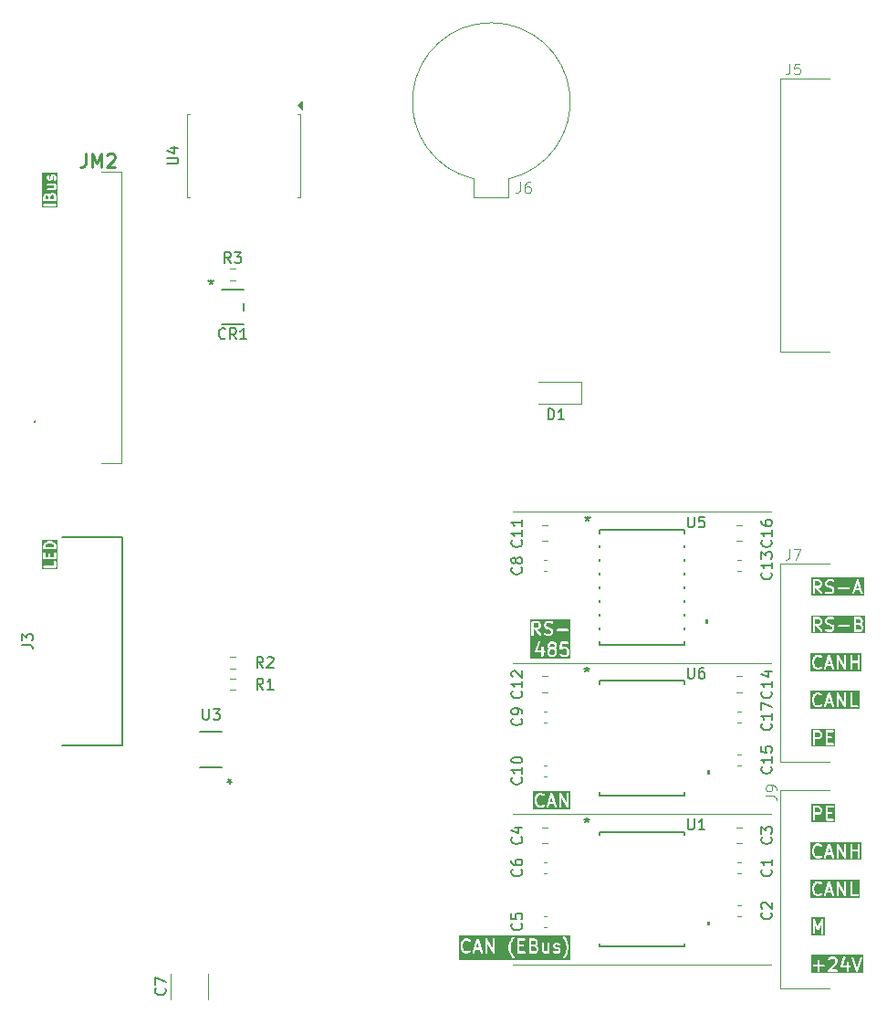
<source format=gbr>
%TF.GenerationSoftware,KiCad,Pcbnew,9.0.6*%
%TF.CreationDate,2025-12-01T18:44:20+03:00*%
%TF.ProjectId,PMCPU-LLP,504d4350-552d-44c4-9c50-2e6b69636164,rev?*%
%TF.SameCoordinates,Original*%
%TF.FileFunction,Legend,Top*%
%TF.FilePolarity,Positive*%
%FSLAX46Y46*%
G04 Gerber Fmt 4.6, Leading zero omitted, Abs format (unit mm)*
G04 Created by KiCad (PCBNEW 9.0.6) date 2025-12-01 18:44:20*
%MOMM*%
%LPD*%
G01*
G04 APERTURE LIST*
%ADD10C,0.100000*%
%ADD11C,0.200000*%
%ADD12C,0.150000*%
%ADD13C,0.254000*%
%ADD14C,0.120000*%
%ADD15C,0.152400*%
%ADD16C,0.000000*%
G04 APERTURE END LIST*
D10*
X6000000Y-26000000D02*
X30000000Y-26000000D01*
X6000000Y-40000000D02*
X30000000Y-40000000D01*
X6000000Y2000000D02*
X30000000Y2000000D01*
X6000000Y-12000000D02*
X30000000Y-12000000D01*
D11*
G36*
X35492835Y-15601885D02*
G01*
X35198891Y-15601885D01*
X35345863Y-15160969D01*
X35492835Y-15601885D01*
G37*
G36*
X38205846Y-16278075D02*
G01*
X33626816Y-16278075D01*
X33626816Y-15359028D01*
X33760149Y-15359028D01*
X33760149Y-15530457D01*
X33760484Y-15533859D01*
X33760267Y-15535318D01*
X33761346Y-15542615D01*
X33762070Y-15549966D01*
X33762634Y-15551329D01*
X33763135Y-15554711D01*
X33820278Y-15783282D01*
X33820791Y-15784720D01*
X33820843Y-15785441D01*
X33823946Y-15793551D01*
X33826873Y-15801743D01*
X33827303Y-15802324D01*
X33827849Y-15803749D01*
X33884992Y-15918036D01*
X33890276Y-15926430D01*
X33891287Y-15928871D01*
X33893541Y-15931617D01*
X33895435Y-15934626D01*
X33897431Y-15936357D01*
X33903724Y-15944024D01*
X34018009Y-16058310D01*
X34033162Y-16070747D01*
X34036481Y-16072122D01*
X34039197Y-16074477D01*
X34057098Y-16082468D01*
X34228527Y-16139611D01*
X34238199Y-16141810D01*
X34240640Y-16142821D01*
X34244177Y-16143169D01*
X34247642Y-16143957D01*
X34250275Y-16143769D01*
X34260149Y-16144742D01*
X34374435Y-16144742D01*
X34384308Y-16143769D01*
X34386942Y-16143957D01*
X34390404Y-16143169D01*
X34393944Y-16142821D01*
X34396386Y-16141809D01*
X34406057Y-16139610D01*
X34577486Y-16082468D01*
X34595386Y-16074477D01*
X34598101Y-16072121D01*
X34601420Y-16070747D01*
X34616574Y-16058311D01*
X34642650Y-16032235D01*
X34846648Y-16032235D01*
X34849414Y-16071155D01*
X34866864Y-16106054D01*
X34896340Y-16131619D01*
X34933356Y-16143957D01*
X34972276Y-16141191D01*
X35007175Y-16123741D01*
X35032740Y-16094265D01*
X35040731Y-16076365D01*
X35132224Y-15801885D01*
X35559502Y-15801885D01*
X35650995Y-16076365D01*
X35658986Y-16094265D01*
X35684551Y-16123741D01*
X35719450Y-16141191D01*
X35758370Y-16143957D01*
X35795386Y-16131619D01*
X35824862Y-16106053D01*
X35842312Y-16071155D01*
X35845078Y-16032234D01*
X35840731Y-16013119D01*
X35451272Y-14844742D01*
X36045863Y-14844742D01*
X36045863Y-16044742D01*
X36047784Y-16064251D01*
X36062716Y-16100299D01*
X36090306Y-16127889D01*
X36126354Y-16142821D01*
X36165372Y-16142821D01*
X36201420Y-16127889D01*
X36229010Y-16100299D01*
X36243942Y-16064251D01*
X36245863Y-16044742D01*
X36245863Y-15221298D01*
X36744753Y-16094356D01*
X36747671Y-16098466D01*
X36748430Y-16100299D01*
X36750296Y-16102165D01*
X36756100Y-16110341D01*
X36766614Y-16118483D01*
X36776020Y-16127889D01*
X36781910Y-16130328D01*
X36786949Y-16134231D01*
X36799777Y-16137729D01*
X36812068Y-16142821D01*
X36818443Y-16142821D01*
X36824592Y-16144498D01*
X36837783Y-16142821D01*
X36851086Y-16142821D01*
X36856977Y-16140380D01*
X36863299Y-16139577D01*
X36874844Y-16132979D01*
X36887134Y-16127889D01*
X36891641Y-16123381D01*
X36897176Y-16120219D01*
X36905318Y-16109704D01*
X36914724Y-16100299D01*
X36917163Y-16094408D01*
X36921066Y-16089370D01*
X36924564Y-16076542D01*
X36929656Y-16064251D01*
X36930638Y-16054271D01*
X36931333Y-16051726D01*
X36931082Y-16049759D01*
X36931577Y-16044742D01*
X36931577Y-14844742D01*
X37303006Y-14844742D01*
X37303006Y-16044742D01*
X37304927Y-16064251D01*
X37319859Y-16100299D01*
X37347449Y-16127889D01*
X37383497Y-16142821D01*
X37403006Y-16144742D01*
X37974434Y-16144742D01*
X37993943Y-16142821D01*
X38029991Y-16127889D01*
X38057581Y-16100299D01*
X38072513Y-16064251D01*
X38072513Y-16025233D01*
X38057581Y-15989185D01*
X38029991Y-15961595D01*
X37993943Y-15946663D01*
X37974434Y-15944742D01*
X37503006Y-15944742D01*
X37503006Y-14844742D01*
X37501085Y-14825233D01*
X37486153Y-14789185D01*
X37458563Y-14761595D01*
X37422515Y-14746663D01*
X37383497Y-14746663D01*
X37347449Y-14761595D01*
X37319859Y-14789185D01*
X37304927Y-14825233D01*
X37303006Y-14844742D01*
X36931577Y-14844742D01*
X36929656Y-14825233D01*
X36914724Y-14789185D01*
X36887134Y-14761595D01*
X36851086Y-14746663D01*
X36812068Y-14746663D01*
X36776020Y-14761595D01*
X36748430Y-14789185D01*
X36733498Y-14825233D01*
X36731577Y-14844742D01*
X36731577Y-15668185D01*
X36232687Y-14795128D01*
X36229768Y-14791017D01*
X36229010Y-14789185D01*
X36227143Y-14787318D01*
X36221340Y-14779143D01*
X36210825Y-14771000D01*
X36201420Y-14761595D01*
X36195529Y-14759155D01*
X36190491Y-14755253D01*
X36177662Y-14751754D01*
X36165372Y-14746663D01*
X36158997Y-14746663D01*
X36152848Y-14744986D01*
X36139655Y-14746663D01*
X36126354Y-14746663D01*
X36120465Y-14749102D01*
X36114141Y-14749906D01*
X36102591Y-14756506D01*
X36090306Y-14761595D01*
X36085798Y-14766102D01*
X36080264Y-14769265D01*
X36072121Y-14779779D01*
X36062716Y-14789185D01*
X36060276Y-14795075D01*
X36056374Y-14800114D01*
X36052875Y-14812942D01*
X36047784Y-14825233D01*
X36046801Y-14835210D01*
X36046107Y-14837757D01*
X36046357Y-14839724D01*
X36045863Y-14844742D01*
X35451272Y-14844742D01*
X35440731Y-14813119D01*
X35432740Y-14795219D01*
X35428055Y-14789818D01*
X35424862Y-14783431D01*
X35415392Y-14775217D01*
X35407175Y-14765743D01*
X35400785Y-14762548D01*
X35395386Y-14757865D01*
X35383488Y-14753899D01*
X35372276Y-14748293D01*
X35365148Y-14747786D01*
X35358370Y-14745527D01*
X35345863Y-14746415D01*
X35333356Y-14745527D01*
X35326577Y-14747786D01*
X35319450Y-14748293D01*
X35308237Y-14753899D01*
X35296340Y-14757865D01*
X35290940Y-14762548D01*
X35284551Y-14765743D01*
X35276335Y-14775214D01*
X35266864Y-14783430D01*
X35263669Y-14789819D01*
X35258986Y-14795219D01*
X35250995Y-14813119D01*
X34850995Y-16013119D01*
X34846648Y-16032235D01*
X34642650Y-16032235D01*
X34673716Y-16001168D01*
X34686153Y-15986015D01*
X34701084Y-15949966D01*
X34701084Y-15910948D01*
X34686153Y-15874900D01*
X34658563Y-15847310D01*
X34622515Y-15832379D01*
X34583497Y-15832379D01*
X34547448Y-15847310D01*
X34532295Y-15859747D01*
X34491844Y-15900196D01*
X34358209Y-15944742D01*
X34276376Y-15944742D01*
X34142738Y-15900197D01*
X34056621Y-15814079D01*
X34011643Y-15724123D01*
X33960149Y-15518147D01*
X33960149Y-15371338D01*
X34011643Y-15165362D01*
X34056621Y-15075405D01*
X34142738Y-14989287D01*
X34276376Y-14944742D01*
X34358208Y-14944742D01*
X34491843Y-14989287D01*
X34532295Y-15029738D01*
X34547448Y-15042175D01*
X34583497Y-15057106D01*
X34622515Y-15057106D01*
X34658563Y-15042175D01*
X34686153Y-15014585D01*
X34701084Y-14978537D01*
X34701084Y-14939519D01*
X34686153Y-14903470D01*
X34673716Y-14888317D01*
X34616574Y-14831174D01*
X34601420Y-14818738D01*
X34598101Y-14817363D01*
X34595386Y-14815008D01*
X34577486Y-14807017D01*
X34406058Y-14749874D01*
X34396385Y-14747674D01*
X34393944Y-14746663D01*
X34390406Y-14746314D01*
X34386943Y-14745527D01*
X34384308Y-14745714D01*
X34374435Y-14744742D01*
X34260149Y-14744742D01*
X34250275Y-14745714D01*
X34247642Y-14745527D01*
X34244178Y-14746314D01*
X34240640Y-14746663D01*
X34238197Y-14747674D01*
X34228526Y-14749874D01*
X34057097Y-14807017D01*
X34039197Y-14815008D01*
X34036481Y-14817362D01*
X34033162Y-14818738D01*
X34018009Y-14831175D01*
X33903724Y-14945461D01*
X33897431Y-14953127D01*
X33895435Y-14954859D01*
X33893541Y-14957867D01*
X33891287Y-14960614D01*
X33890276Y-14963054D01*
X33884992Y-14971449D01*
X33827849Y-15085736D01*
X33827303Y-15087160D01*
X33826873Y-15087742D01*
X33823946Y-15095933D01*
X33820843Y-15104044D01*
X33820791Y-15104764D01*
X33820278Y-15106203D01*
X33763135Y-15334774D01*
X33762634Y-15338155D01*
X33762070Y-15339519D01*
X33761346Y-15346869D01*
X33760267Y-15354167D01*
X33760484Y-15355625D01*
X33760149Y-15359028D01*
X33626816Y-15359028D01*
X33626816Y-14611409D01*
X38205846Y-14611409D01*
X38205846Y-16278075D01*
G37*
G36*
X35492835Y-12101885D02*
G01*
X35198891Y-12101885D01*
X35345863Y-11660969D01*
X35492835Y-12101885D01*
G37*
G36*
X38322053Y-12778075D02*
G01*
X33626816Y-12778075D01*
X33626816Y-11859028D01*
X33760149Y-11859028D01*
X33760149Y-12030457D01*
X33760484Y-12033859D01*
X33760267Y-12035318D01*
X33761346Y-12042615D01*
X33762070Y-12049966D01*
X33762634Y-12051329D01*
X33763135Y-12054711D01*
X33820278Y-12283282D01*
X33820791Y-12284720D01*
X33820843Y-12285441D01*
X33823946Y-12293551D01*
X33826873Y-12301743D01*
X33827303Y-12302324D01*
X33827849Y-12303749D01*
X33884992Y-12418036D01*
X33890276Y-12426430D01*
X33891287Y-12428871D01*
X33893541Y-12431617D01*
X33895435Y-12434626D01*
X33897431Y-12436357D01*
X33903724Y-12444024D01*
X34018009Y-12558310D01*
X34033162Y-12570747D01*
X34036481Y-12572122D01*
X34039197Y-12574477D01*
X34057098Y-12582468D01*
X34228527Y-12639611D01*
X34238199Y-12641810D01*
X34240640Y-12642821D01*
X34244177Y-12643169D01*
X34247642Y-12643957D01*
X34250275Y-12643769D01*
X34260149Y-12644742D01*
X34374435Y-12644742D01*
X34384308Y-12643769D01*
X34386942Y-12643957D01*
X34390404Y-12643169D01*
X34393944Y-12642821D01*
X34396386Y-12641809D01*
X34406057Y-12639610D01*
X34577486Y-12582468D01*
X34595386Y-12574477D01*
X34598101Y-12572121D01*
X34601420Y-12570747D01*
X34616574Y-12558311D01*
X34642650Y-12532235D01*
X34846648Y-12532235D01*
X34849414Y-12571155D01*
X34866864Y-12606054D01*
X34896340Y-12631619D01*
X34933356Y-12643957D01*
X34972276Y-12641191D01*
X35007175Y-12623741D01*
X35032740Y-12594265D01*
X35040731Y-12576365D01*
X35132224Y-12301885D01*
X35559502Y-12301885D01*
X35650995Y-12576365D01*
X35658986Y-12594265D01*
X35684551Y-12623741D01*
X35719450Y-12641191D01*
X35758370Y-12643957D01*
X35795386Y-12631619D01*
X35824862Y-12606053D01*
X35842312Y-12571155D01*
X35845078Y-12532234D01*
X35840731Y-12513119D01*
X35451272Y-11344742D01*
X36045863Y-11344742D01*
X36045863Y-12544742D01*
X36047784Y-12564251D01*
X36062716Y-12600299D01*
X36090306Y-12627889D01*
X36126354Y-12642821D01*
X36165372Y-12642821D01*
X36201420Y-12627889D01*
X36229010Y-12600299D01*
X36243942Y-12564251D01*
X36245863Y-12544742D01*
X36245863Y-11721298D01*
X36744753Y-12594356D01*
X36747671Y-12598466D01*
X36748430Y-12600299D01*
X36750296Y-12602165D01*
X36756100Y-12610341D01*
X36766614Y-12618483D01*
X36776020Y-12627889D01*
X36781910Y-12630328D01*
X36786949Y-12634231D01*
X36799777Y-12637729D01*
X36812068Y-12642821D01*
X36818443Y-12642821D01*
X36824592Y-12644498D01*
X36837783Y-12642821D01*
X36851086Y-12642821D01*
X36856977Y-12640380D01*
X36863299Y-12639577D01*
X36874844Y-12632979D01*
X36887134Y-12627889D01*
X36891641Y-12623381D01*
X36897176Y-12620219D01*
X36905318Y-12609704D01*
X36914724Y-12600299D01*
X36917163Y-12594408D01*
X36921066Y-12589370D01*
X36924564Y-12576542D01*
X36929656Y-12564251D01*
X36930638Y-12554271D01*
X36931333Y-12551726D01*
X36931082Y-12549759D01*
X36931577Y-12544742D01*
X36931577Y-11344742D01*
X37303006Y-11344742D01*
X37303006Y-12544742D01*
X37304927Y-12564251D01*
X37319859Y-12600299D01*
X37347449Y-12627889D01*
X37383497Y-12642821D01*
X37422515Y-12642821D01*
X37458563Y-12627889D01*
X37486153Y-12600299D01*
X37501085Y-12564251D01*
X37503006Y-12544742D01*
X37503006Y-12016171D01*
X37988720Y-12016171D01*
X37988720Y-12544742D01*
X37990641Y-12564251D01*
X38005573Y-12600299D01*
X38033163Y-12627889D01*
X38069211Y-12642821D01*
X38108229Y-12642821D01*
X38144277Y-12627889D01*
X38171867Y-12600299D01*
X38186799Y-12564251D01*
X38188720Y-12544742D01*
X38188720Y-11344742D01*
X38186799Y-11325233D01*
X38171867Y-11289185D01*
X38144277Y-11261595D01*
X38108229Y-11246663D01*
X38069211Y-11246663D01*
X38033163Y-11261595D01*
X38005573Y-11289185D01*
X37990641Y-11325233D01*
X37988720Y-11344742D01*
X37988720Y-11816171D01*
X37503006Y-11816171D01*
X37503006Y-11344742D01*
X37501085Y-11325233D01*
X37486153Y-11289185D01*
X37458563Y-11261595D01*
X37422515Y-11246663D01*
X37383497Y-11246663D01*
X37347449Y-11261595D01*
X37319859Y-11289185D01*
X37304927Y-11325233D01*
X37303006Y-11344742D01*
X36931577Y-11344742D01*
X36929656Y-11325233D01*
X36914724Y-11289185D01*
X36887134Y-11261595D01*
X36851086Y-11246663D01*
X36812068Y-11246663D01*
X36776020Y-11261595D01*
X36748430Y-11289185D01*
X36733498Y-11325233D01*
X36731577Y-11344742D01*
X36731577Y-12168185D01*
X36232687Y-11295128D01*
X36229768Y-11291017D01*
X36229010Y-11289185D01*
X36227143Y-11287318D01*
X36221340Y-11279143D01*
X36210825Y-11271000D01*
X36201420Y-11261595D01*
X36195529Y-11259155D01*
X36190491Y-11255253D01*
X36177662Y-11251754D01*
X36165372Y-11246663D01*
X36158997Y-11246663D01*
X36152848Y-11244986D01*
X36139655Y-11246663D01*
X36126354Y-11246663D01*
X36120465Y-11249102D01*
X36114141Y-11249906D01*
X36102591Y-11256506D01*
X36090306Y-11261595D01*
X36085798Y-11266102D01*
X36080264Y-11269265D01*
X36072121Y-11279779D01*
X36062716Y-11289185D01*
X36060276Y-11295075D01*
X36056374Y-11300114D01*
X36052875Y-11312942D01*
X36047784Y-11325233D01*
X36046801Y-11335210D01*
X36046107Y-11337757D01*
X36046357Y-11339724D01*
X36045863Y-11344742D01*
X35451272Y-11344742D01*
X35440731Y-11313119D01*
X35432740Y-11295219D01*
X35428055Y-11289818D01*
X35424862Y-11283431D01*
X35415392Y-11275217D01*
X35407175Y-11265743D01*
X35400785Y-11262548D01*
X35395386Y-11257865D01*
X35383488Y-11253899D01*
X35372276Y-11248293D01*
X35365148Y-11247786D01*
X35358370Y-11245527D01*
X35345863Y-11246415D01*
X35333356Y-11245527D01*
X35326577Y-11247786D01*
X35319450Y-11248293D01*
X35308237Y-11253899D01*
X35296340Y-11257865D01*
X35290940Y-11262548D01*
X35284551Y-11265743D01*
X35276335Y-11275214D01*
X35266864Y-11283430D01*
X35263669Y-11289819D01*
X35258986Y-11295219D01*
X35250995Y-11313119D01*
X34850995Y-12513119D01*
X34846648Y-12532235D01*
X34642650Y-12532235D01*
X34673716Y-12501168D01*
X34686153Y-12486015D01*
X34701084Y-12449966D01*
X34701084Y-12410948D01*
X34686153Y-12374900D01*
X34658563Y-12347310D01*
X34622515Y-12332379D01*
X34583497Y-12332379D01*
X34547448Y-12347310D01*
X34532295Y-12359747D01*
X34491844Y-12400196D01*
X34358209Y-12444742D01*
X34276376Y-12444742D01*
X34142738Y-12400197D01*
X34056621Y-12314079D01*
X34011643Y-12224123D01*
X33960149Y-12018147D01*
X33960149Y-11871338D01*
X34011643Y-11665362D01*
X34056621Y-11575405D01*
X34142738Y-11489287D01*
X34276376Y-11444742D01*
X34358208Y-11444742D01*
X34491843Y-11489287D01*
X34532295Y-11529738D01*
X34547448Y-11542175D01*
X34583497Y-11557106D01*
X34622515Y-11557106D01*
X34658563Y-11542175D01*
X34686153Y-11514585D01*
X34701084Y-11478537D01*
X34701084Y-11439519D01*
X34686153Y-11403470D01*
X34673716Y-11388317D01*
X34616574Y-11331174D01*
X34601420Y-11318738D01*
X34598101Y-11317363D01*
X34595386Y-11315008D01*
X34577486Y-11307017D01*
X34406058Y-11249874D01*
X34396385Y-11247674D01*
X34393944Y-11246663D01*
X34390406Y-11246314D01*
X34386943Y-11245527D01*
X34384308Y-11245714D01*
X34374435Y-11244742D01*
X34260149Y-11244742D01*
X34250275Y-11245714D01*
X34247642Y-11245527D01*
X34244178Y-11246314D01*
X34240640Y-11246663D01*
X34238197Y-11247674D01*
X34228526Y-11249874D01*
X34057097Y-11307017D01*
X34039197Y-11315008D01*
X34036481Y-11317362D01*
X34033162Y-11318738D01*
X34018009Y-11331175D01*
X33903724Y-11445461D01*
X33897431Y-11453127D01*
X33895435Y-11454859D01*
X33893541Y-11457867D01*
X33891287Y-11460614D01*
X33890276Y-11463054D01*
X33884992Y-11471449D01*
X33827849Y-11585736D01*
X33827303Y-11587160D01*
X33826873Y-11587742D01*
X33823946Y-11595933D01*
X33820843Y-11604044D01*
X33820791Y-11604764D01*
X33820278Y-11606203D01*
X33763135Y-11834774D01*
X33762634Y-11838155D01*
X33762070Y-11839519D01*
X33761346Y-11846869D01*
X33760267Y-11854167D01*
X33760484Y-11855625D01*
X33760149Y-11859028D01*
X33626816Y-11859028D01*
X33626816Y-11111409D01*
X38322053Y-11111409D01*
X38322053Y-12778075D01*
G37*
G36*
X9743965Y-24899885D02*
G01*
X9450021Y-24899885D01*
X9596993Y-24458969D01*
X9743965Y-24899885D01*
G37*
G36*
X11316040Y-25576075D02*
G01*
X7877946Y-25576075D01*
X7877946Y-24657028D01*
X8011279Y-24657028D01*
X8011279Y-24828457D01*
X8011614Y-24831859D01*
X8011397Y-24833318D01*
X8012476Y-24840615D01*
X8013200Y-24847966D01*
X8013764Y-24849329D01*
X8014265Y-24852711D01*
X8071408Y-25081282D01*
X8071921Y-25082720D01*
X8071973Y-25083441D01*
X8075076Y-25091551D01*
X8078003Y-25099743D01*
X8078433Y-25100324D01*
X8078979Y-25101749D01*
X8136122Y-25216036D01*
X8141406Y-25224430D01*
X8142417Y-25226871D01*
X8144671Y-25229617D01*
X8146565Y-25232626D01*
X8148561Y-25234357D01*
X8154854Y-25242024D01*
X8269139Y-25356310D01*
X8284292Y-25368747D01*
X8287611Y-25370122D01*
X8290327Y-25372477D01*
X8308228Y-25380468D01*
X8479657Y-25437611D01*
X8489329Y-25439810D01*
X8491770Y-25440821D01*
X8495307Y-25441169D01*
X8498772Y-25441957D01*
X8501405Y-25441769D01*
X8511279Y-25442742D01*
X8625565Y-25442742D01*
X8635438Y-25441769D01*
X8638072Y-25441957D01*
X8641534Y-25441169D01*
X8645074Y-25440821D01*
X8647516Y-25439809D01*
X8657187Y-25437610D01*
X8828616Y-25380468D01*
X8846516Y-25372477D01*
X8849231Y-25370121D01*
X8852550Y-25368747D01*
X8867704Y-25356311D01*
X8893780Y-25330235D01*
X9097778Y-25330235D01*
X9100544Y-25369155D01*
X9117994Y-25404054D01*
X9147470Y-25429619D01*
X9184486Y-25441957D01*
X9223406Y-25439191D01*
X9258305Y-25421741D01*
X9283870Y-25392265D01*
X9291861Y-25374365D01*
X9383354Y-25099885D01*
X9810632Y-25099885D01*
X9902125Y-25374365D01*
X9910116Y-25392265D01*
X9935681Y-25421741D01*
X9970580Y-25439191D01*
X10009500Y-25441957D01*
X10046516Y-25429619D01*
X10075992Y-25404053D01*
X10093442Y-25369155D01*
X10096208Y-25330234D01*
X10091861Y-25311119D01*
X9702402Y-24142742D01*
X10296993Y-24142742D01*
X10296993Y-25342742D01*
X10298914Y-25362251D01*
X10313846Y-25398299D01*
X10341436Y-25425889D01*
X10377484Y-25440821D01*
X10416502Y-25440821D01*
X10452550Y-25425889D01*
X10480140Y-25398299D01*
X10495072Y-25362251D01*
X10496993Y-25342742D01*
X10496993Y-24519298D01*
X10995883Y-25392356D01*
X10998801Y-25396466D01*
X10999560Y-25398299D01*
X11001426Y-25400165D01*
X11007230Y-25408341D01*
X11017744Y-25416483D01*
X11027150Y-25425889D01*
X11033040Y-25428328D01*
X11038079Y-25432231D01*
X11050907Y-25435729D01*
X11063198Y-25440821D01*
X11069573Y-25440821D01*
X11075722Y-25442498D01*
X11088913Y-25440821D01*
X11102216Y-25440821D01*
X11108107Y-25438380D01*
X11114429Y-25437577D01*
X11125974Y-25430979D01*
X11138264Y-25425889D01*
X11142771Y-25421381D01*
X11148306Y-25418219D01*
X11156448Y-25407704D01*
X11165854Y-25398299D01*
X11168293Y-25392408D01*
X11172196Y-25387370D01*
X11175694Y-25374542D01*
X11180786Y-25362251D01*
X11181768Y-25352271D01*
X11182463Y-25349726D01*
X11182212Y-25347759D01*
X11182707Y-25342742D01*
X11182707Y-24142742D01*
X11180786Y-24123233D01*
X11165854Y-24087185D01*
X11138264Y-24059595D01*
X11102216Y-24044663D01*
X11063198Y-24044663D01*
X11027150Y-24059595D01*
X10999560Y-24087185D01*
X10984628Y-24123233D01*
X10982707Y-24142742D01*
X10982707Y-24966185D01*
X10483817Y-24093128D01*
X10480898Y-24089017D01*
X10480140Y-24087185D01*
X10478273Y-24085318D01*
X10472470Y-24077143D01*
X10461955Y-24069000D01*
X10452550Y-24059595D01*
X10446659Y-24057155D01*
X10441621Y-24053253D01*
X10428792Y-24049754D01*
X10416502Y-24044663D01*
X10410127Y-24044663D01*
X10403978Y-24042986D01*
X10390785Y-24044663D01*
X10377484Y-24044663D01*
X10371595Y-24047102D01*
X10365271Y-24047906D01*
X10353721Y-24054506D01*
X10341436Y-24059595D01*
X10336928Y-24064102D01*
X10331394Y-24067265D01*
X10323251Y-24077779D01*
X10313846Y-24087185D01*
X10311406Y-24093075D01*
X10307504Y-24098114D01*
X10304005Y-24110942D01*
X10298914Y-24123233D01*
X10297931Y-24133210D01*
X10297237Y-24135757D01*
X10297487Y-24137724D01*
X10296993Y-24142742D01*
X9702402Y-24142742D01*
X9691861Y-24111119D01*
X9683870Y-24093219D01*
X9679185Y-24087818D01*
X9675992Y-24081431D01*
X9666522Y-24073217D01*
X9658305Y-24063743D01*
X9651915Y-24060548D01*
X9646516Y-24055865D01*
X9634618Y-24051899D01*
X9623406Y-24046293D01*
X9616278Y-24045786D01*
X9609500Y-24043527D01*
X9596993Y-24044415D01*
X9584486Y-24043527D01*
X9577707Y-24045786D01*
X9570580Y-24046293D01*
X9559367Y-24051899D01*
X9547470Y-24055865D01*
X9542070Y-24060548D01*
X9535681Y-24063743D01*
X9527465Y-24073214D01*
X9517994Y-24081430D01*
X9514799Y-24087819D01*
X9510116Y-24093219D01*
X9502125Y-24111119D01*
X9102125Y-25311119D01*
X9097778Y-25330235D01*
X8893780Y-25330235D01*
X8924846Y-25299168D01*
X8937283Y-25284015D01*
X8952214Y-25247966D01*
X8952214Y-25208948D01*
X8937283Y-25172900D01*
X8909693Y-25145310D01*
X8873645Y-25130379D01*
X8834627Y-25130379D01*
X8798578Y-25145310D01*
X8783425Y-25157747D01*
X8742974Y-25198196D01*
X8609339Y-25242742D01*
X8527506Y-25242742D01*
X8393868Y-25198197D01*
X8307751Y-25112079D01*
X8262773Y-25022123D01*
X8211279Y-24816147D01*
X8211279Y-24669338D01*
X8262773Y-24463362D01*
X8307751Y-24373405D01*
X8393868Y-24287287D01*
X8527506Y-24242742D01*
X8609338Y-24242742D01*
X8742973Y-24287287D01*
X8783425Y-24327738D01*
X8798578Y-24340175D01*
X8834627Y-24355106D01*
X8873645Y-24355106D01*
X8909693Y-24340175D01*
X8937283Y-24312585D01*
X8952214Y-24276537D01*
X8952214Y-24237519D01*
X8937283Y-24201470D01*
X8924846Y-24186317D01*
X8867704Y-24129174D01*
X8852550Y-24116738D01*
X8849231Y-24115363D01*
X8846516Y-24113008D01*
X8828616Y-24105017D01*
X8657188Y-24047874D01*
X8647515Y-24045674D01*
X8645074Y-24044663D01*
X8641536Y-24044314D01*
X8638073Y-24043527D01*
X8635438Y-24043714D01*
X8625565Y-24042742D01*
X8511279Y-24042742D01*
X8501405Y-24043714D01*
X8498772Y-24043527D01*
X8495308Y-24044314D01*
X8491770Y-24044663D01*
X8489327Y-24045674D01*
X8479656Y-24047874D01*
X8308227Y-24105017D01*
X8290327Y-24113008D01*
X8287611Y-24115362D01*
X8284292Y-24116738D01*
X8269139Y-24129175D01*
X8154854Y-24243461D01*
X8148561Y-24251127D01*
X8146565Y-24252859D01*
X8144671Y-24255867D01*
X8142417Y-24258614D01*
X8141406Y-24261054D01*
X8136122Y-24269449D01*
X8078979Y-24383736D01*
X8078433Y-24385160D01*
X8078003Y-24385742D01*
X8075076Y-24393933D01*
X8071973Y-24402044D01*
X8071921Y-24402764D01*
X8071408Y-24404203D01*
X8014265Y-24632774D01*
X8013764Y-24636155D01*
X8013200Y-24637519D01*
X8012476Y-24644869D01*
X8011397Y-24652167D01*
X8011614Y-24653625D01*
X8011279Y-24657028D01*
X7877946Y-24657028D01*
X7877946Y-23909409D01*
X11316040Y-23909409D01*
X11316040Y-25576075D01*
G37*
G36*
X34950625Y-37276154D02*
G01*
X33683959Y-37276154D01*
X33683959Y-35844742D01*
X33817292Y-35844742D01*
X33817292Y-37044742D01*
X33819213Y-37064251D01*
X33834145Y-37100299D01*
X33861735Y-37127889D01*
X33897783Y-37142821D01*
X33936801Y-37142821D01*
X33972849Y-37127889D01*
X34000439Y-37100299D01*
X34015371Y-37064251D01*
X34017292Y-37044742D01*
X34017292Y-36295498D01*
X34226674Y-36744174D01*
X34230906Y-36751319D01*
X34231786Y-36753737D01*
X34233351Y-36755446D01*
X34236665Y-36761040D01*
X34247875Y-36771306D01*
X34258137Y-36782512D01*
X34262162Y-36784390D01*
X34265440Y-36787392D01*
X34279722Y-36792585D01*
X34293495Y-36799013D01*
X34297934Y-36799208D01*
X34302109Y-36800726D01*
X34317292Y-36800058D01*
X34332475Y-36800726D01*
X34336648Y-36799208D01*
X34341090Y-36799013D01*
X34354874Y-36792580D01*
X34369144Y-36787391D01*
X34372417Y-36784393D01*
X34376447Y-36782513D01*
X34386716Y-36771298D01*
X34397919Y-36761040D01*
X34401230Y-36755449D01*
X34402799Y-36753737D01*
X34403679Y-36751315D01*
X34407910Y-36744174D01*
X34617292Y-36295497D01*
X34617292Y-37044742D01*
X34619213Y-37064251D01*
X34634145Y-37100299D01*
X34661735Y-37127889D01*
X34697783Y-37142821D01*
X34736801Y-37142821D01*
X34772849Y-37127889D01*
X34800439Y-37100299D01*
X34815371Y-37064251D01*
X34817292Y-37044742D01*
X34817292Y-35844742D01*
X34816029Y-35831918D01*
X34816133Y-35829559D01*
X34815672Y-35828291D01*
X34815371Y-35825233D01*
X34808730Y-35809202D01*
X34802799Y-35792890D01*
X34801292Y-35791244D01*
X34800439Y-35789185D01*
X34788177Y-35776923D01*
X34776447Y-35764114D01*
X34774423Y-35763169D01*
X34772849Y-35761595D01*
X34756833Y-35754960D01*
X34741090Y-35747614D01*
X34738860Y-35747516D01*
X34736801Y-35746663D01*
X34719449Y-35746663D01*
X34702109Y-35745901D01*
X34700013Y-35746663D01*
X34697783Y-35746663D01*
X34681752Y-35753303D01*
X34665440Y-35759235D01*
X34663794Y-35760741D01*
X34661735Y-35761595D01*
X34649467Y-35773862D01*
X34636665Y-35785587D01*
X34635098Y-35788231D01*
X34634145Y-35789185D01*
X34633241Y-35791366D01*
X34626674Y-35802453D01*
X34317291Y-36465414D01*
X34007910Y-35802453D01*
X34001342Y-35791366D01*
X34000439Y-35789185D01*
X33999485Y-35788231D01*
X33997919Y-35785587D01*
X33985122Y-35773868D01*
X33972849Y-35761595D01*
X33970787Y-35760741D01*
X33969144Y-35759236D01*
X33952842Y-35753307D01*
X33936801Y-35746663D01*
X33934570Y-35746663D01*
X33932475Y-35745901D01*
X33915135Y-35746663D01*
X33897783Y-35746663D01*
X33895723Y-35747516D01*
X33893495Y-35747614D01*
X33877764Y-35754955D01*
X33861735Y-35761595D01*
X33860158Y-35763171D01*
X33858137Y-35764115D01*
X33846418Y-35776911D01*
X33834145Y-35789185D01*
X33833291Y-35791246D01*
X33831786Y-35792890D01*
X33825857Y-35809191D01*
X33819213Y-35825233D01*
X33818911Y-35828291D01*
X33818451Y-35829559D01*
X33818554Y-35831918D01*
X33817292Y-35844742D01*
X33683959Y-35844742D01*
X33683959Y-35612568D01*
X34950625Y-35612568D01*
X34950625Y-37276154D01*
G37*
G36*
X34429483Y-18484070D02*
G01*
X34463677Y-18518263D01*
X34503006Y-18596921D01*
X34503006Y-18721134D01*
X34463677Y-18799792D01*
X34429483Y-18833985D01*
X34350827Y-18873314D01*
X34017292Y-18873314D01*
X34017292Y-18444742D01*
X34350827Y-18444742D01*
X34429483Y-18484070D01*
G37*
G36*
X35920132Y-19778075D02*
G01*
X33683959Y-19778075D01*
X33683959Y-18344742D01*
X33817292Y-18344742D01*
X33817292Y-19544742D01*
X33819213Y-19564251D01*
X33834145Y-19600299D01*
X33861735Y-19627889D01*
X33897783Y-19642821D01*
X33936801Y-19642821D01*
X33972849Y-19627889D01*
X34000439Y-19600299D01*
X34015371Y-19564251D01*
X34017292Y-19544742D01*
X34017292Y-19073314D01*
X34374435Y-19073314D01*
X34393944Y-19071393D01*
X34397264Y-19070017D01*
X34400848Y-19069763D01*
X34419157Y-19062757D01*
X34533442Y-19005613D01*
X34541838Y-19000328D01*
X34544277Y-18999318D01*
X34547020Y-18997066D01*
X34550032Y-18995171D01*
X34551764Y-18993173D01*
X34559431Y-18986882D01*
X34616573Y-18929739D01*
X34622865Y-18922072D01*
X34624863Y-18920340D01*
X34626756Y-18917331D01*
X34629010Y-18914586D01*
X34630020Y-18912145D01*
X34635306Y-18903749D01*
X34692449Y-18789463D01*
X34699455Y-18771155D01*
X34699709Y-18767571D01*
X34701085Y-18764251D01*
X34703006Y-18744742D01*
X34703006Y-18573314D01*
X34701085Y-18553805D01*
X34699709Y-18550484D01*
X34699455Y-18546901D01*
X34692449Y-18528593D01*
X34635306Y-18414307D01*
X34630020Y-18405910D01*
X34629010Y-18403470D01*
X34626756Y-18400724D01*
X34624863Y-18397716D01*
X34622865Y-18395983D01*
X34616573Y-18388317D01*
X34572999Y-18344742D01*
X35017292Y-18344742D01*
X35017292Y-19544742D01*
X35019213Y-19564251D01*
X35034145Y-19600299D01*
X35061735Y-19627889D01*
X35097783Y-19642821D01*
X35117292Y-19644742D01*
X35688720Y-19644742D01*
X35708229Y-19642821D01*
X35744277Y-19627889D01*
X35771867Y-19600299D01*
X35786799Y-19564251D01*
X35786799Y-19525233D01*
X35771867Y-19489185D01*
X35744277Y-19461595D01*
X35708229Y-19446663D01*
X35688720Y-19444742D01*
X35217292Y-19444742D01*
X35217292Y-19016171D01*
X35517292Y-19016171D01*
X35536801Y-19014250D01*
X35572849Y-18999318D01*
X35600439Y-18971728D01*
X35615371Y-18935680D01*
X35615371Y-18896662D01*
X35600439Y-18860614D01*
X35572849Y-18833024D01*
X35536801Y-18818092D01*
X35517292Y-18816171D01*
X35217292Y-18816171D01*
X35217292Y-18444742D01*
X35688720Y-18444742D01*
X35708229Y-18442821D01*
X35744277Y-18427889D01*
X35771867Y-18400299D01*
X35786799Y-18364251D01*
X35786799Y-18325233D01*
X35771867Y-18289185D01*
X35744277Y-18261595D01*
X35708229Y-18246663D01*
X35688720Y-18244742D01*
X35117292Y-18244742D01*
X35097783Y-18246663D01*
X35061735Y-18261595D01*
X35034145Y-18289185D01*
X35019213Y-18325233D01*
X35017292Y-18344742D01*
X34572999Y-18344742D01*
X34559431Y-18331174D01*
X34551764Y-18324882D01*
X34550032Y-18322885D01*
X34547020Y-18320989D01*
X34544277Y-18318738D01*
X34541838Y-18317727D01*
X34533442Y-18312443D01*
X34419157Y-18255299D01*
X34400848Y-18248293D01*
X34397264Y-18248038D01*
X34393944Y-18246663D01*
X34374435Y-18244742D01*
X33917292Y-18244742D01*
X33897783Y-18246663D01*
X33861735Y-18261595D01*
X33834145Y-18289185D01*
X33819213Y-18325233D01*
X33817292Y-18344742D01*
X33683959Y-18344742D01*
X33683959Y-18111409D01*
X35920132Y-18111409D01*
X35920132Y-19778075D01*
G37*
G36*
X35492835Y-33101885D02*
G01*
X35198891Y-33101885D01*
X35345863Y-32660969D01*
X35492835Y-33101885D01*
G37*
G36*
X38205846Y-33778075D02*
G01*
X33626816Y-33778075D01*
X33626816Y-32859028D01*
X33760149Y-32859028D01*
X33760149Y-33030457D01*
X33760484Y-33033859D01*
X33760267Y-33035318D01*
X33761346Y-33042615D01*
X33762070Y-33049966D01*
X33762634Y-33051329D01*
X33763135Y-33054711D01*
X33820278Y-33283282D01*
X33820791Y-33284720D01*
X33820843Y-33285441D01*
X33823946Y-33293551D01*
X33826873Y-33301743D01*
X33827303Y-33302324D01*
X33827849Y-33303749D01*
X33884992Y-33418036D01*
X33890276Y-33426430D01*
X33891287Y-33428871D01*
X33893541Y-33431617D01*
X33895435Y-33434626D01*
X33897431Y-33436357D01*
X33903724Y-33444024D01*
X34018009Y-33558310D01*
X34033162Y-33570747D01*
X34036481Y-33572122D01*
X34039197Y-33574477D01*
X34057098Y-33582468D01*
X34228527Y-33639611D01*
X34238199Y-33641810D01*
X34240640Y-33642821D01*
X34244177Y-33643169D01*
X34247642Y-33643957D01*
X34250275Y-33643769D01*
X34260149Y-33644742D01*
X34374435Y-33644742D01*
X34384308Y-33643769D01*
X34386942Y-33643957D01*
X34390404Y-33643169D01*
X34393944Y-33642821D01*
X34396386Y-33641809D01*
X34406057Y-33639610D01*
X34577486Y-33582468D01*
X34595386Y-33574477D01*
X34598101Y-33572121D01*
X34601420Y-33570747D01*
X34616574Y-33558311D01*
X34642650Y-33532235D01*
X34846648Y-33532235D01*
X34849414Y-33571155D01*
X34866864Y-33606054D01*
X34896340Y-33631619D01*
X34933356Y-33643957D01*
X34972276Y-33641191D01*
X35007175Y-33623741D01*
X35032740Y-33594265D01*
X35040731Y-33576365D01*
X35132224Y-33301885D01*
X35559502Y-33301885D01*
X35650995Y-33576365D01*
X35658986Y-33594265D01*
X35684551Y-33623741D01*
X35719450Y-33641191D01*
X35758370Y-33643957D01*
X35795386Y-33631619D01*
X35824862Y-33606053D01*
X35842312Y-33571155D01*
X35845078Y-33532234D01*
X35840731Y-33513119D01*
X35451272Y-32344742D01*
X36045863Y-32344742D01*
X36045863Y-33544742D01*
X36047784Y-33564251D01*
X36062716Y-33600299D01*
X36090306Y-33627889D01*
X36126354Y-33642821D01*
X36165372Y-33642821D01*
X36201420Y-33627889D01*
X36229010Y-33600299D01*
X36243942Y-33564251D01*
X36245863Y-33544742D01*
X36245863Y-32721298D01*
X36744753Y-33594356D01*
X36747671Y-33598466D01*
X36748430Y-33600299D01*
X36750296Y-33602165D01*
X36756100Y-33610341D01*
X36766614Y-33618483D01*
X36776020Y-33627889D01*
X36781910Y-33630328D01*
X36786949Y-33634231D01*
X36799777Y-33637729D01*
X36812068Y-33642821D01*
X36818443Y-33642821D01*
X36824592Y-33644498D01*
X36837783Y-33642821D01*
X36851086Y-33642821D01*
X36856977Y-33640380D01*
X36863299Y-33639577D01*
X36874844Y-33632979D01*
X36887134Y-33627889D01*
X36891641Y-33623381D01*
X36897176Y-33620219D01*
X36905318Y-33609704D01*
X36914724Y-33600299D01*
X36917163Y-33594408D01*
X36921066Y-33589370D01*
X36924564Y-33576542D01*
X36929656Y-33564251D01*
X36930638Y-33554271D01*
X36931333Y-33551726D01*
X36931082Y-33549759D01*
X36931577Y-33544742D01*
X36931577Y-32344742D01*
X37303006Y-32344742D01*
X37303006Y-33544742D01*
X37304927Y-33564251D01*
X37319859Y-33600299D01*
X37347449Y-33627889D01*
X37383497Y-33642821D01*
X37403006Y-33644742D01*
X37974434Y-33644742D01*
X37993943Y-33642821D01*
X38029991Y-33627889D01*
X38057581Y-33600299D01*
X38072513Y-33564251D01*
X38072513Y-33525233D01*
X38057581Y-33489185D01*
X38029991Y-33461595D01*
X37993943Y-33446663D01*
X37974434Y-33444742D01*
X37503006Y-33444742D01*
X37503006Y-32344742D01*
X37501085Y-32325233D01*
X37486153Y-32289185D01*
X37458563Y-32261595D01*
X37422515Y-32246663D01*
X37383497Y-32246663D01*
X37347449Y-32261595D01*
X37319859Y-32289185D01*
X37304927Y-32325233D01*
X37303006Y-32344742D01*
X36931577Y-32344742D01*
X36929656Y-32325233D01*
X36914724Y-32289185D01*
X36887134Y-32261595D01*
X36851086Y-32246663D01*
X36812068Y-32246663D01*
X36776020Y-32261595D01*
X36748430Y-32289185D01*
X36733498Y-32325233D01*
X36731577Y-32344742D01*
X36731577Y-33168185D01*
X36232687Y-32295128D01*
X36229768Y-32291017D01*
X36229010Y-32289185D01*
X36227143Y-32287318D01*
X36221340Y-32279143D01*
X36210825Y-32271000D01*
X36201420Y-32261595D01*
X36195529Y-32259155D01*
X36190491Y-32255253D01*
X36177662Y-32251754D01*
X36165372Y-32246663D01*
X36158997Y-32246663D01*
X36152848Y-32244986D01*
X36139655Y-32246663D01*
X36126354Y-32246663D01*
X36120465Y-32249102D01*
X36114141Y-32249906D01*
X36102591Y-32256506D01*
X36090306Y-32261595D01*
X36085798Y-32266102D01*
X36080264Y-32269265D01*
X36072121Y-32279779D01*
X36062716Y-32289185D01*
X36060276Y-32295075D01*
X36056374Y-32300114D01*
X36052875Y-32312942D01*
X36047784Y-32325233D01*
X36046801Y-32335210D01*
X36046107Y-32337757D01*
X36046357Y-32339724D01*
X36045863Y-32344742D01*
X35451272Y-32344742D01*
X35440731Y-32313119D01*
X35432740Y-32295219D01*
X35428055Y-32289818D01*
X35424862Y-32283431D01*
X35415392Y-32275217D01*
X35407175Y-32265743D01*
X35400785Y-32262548D01*
X35395386Y-32257865D01*
X35383488Y-32253899D01*
X35372276Y-32248293D01*
X35365148Y-32247786D01*
X35358370Y-32245527D01*
X35345863Y-32246415D01*
X35333356Y-32245527D01*
X35326577Y-32247786D01*
X35319450Y-32248293D01*
X35308237Y-32253899D01*
X35296340Y-32257865D01*
X35290940Y-32262548D01*
X35284551Y-32265743D01*
X35276335Y-32275214D01*
X35266864Y-32283430D01*
X35263669Y-32289819D01*
X35258986Y-32295219D01*
X35250995Y-32313119D01*
X34850995Y-33513119D01*
X34846648Y-33532235D01*
X34642650Y-33532235D01*
X34673716Y-33501168D01*
X34686153Y-33486015D01*
X34701084Y-33449966D01*
X34701084Y-33410948D01*
X34686153Y-33374900D01*
X34658563Y-33347310D01*
X34622515Y-33332379D01*
X34583497Y-33332379D01*
X34547448Y-33347310D01*
X34532295Y-33359747D01*
X34491844Y-33400196D01*
X34358209Y-33444742D01*
X34276376Y-33444742D01*
X34142738Y-33400197D01*
X34056621Y-33314079D01*
X34011643Y-33224123D01*
X33960149Y-33018147D01*
X33960149Y-32871338D01*
X34011643Y-32665362D01*
X34056621Y-32575405D01*
X34142738Y-32489287D01*
X34276376Y-32444742D01*
X34358208Y-32444742D01*
X34491843Y-32489287D01*
X34532295Y-32529738D01*
X34547448Y-32542175D01*
X34583497Y-32557106D01*
X34622515Y-32557106D01*
X34658563Y-32542175D01*
X34686153Y-32514585D01*
X34701084Y-32478537D01*
X34701084Y-32439519D01*
X34686153Y-32403470D01*
X34673716Y-32388317D01*
X34616574Y-32331174D01*
X34601420Y-32318738D01*
X34598101Y-32317363D01*
X34595386Y-32315008D01*
X34577486Y-32307017D01*
X34406058Y-32249874D01*
X34396385Y-32247674D01*
X34393944Y-32246663D01*
X34390406Y-32246314D01*
X34386943Y-32245527D01*
X34384308Y-32245714D01*
X34374435Y-32244742D01*
X34260149Y-32244742D01*
X34250275Y-32245714D01*
X34247642Y-32245527D01*
X34244178Y-32246314D01*
X34240640Y-32246663D01*
X34238197Y-32247674D01*
X34228526Y-32249874D01*
X34057097Y-32307017D01*
X34039197Y-32315008D01*
X34036481Y-32317362D01*
X34033162Y-32318738D01*
X34018009Y-32331175D01*
X33903724Y-32445461D01*
X33897431Y-32453127D01*
X33895435Y-32454859D01*
X33893541Y-32457867D01*
X33891287Y-32460614D01*
X33890276Y-32463054D01*
X33884992Y-32471449D01*
X33827849Y-32585736D01*
X33827303Y-32587160D01*
X33826873Y-32587742D01*
X33823946Y-32595933D01*
X33820843Y-32604044D01*
X33820791Y-32604764D01*
X33820278Y-32606203D01*
X33763135Y-32834774D01*
X33762634Y-32838155D01*
X33762070Y-32839519D01*
X33761346Y-32846869D01*
X33760267Y-32854167D01*
X33760484Y-32855625D01*
X33760149Y-32859028D01*
X33626816Y-32859028D01*
X33626816Y-32111409D01*
X38205846Y-32111409D01*
X38205846Y-33778075D01*
G37*
G36*
X34429483Y-4484070D02*
G01*
X34463677Y-4518263D01*
X34503006Y-4596921D01*
X34503006Y-4721134D01*
X34463677Y-4799792D01*
X34429483Y-4833985D01*
X34350827Y-4873314D01*
X34017292Y-4873314D01*
X34017292Y-4444742D01*
X34350827Y-4444742D01*
X34429483Y-4484070D01*
G37*
G36*
X38121406Y-5101885D02*
G01*
X37827462Y-5101885D01*
X37974434Y-4660969D01*
X38121406Y-5101885D01*
G37*
G36*
X38606982Y-5778075D02*
G01*
X33683959Y-5778075D01*
X33683959Y-4344742D01*
X33817292Y-4344742D01*
X33817292Y-5544742D01*
X33819213Y-5564251D01*
X33834145Y-5600299D01*
X33861735Y-5627889D01*
X33897783Y-5642821D01*
X33936801Y-5642821D01*
X33972849Y-5627889D01*
X34000439Y-5600299D01*
X34015371Y-5564251D01*
X34017292Y-5544742D01*
X34017292Y-5073314D01*
X34150941Y-5073314D01*
X34521083Y-5602088D01*
X34533844Y-5616969D01*
X34566749Y-5637938D01*
X34605174Y-5644719D01*
X34643268Y-5636279D01*
X34675233Y-5613904D01*
X34696202Y-5580999D01*
X34702983Y-5542574D01*
X34694543Y-5504480D01*
X34684929Y-5487396D01*
X34393740Y-5071413D01*
X34393944Y-5071393D01*
X34397264Y-5070017D01*
X34400848Y-5069763D01*
X34419157Y-5062757D01*
X34533442Y-5005613D01*
X34541838Y-5000328D01*
X34544277Y-4999318D01*
X34547020Y-4997066D01*
X34550032Y-4995171D01*
X34551764Y-4993173D01*
X34559431Y-4986882D01*
X34616573Y-4929739D01*
X34622865Y-4922072D01*
X34624863Y-4920340D01*
X34626756Y-4917331D01*
X34629010Y-4914586D01*
X34630020Y-4912145D01*
X34635306Y-4903749D01*
X34692449Y-4789463D01*
X34699455Y-4771155D01*
X34699709Y-4767571D01*
X34701085Y-4764251D01*
X34703006Y-4744742D01*
X34703006Y-4573314D01*
X34960149Y-4573314D01*
X34960149Y-4687600D01*
X34962070Y-4707109D01*
X34963445Y-4710429D01*
X34963700Y-4714013D01*
X34970706Y-4732322D01*
X35027850Y-4846607D01*
X35033134Y-4855003D01*
X35034145Y-4857442D01*
X35036396Y-4860185D01*
X35038292Y-4863197D01*
X35040289Y-4864929D01*
X35046581Y-4872596D01*
X35103724Y-4929738D01*
X35111390Y-4936030D01*
X35113123Y-4938028D01*
X35116132Y-4939922D01*
X35118877Y-4942175D01*
X35121315Y-4943185D01*
X35129713Y-4948471D01*
X35243999Y-5005614D01*
X35245425Y-5006159D01*
X35246006Y-5006590D01*
X35254188Y-5009513D01*
X35262307Y-5012620D01*
X35263027Y-5012671D01*
X35264466Y-5013185D01*
X35482387Y-5067665D01*
X35572342Y-5112642D01*
X35606533Y-5146833D01*
X35645863Y-5225491D01*
X35645863Y-5292563D01*
X35606533Y-5371222D01*
X35572342Y-5405413D01*
X35493685Y-5444742D01*
X35247805Y-5444742D01*
X35091771Y-5392732D01*
X35072656Y-5388385D01*
X35033736Y-5391151D01*
X34998837Y-5408601D01*
X34973272Y-5438077D01*
X34960934Y-5475093D01*
X34963700Y-5514013D01*
X34981150Y-5548912D01*
X35010626Y-5574477D01*
X35028527Y-5582468D01*
X35199956Y-5639611D01*
X35209628Y-5641810D01*
X35212069Y-5642821D01*
X35215606Y-5643169D01*
X35219071Y-5643957D01*
X35221704Y-5643769D01*
X35231578Y-5644742D01*
X35517292Y-5644742D01*
X35536801Y-5642821D01*
X35540121Y-5641445D01*
X35543704Y-5641191D01*
X35562013Y-5634185D01*
X35676299Y-5577043D01*
X35684694Y-5571758D01*
X35687136Y-5570747D01*
X35689883Y-5568491D01*
X35692889Y-5566600D01*
X35694619Y-5564604D01*
X35702289Y-5558310D01*
X35728364Y-5532235D01*
X37475219Y-5532235D01*
X37477985Y-5571155D01*
X37495435Y-5606054D01*
X37524911Y-5631619D01*
X37561927Y-5643957D01*
X37600847Y-5641191D01*
X37635746Y-5623741D01*
X37661311Y-5594265D01*
X37669302Y-5576365D01*
X37760795Y-5301885D01*
X38188073Y-5301885D01*
X38279566Y-5576365D01*
X38287557Y-5594265D01*
X38313122Y-5623741D01*
X38348021Y-5641191D01*
X38386941Y-5643957D01*
X38423957Y-5631619D01*
X38453433Y-5606053D01*
X38470883Y-5571155D01*
X38473649Y-5532234D01*
X38469302Y-5513119D01*
X38069302Y-4313119D01*
X38061311Y-4295219D01*
X38056626Y-4289818D01*
X38053433Y-4283431D01*
X38043963Y-4275217D01*
X38035746Y-4265743D01*
X38029356Y-4262548D01*
X38023957Y-4257865D01*
X38012059Y-4253899D01*
X38000847Y-4248293D01*
X37993719Y-4247786D01*
X37986941Y-4245527D01*
X37974434Y-4246415D01*
X37961927Y-4245527D01*
X37955148Y-4247786D01*
X37948021Y-4248293D01*
X37936808Y-4253899D01*
X37924911Y-4257865D01*
X37919511Y-4262548D01*
X37913122Y-4265743D01*
X37904906Y-4275214D01*
X37895435Y-4283430D01*
X37892240Y-4289819D01*
X37887557Y-4295219D01*
X37879566Y-4313119D01*
X37479566Y-5513119D01*
X37475219Y-5532235D01*
X35728364Y-5532235D01*
X35759432Y-5501167D01*
X35765723Y-5493500D01*
X35767720Y-5491769D01*
X35769614Y-5488758D01*
X35771868Y-5486013D01*
X35772878Y-5483574D01*
X35778163Y-5475178D01*
X35835306Y-5360892D01*
X35842312Y-5342584D01*
X35842566Y-5339000D01*
X35843942Y-5335680D01*
X35845863Y-5316171D01*
X35845863Y-5201885D01*
X35843942Y-5182376D01*
X35842566Y-5179055D01*
X35842312Y-5175472D01*
X35835306Y-5157164D01*
X35790769Y-5068091D01*
X36162070Y-5068091D01*
X36162070Y-5107109D01*
X36177002Y-5143157D01*
X36204592Y-5170747D01*
X36240640Y-5185679D01*
X36260149Y-5187600D01*
X37174435Y-5187600D01*
X37193944Y-5185679D01*
X37229992Y-5170747D01*
X37257582Y-5143157D01*
X37272514Y-5107109D01*
X37272514Y-5068091D01*
X37257582Y-5032043D01*
X37229992Y-5004453D01*
X37193944Y-4989521D01*
X37174435Y-4987600D01*
X36260149Y-4987600D01*
X36240640Y-4989521D01*
X36204592Y-5004453D01*
X36177002Y-5032043D01*
X36162070Y-5068091D01*
X35790769Y-5068091D01*
X35778163Y-5042878D01*
X35772877Y-5034481D01*
X35771868Y-5032044D01*
X35769615Y-5029299D01*
X35767720Y-5026288D01*
X35765723Y-5024556D01*
X35759432Y-5016890D01*
X35702289Y-4959747D01*
X35694622Y-4953454D01*
X35692890Y-4951457D01*
X35689880Y-4949562D01*
X35687136Y-4947310D01*
X35684697Y-4946299D01*
X35676300Y-4941014D01*
X35562013Y-4883871D01*
X35560588Y-4883325D01*
X35560007Y-4882895D01*
X35551815Y-4879968D01*
X35543705Y-4876865D01*
X35542984Y-4876813D01*
X35541546Y-4876300D01*
X35323622Y-4821819D01*
X35233669Y-4776841D01*
X35199477Y-4742648D01*
X35160149Y-4663992D01*
X35160149Y-4596921D01*
X35199477Y-4518264D01*
X35233669Y-4484071D01*
X35312327Y-4444742D01*
X35558208Y-4444742D01*
X35714240Y-4496753D01*
X35733355Y-4501100D01*
X35772275Y-4498334D01*
X35807174Y-4480884D01*
X35832739Y-4451408D01*
X35845078Y-4414393D01*
X35842312Y-4375473D01*
X35824862Y-4340574D01*
X35795386Y-4315008D01*
X35777486Y-4307017D01*
X35606058Y-4249874D01*
X35596385Y-4247674D01*
X35593944Y-4246663D01*
X35590406Y-4246314D01*
X35586943Y-4245527D01*
X35584308Y-4245714D01*
X35574435Y-4244742D01*
X35288720Y-4244742D01*
X35269211Y-4246663D01*
X35265890Y-4248038D01*
X35262307Y-4248293D01*
X35243999Y-4255299D01*
X35129713Y-4312442D01*
X35121315Y-4317727D01*
X35118877Y-4318738D01*
X35116132Y-4320990D01*
X35113123Y-4322885D01*
X35111390Y-4324882D01*
X35103724Y-4331175D01*
X35046581Y-4388317D01*
X35040289Y-4395983D01*
X35038292Y-4397716D01*
X35036396Y-4400727D01*
X35034145Y-4403471D01*
X35033135Y-4405907D01*
X35027849Y-4414306D01*
X34970706Y-4528593D01*
X34963700Y-4546901D01*
X34963445Y-4550484D01*
X34962070Y-4553805D01*
X34960149Y-4573314D01*
X34703006Y-4573314D01*
X34701085Y-4553805D01*
X34699709Y-4550484D01*
X34699455Y-4546901D01*
X34692449Y-4528593D01*
X34635306Y-4414307D01*
X34630020Y-4405910D01*
X34629010Y-4403470D01*
X34626756Y-4400724D01*
X34624863Y-4397716D01*
X34622865Y-4395983D01*
X34616573Y-4388317D01*
X34559431Y-4331174D01*
X34551764Y-4324882D01*
X34550032Y-4322885D01*
X34547020Y-4320989D01*
X34544277Y-4318738D01*
X34541838Y-4317727D01*
X34533442Y-4312443D01*
X34419157Y-4255299D01*
X34400848Y-4248293D01*
X34397264Y-4248038D01*
X34393944Y-4246663D01*
X34374435Y-4244742D01*
X33917292Y-4244742D01*
X33897783Y-4246663D01*
X33861735Y-4261595D01*
X33834145Y-4289185D01*
X33819213Y-4325233D01*
X33817292Y-4344742D01*
X33683959Y-4344742D01*
X33683959Y-4111409D01*
X38606982Y-4111409D01*
X38606982Y-5778075D01*
G37*
G36*
X-36735782Y-964024D02*
G01*
X-36664873Y-999478D01*
X-36597803Y-1066548D01*
X-36562781Y-1171613D01*
X-36562781Y-1293482D01*
X-37362781Y-1293482D01*
X-37362781Y-1171614D01*
X-37327760Y-1066549D01*
X-37260687Y-999477D01*
X-37189782Y-964024D01*
X-37021901Y-922054D01*
X-36903663Y-922054D01*
X-36735782Y-964024D01*
G37*
G36*
X-36251670Y-3318879D02*
G01*
X-37673892Y-3318879D01*
X-37673892Y-3088259D01*
X-37560860Y-3088259D01*
X-37560860Y-3127277D01*
X-37545928Y-3163325D01*
X-37518338Y-3190915D01*
X-37482290Y-3205847D01*
X-37462781Y-3207768D01*
X-36462781Y-3207768D01*
X-36443272Y-3205847D01*
X-36407224Y-3190915D01*
X-36379634Y-3163325D01*
X-36364702Y-3127277D01*
X-36362781Y-3107768D01*
X-36362781Y-2631578D01*
X-36364702Y-2612069D01*
X-36379634Y-2576021D01*
X-36407224Y-2548431D01*
X-36443272Y-2533499D01*
X-36482290Y-2533499D01*
X-36518338Y-2548431D01*
X-36545928Y-2576021D01*
X-36560860Y-2612069D01*
X-36562781Y-2631578D01*
X-36562781Y-3007768D01*
X-37462781Y-3007768D01*
X-37482290Y-3009689D01*
X-37518338Y-3024621D01*
X-37545928Y-3052211D01*
X-37560860Y-3088259D01*
X-37673892Y-3088259D01*
X-37673892Y-1822054D01*
X-37562781Y-1822054D01*
X-37562781Y-2298244D01*
X-37560860Y-2317753D01*
X-37545928Y-2353801D01*
X-37518338Y-2381391D01*
X-37482290Y-2396323D01*
X-37462781Y-2398244D01*
X-36462781Y-2398244D01*
X-36443272Y-2396323D01*
X-36407224Y-2381391D01*
X-36379634Y-2353801D01*
X-36364702Y-2317753D01*
X-36362781Y-2298244D01*
X-36362781Y-1822054D01*
X-36364702Y-1802545D01*
X-36379634Y-1766497D01*
X-36407224Y-1738907D01*
X-36443272Y-1723975D01*
X-36482290Y-1723975D01*
X-36518338Y-1738907D01*
X-36545928Y-1766497D01*
X-36560860Y-1802545D01*
X-36562781Y-1822054D01*
X-36562781Y-2198244D01*
X-36886591Y-2198244D01*
X-36886591Y-1964911D01*
X-36888512Y-1945402D01*
X-36903444Y-1909354D01*
X-36931034Y-1881764D01*
X-36967082Y-1866832D01*
X-37006100Y-1866832D01*
X-37042148Y-1881764D01*
X-37069738Y-1909354D01*
X-37084670Y-1945402D01*
X-37086591Y-1964911D01*
X-37086591Y-2198244D01*
X-37362781Y-2198244D01*
X-37362781Y-1822054D01*
X-37364702Y-1802545D01*
X-37379634Y-1766497D01*
X-37407224Y-1738907D01*
X-37443272Y-1723975D01*
X-37482290Y-1723975D01*
X-37518338Y-1738907D01*
X-37545928Y-1766497D01*
X-37560860Y-1802545D01*
X-37562781Y-1822054D01*
X-37673892Y-1822054D01*
X-37673892Y-1155387D01*
X-37562781Y-1155387D01*
X-37562781Y-1393482D01*
X-37560860Y-1412991D01*
X-37545928Y-1449039D01*
X-37518338Y-1476629D01*
X-37482290Y-1491561D01*
X-37462781Y-1493482D01*
X-36462781Y-1493482D01*
X-36443272Y-1491561D01*
X-36407224Y-1476629D01*
X-36379634Y-1449039D01*
X-36364702Y-1412991D01*
X-36362781Y-1393482D01*
X-36362781Y-1155387D01*
X-36363754Y-1145513D01*
X-36363566Y-1142879D01*
X-36364354Y-1139415D01*
X-36364702Y-1135878D01*
X-36365714Y-1133436D01*
X-36367913Y-1123764D01*
X-36415532Y-980907D01*
X-36423523Y-963007D01*
X-36425878Y-960291D01*
X-36427253Y-956972D01*
X-36439689Y-941819D01*
X-36534929Y-846581D01*
X-36542599Y-840286D01*
X-36544328Y-838292D01*
X-36547333Y-836400D01*
X-36550082Y-834144D01*
X-36552526Y-833131D01*
X-36560918Y-827849D01*
X-36656156Y-780230D01*
X-36657583Y-779684D01*
X-36658163Y-779254D01*
X-36666340Y-776332D01*
X-36674464Y-773224D01*
X-36675187Y-773172D01*
X-36676624Y-772659D01*
X-36867099Y-725040D01*
X-36870481Y-724539D01*
X-36871844Y-723975D01*
X-36879195Y-723251D01*
X-36886492Y-722172D01*
X-36887951Y-722389D01*
X-36891353Y-722054D01*
X-37034210Y-722054D01*
X-37037613Y-722389D01*
X-37039071Y-722172D01*
X-37046369Y-723251D01*
X-37053719Y-723975D01*
X-37055083Y-724539D01*
X-37058464Y-725040D01*
X-37248940Y-772659D01*
X-37250379Y-773172D01*
X-37251099Y-773224D01*
X-37259224Y-776332D01*
X-37267400Y-779254D01*
X-37267980Y-779683D01*
X-37269408Y-780230D01*
X-37364645Y-827849D01*
X-37373044Y-833135D01*
X-37375481Y-834145D01*
X-37378225Y-836396D01*
X-37381236Y-838292D01*
X-37382969Y-840289D01*
X-37390635Y-846581D01*
X-37485873Y-941819D01*
X-37498309Y-956973D01*
X-37499684Y-960291D01*
X-37502039Y-963007D01*
X-37510030Y-980908D01*
X-37557649Y-1123764D01*
X-37559849Y-1133435D01*
X-37560860Y-1135878D01*
X-37561209Y-1139416D01*
X-37561996Y-1142880D01*
X-37561809Y-1145513D01*
X-37562781Y-1155387D01*
X-37673892Y-1155387D01*
X-37673892Y-610943D01*
X-36251670Y-610943D01*
X-36251670Y-3318879D01*
G37*
G36*
X35492835Y-29601885D02*
G01*
X35198891Y-29601885D01*
X35345863Y-29160969D01*
X35492835Y-29601885D01*
G37*
G36*
X38322053Y-30278075D02*
G01*
X33626816Y-30278075D01*
X33626816Y-29359028D01*
X33760149Y-29359028D01*
X33760149Y-29530457D01*
X33760484Y-29533859D01*
X33760267Y-29535318D01*
X33761346Y-29542615D01*
X33762070Y-29549966D01*
X33762634Y-29551329D01*
X33763135Y-29554711D01*
X33820278Y-29783282D01*
X33820791Y-29784720D01*
X33820843Y-29785441D01*
X33823946Y-29793551D01*
X33826873Y-29801743D01*
X33827303Y-29802324D01*
X33827849Y-29803749D01*
X33884992Y-29918036D01*
X33890276Y-29926430D01*
X33891287Y-29928871D01*
X33893541Y-29931617D01*
X33895435Y-29934626D01*
X33897431Y-29936357D01*
X33903724Y-29944024D01*
X34018009Y-30058310D01*
X34033162Y-30070747D01*
X34036481Y-30072122D01*
X34039197Y-30074477D01*
X34057098Y-30082468D01*
X34228527Y-30139611D01*
X34238199Y-30141810D01*
X34240640Y-30142821D01*
X34244177Y-30143169D01*
X34247642Y-30143957D01*
X34250275Y-30143769D01*
X34260149Y-30144742D01*
X34374435Y-30144742D01*
X34384308Y-30143769D01*
X34386942Y-30143957D01*
X34390404Y-30143169D01*
X34393944Y-30142821D01*
X34396386Y-30141809D01*
X34406057Y-30139610D01*
X34577486Y-30082468D01*
X34595386Y-30074477D01*
X34598101Y-30072121D01*
X34601420Y-30070747D01*
X34616574Y-30058311D01*
X34642650Y-30032235D01*
X34846648Y-30032235D01*
X34849414Y-30071155D01*
X34866864Y-30106054D01*
X34896340Y-30131619D01*
X34933356Y-30143957D01*
X34972276Y-30141191D01*
X35007175Y-30123741D01*
X35032740Y-30094265D01*
X35040731Y-30076365D01*
X35132224Y-29801885D01*
X35559502Y-29801885D01*
X35650995Y-30076365D01*
X35658986Y-30094265D01*
X35684551Y-30123741D01*
X35719450Y-30141191D01*
X35758370Y-30143957D01*
X35795386Y-30131619D01*
X35824862Y-30106053D01*
X35842312Y-30071155D01*
X35845078Y-30032234D01*
X35840731Y-30013119D01*
X35451272Y-28844742D01*
X36045863Y-28844742D01*
X36045863Y-30044742D01*
X36047784Y-30064251D01*
X36062716Y-30100299D01*
X36090306Y-30127889D01*
X36126354Y-30142821D01*
X36165372Y-30142821D01*
X36201420Y-30127889D01*
X36229010Y-30100299D01*
X36243942Y-30064251D01*
X36245863Y-30044742D01*
X36245863Y-29221298D01*
X36744753Y-30094356D01*
X36747671Y-30098466D01*
X36748430Y-30100299D01*
X36750296Y-30102165D01*
X36756100Y-30110341D01*
X36766614Y-30118483D01*
X36776020Y-30127889D01*
X36781910Y-30130328D01*
X36786949Y-30134231D01*
X36799777Y-30137729D01*
X36812068Y-30142821D01*
X36818443Y-30142821D01*
X36824592Y-30144498D01*
X36837783Y-30142821D01*
X36851086Y-30142821D01*
X36856977Y-30140380D01*
X36863299Y-30139577D01*
X36874844Y-30132979D01*
X36887134Y-30127889D01*
X36891641Y-30123381D01*
X36897176Y-30120219D01*
X36905318Y-30109704D01*
X36914724Y-30100299D01*
X36917163Y-30094408D01*
X36921066Y-30089370D01*
X36924564Y-30076542D01*
X36929656Y-30064251D01*
X36930638Y-30054271D01*
X36931333Y-30051726D01*
X36931082Y-30049759D01*
X36931577Y-30044742D01*
X36931577Y-28844742D01*
X37303006Y-28844742D01*
X37303006Y-30044742D01*
X37304927Y-30064251D01*
X37319859Y-30100299D01*
X37347449Y-30127889D01*
X37383497Y-30142821D01*
X37422515Y-30142821D01*
X37458563Y-30127889D01*
X37486153Y-30100299D01*
X37501085Y-30064251D01*
X37503006Y-30044742D01*
X37503006Y-29516171D01*
X37988720Y-29516171D01*
X37988720Y-30044742D01*
X37990641Y-30064251D01*
X38005573Y-30100299D01*
X38033163Y-30127889D01*
X38069211Y-30142821D01*
X38108229Y-30142821D01*
X38144277Y-30127889D01*
X38171867Y-30100299D01*
X38186799Y-30064251D01*
X38188720Y-30044742D01*
X38188720Y-28844742D01*
X38186799Y-28825233D01*
X38171867Y-28789185D01*
X38144277Y-28761595D01*
X38108229Y-28746663D01*
X38069211Y-28746663D01*
X38033163Y-28761595D01*
X38005573Y-28789185D01*
X37990641Y-28825233D01*
X37988720Y-28844742D01*
X37988720Y-29316171D01*
X37503006Y-29316171D01*
X37503006Y-28844742D01*
X37501085Y-28825233D01*
X37486153Y-28789185D01*
X37458563Y-28761595D01*
X37422515Y-28746663D01*
X37383497Y-28746663D01*
X37347449Y-28761595D01*
X37319859Y-28789185D01*
X37304927Y-28825233D01*
X37303006Y-28844742D01*
X36931577Y-28844742D01*
X36929656Y-28825233D01*
X36914724Y-28789185D01*
X36887134Y-28761595D01*
X36851086Y-28746663D01*
X36812068Y-28746663D01*
X36776020Y-28761595D01*
X36748430Y-28789185D01*
X36733498Y-28825233D01*
X36731577Y-28844742D01*
X36731577Y-29668185D01*
X36232687Y-28795128D01*
X36229768Y-28791017D01*
X36229010Y-28789185D01*
X36227143Y-28787318D01*
X36221340Y-28779143D01*
X36210825Y-28771000D01*
X36201420Y-28761595D01*
X36195529Y-28759155D01*
X36190491Y-28755253D01*
X36177662Y-28751754D01*
X36165372Y-28746663D01*
X36158997Y-28746663D01*
X36152848Y-28744986D01*
X36139655Y-28746663D01*
X36126354Y-28746663D01*
X36120465Y-28749102D01*
X36114141Y-28749906D01*
X36102591Y-28756506D01*
X36090306Y-28761595D01*
X36085798Y-28766102D01*
X36080264Y-28769265D01*
X36072121Y-28779779D01*
X36062716Y-28789185D01*
X36060276Y-28795075D01*
X36056374Y-28800114D01*
X36052875Y-28812942D01*
X36047784Y-28825233D01*
X36046801Y-28835210D01*
X36046107Y-28837757D01*
X36046357Y-28839724D01*
X36045863Y-28844742D01*
X35451272Y-28844742D01*
X35440731Y-28813119D01*
X35432740Y-28795219D01*
X35428055Y-28789818D01*
X35424862Y-28783431D01*
X35415392Y-28775217D01*
X35407175Y-28765743D01*
X35400785Y-28762548D01*
X35395386Y-28757865D01*
X35383488Y-28753899D01*
X35372276Y-28748293D01*
X35365148Y-28747786D01*
X35358370Y-28745527D01*
X35345863Y-28746415D01*
X35333356Y-28745527D01*
X35326577Y-28747786D01*
X35319450Y-28748293D01*
X35308237Y-28753899D01*
X35296340Y-28757865D01*
X35290940Y-28762548D01*
X35284551Y-28765743D01*
X35276335Y-28775214D01*
X35266864Y-28783430D01*
X35263669Y-28789819D01*
X35258986Y-28795219D01*
X35250995Y-28813119D01*
X34850995Y-30013119D01*
X34846648Y-30032235D01*
X34642650Y-30032235D01*
X34673716Y-30001168D01*
X34686153Y-29986015D01*
X34701084Y-29949966D01*
X34701084Y-29910948D01*
X34686153Y-29874900D01*
X34658563Y-29847310D01*
X34622515Y-29832379D01*
X34583497Y-29832379D01*
X34547448Y-29847310D01*
X34532295Y-29859747D01*
X34491844Y-29900196D01*
X34358209Y-29944742D01*
X34276376Y-29944742D01*
X34142738Y-29900197D01*
X34056621Y-29814079D01*
X34011643Y-29724123D01*
X33960149Y-29518147D01*
X33960149Y-29371338D01*
X34011643Y-29165362D01*
X34056621Y-29075405D01*
X34142738Y-28989287D01*
X34276376Y-28944742D01*
X34358208Y-28944742D01*
X34491843Y-28989287D01*
X34532295Y-29029738D01*
X34547448Y-29042175D01*
X34583497Y-29057106D01*
X34622515Y-29057106D01*
X34658563Y-29042175D01*
X34686153Y-29014585D01*
X34701084Y-28978537D01*
X34701084Y-28939519D01*
X34686153Y-28903470D01*
X34673716Y-28888317D01*
X34616574Y-28831174D01*
X34601420Y-28818738D01*
X34598101Y-28817363D01*
X34595386Y-28815008D01*
X34577486Y-28807017D01*
X34406058Y-28749874D01*
X34396385Y-28747674D01*
X34393944Y-28746663D01*
X34390406Y-28746314D01*
X34386943Y-28745527D01*
X34384308Y-28745714D01*
X34374435Y-28744742D01*
X34260149Y-28744742D01*
X34250275Y-28745714D01*
X34247642Y-28745527D01*
X34244178Y-28746314D01*
X34240640Y-28746663D01*
X34238197Y-28747674D01*
X34228526Y-28749874D01*
X34057097Y-28807017D01*
X34039197Y-28815008D01*
X34036481Y-28817362D01*
X34033162Y-28818738D01*
X34018009Y-28831175D01*
X33903724Y-28945461D01*
X33897431Y-28953127D01*
X33895435Y-28954859D01*
X33893541Y-28957867D01*
X33891287Y-28960614D01*
X33890276Y-28963054D01*
X33884992Y-28971449D01*
X33827849Y-29085736D01*
X33827303Y-29087160D01*
X33826873Y-29087742D01*
X33823946Y-29095933D01*
X33820843Y-29104044D01*
X33820791Y-29104764D01*
X33820278Y-29106203D01*
X33763135Y-29334774D01*
X33762634Y-29338155D01*
X33762070Y-29339519D01*
X33761346Y-29346869D01*
X33760267Y-29354167D01*
X33760484Y-29355625D01*
X33760149Y-29359028D01*
X33626816Y-29359028D01*
X33626816Y-28611409D01*
X38322053Y-28611409D01*
X38322053Y-30278075D01*
G37*
G36*
X8114401Y-38358716D02*
G01*
X8143377Y-38387691D01*
X8182707Y-38466348D01*
X8182707Y-38590563D01*
X8143378Y-38669221D01*
X8109184Y-38703414D01*
X8030529Y-38742742D01*
X7696993Y-38742742D01*
X7696993Y-38314171D01*
X7980766Y-38314171D01*
X8114401Y-38358716D01*
G37*
G36*
X8052043Y-37782070D02*
G01*
X8086234Y-37816262D01*
X8125564Y-37894921D01*
X8125564Y-37961993D01*
X8086234Y-38040651D01*
X8052043Y-38074842D01*
X7973386Y-38114171D01*
X7696993Y-38114171D01*
X7696993Y-37742742D01*
X7973386Y-37742742D01*
X8052043Y-37782070D01*
G37*
G36*
X2886822Y-38399885D02*
G01*
X2592878Y-38399885D01*
X2739850Y-37958969D01*
X2886822Y-38399885D01*
G37*
G36*
X11316040Y-39531297D02*
G01*
X1020803Y-39531297D01*
X1020803Y-38157028D01*
X1154136Y-38157028D01*
X1154136Y-38328457D01*
X1154471Y-38331859D01*
X1154254Y-38333318D01*
X1155333Y-38340615D01*
X1156057Y-38347966D01*
X1156621Y-38349329D01*
X1157122Y-38352711D01*
X1214265Y-38581282D01*
X1214778Y-38582720D01*
X1214830Y-38583441D01*
X1217933Y-38591551D01*
X1220860Y-38599743D01*
X1221290Y-38600324D01*
X1221836Y-38601749D01*
X1278979Y-38716036D01*
X1284263Y-38724430D01*
X1285274Y-38726871D01*
X1287528Y-38729617D01*
X1289422Y-38732626D01*
X1291418Y-38734357D01*
X1297711Y-38742024D01*
X1411996Y-38856310D01*
X1427149Y-38868747D01*
X1430468Y-38870122D01*
X1433184Y-38872477D01*
X1451085Y-38880468D01*
X1622514Y-38937611D01*
X1632186Y-38939810D01*
X1634627Y-38940821D01*
X1638164Y-38941169D01*
X1641629Y-38941957D01*
X1644262Y-38941769D01*
X1654136Y-38942742D01*
X1768422Y-38942742D01*
X1778295Y-38941769D01*
X1780929Y-38941957D01*
X1784391Y-38941169D01*
X1787931Y-38940821D01*
X1790373Y-38939809D01*
X1800044Y-38937610D01*
X1971473Y-38880468D01*
X1989373Y-38872477D01*
X1992088Y-38870121D01*
X1995407Y-38868747D01*
X2010561Y-38856311D01*
X2036637Y-38830235D01*
X2240635Y-38830235D01*
X2243401Y-38869155D01*
X2260851Y-38904054D01*
X2290327Y-38929619D01*
X2327343Y-38941957D01*
X2366263Y-38939191D01*
X2401162Y-38921741D01*
X2426727Y-38892265D01*
X2434718Y-38874365D01*
X2526211Y-38599885D01*
X2953489Y-38599885D01*
X3044982Y-38874365D01*
X3052973Y-38892265D01*
X3078538Y-38921741D01*
X3113437Y-38939191D01*
X3152357Y-38941957D01*
X3189373Y-38929619D01*
X3218849Y-38904053D01*
X3236299Y-38869155D01*
X3239065Y-38830234D01*
X3234718Y-38811119D01*
X2845259Y-37642742D01*
X3439850Y-37642742D01*
X3439850Y-38842742D01*
X3441771Y-38862251D01*
X3456703Y-38898299D01*
X3484293Y-38925889D01*
X3520341Y-38940821D01*
X3559359Y-38940821D01*
X3595407Y-38925889D01*
X3622997Y-38898299D01*
X3637929Y-38862251D01*
X3639850Y-38842742D01*
X3639850Y-38019298D01*
X4138740Y-38892356D01*
X4141658Y-38896466D01*
X4142417Y-38898299D01*
X4144283Y-38900165D01*
X4150087Y-38908341D01*
X4160601Y-38916483D01*
X4170007Y-38925889D01*
X4175897Y-38928328D01*
X4180936Y-38932231D01*
X4193764Y-38935729D01*
X4206055Y-38940821D01*
X4212430Y-38940821D01*
X4218579Y-38942498D01*
X4231770Y-38940821D01*
X4245073Y-38940821D01*
X4250964Y-38938380D01*
X4257286Y-38937577D01*
X4268831Y-38930979D01*
X4281121Y-38925889D01*
X4285628Y-38921381D01*
X4291163Y-38918219D01*
X4299305Y-38907704D01*
X4308711Y-38898299D01*
X4311150Y-38892408D01*
X4315053Y-38887370D01*
X4318551Y-38874542D01*
X4323643Y-38862251D01*
X4324625Y-38852271D01*
X4325320Y-38849726D01*
X4325069Y-38847759D01*
X4325564Y-38842742D01*
X4325564Y-38271209D01*
X5611279Y-38271209D01*
X5611285Y-38271243D01*
X5611279Y-38271314D01*
X5611279Y-38499885D01*
X5611285Y-38499955D01*
X5611279Y-38499990D01*
X5612226Y-38509504D01*
X5613200Y-38519394D01*
X5613214Y-38519428D01*
X5613221Y-38519497D01*
X5670364Y-38805211D01*
X5672174Y-38811158D01*
X5673554Y-38817223D01*
X5730697Y-38988651D01*
X5733588Y-38995127D01*
X5736122Y-39001749D01*
X5793264Y-39116035D01*
X5796577Y-39121298D01*
X5799502Y-39126784D01*
X5913788Y-39298212D01*
X5913832Y-39298266D01*
X5913846Y-39298299D01*
X5920026Y-39305830D01*
X5926208Y-39313379D01*
X5926237Y-39313398D01*
X5926282Y-39313453D01*
X5983425Y-39370595D01*
X5998578Y-39383032D01*
X6034627Y-39397963D01*
X6073645Y-39397963D01*
X6109693Y-39383032D01*
X6137283Y-39355442D01*
X6152214Y-39319394D01*
X6152214Y-39280376D01*
X6137283Y-39244327D01*
X6124846Y-39229174D01*
X6074704Y-39179031D01*
X5969366Y-39021025D01*
X5918185Y-38918661D01*
X5865259Y-38759885D01*
X5811279Y-38489983D01*
X5811279Y-38281216D01*
X5865259Y-38011314D01*
X5918185Y-37852537D01*
X5969366Y-37750173D01*
X6040987Y-37642742D01*
X6411279Y-37642742D01*
X6411279Y-38842742D01*
X6413200Y-38862251D01*
X6428132Y-38898299D01*
X6455722Y-38925889D01*
X6491770Y-38940821D01*
X6511279Y-38942742D01*
X7082707Y-38942742D01*
X7102216Y-38940821D01*
X7138264Y-38925889D01*
X7165854Y-38898299D01*
X7180786Y-38862251D01*
X7180786Y-38823233D01*
X7165854Y-38787185D01*
X7138264Y-38759595D01*
X7102216Y-38744663D01*
X7082707Y-38742742D01*
X6611279Y-38742742D01*
X6611279Y-38314171D01*
X6911279Y-38314171D01*
X6930788Y-38312250D01*
X6966836Y-38297318D01*
X6994426Y-38269728D01*
X7009358Y-38233680D01*
X7009358Y-38194662D01*
X6994426Y-38158614D01*
X6966836Y-38131024D01*
X6930788Y-38116092D01*
X6911279Y-38114171D01*
X6611279Y-38114171D01*
X6611279Y-37742742D01*
X7082707Y-37742742D01*
X7102216Y-37740821D01*
X7138264Y-37725889D01*
X7165854Y-37698299D01*
X7180786Y-37662251D01*
X7180786Y-37642742D01*
X7496993Y-37642742D01*
X7496993Y-38842742D01*
X7498914Y-38862251D01*
X7513846Y-38898299D01*
X7541436Y-38925889D01*
X7577484Y-38940821D01*
X7596993Y-38942742D01*
X8054136Y-38942742D01*
X8073645Y-38940821D01*
X8076965Y-38939445D01*
X8080549Y-38939191D01*
X8098857Y-38932185D01*
X8213142Y-38875043D01*
X8221538Y-38869757D01*
X8223978Y-38868747D01*
X8226724Y-38866493D01*
X8229732Y-38864600D01*
X8231462Y-38862605D01*
X8239132Y-38856311D01*
X8296274Y-38799168D01*
X8302566Y-38791501D01*
X8304564Y-38789769D01*
X8306457Y-38786760D01*
X8308711Y-38784015D01*
X8309721Y-38781574D01*
X8315007Y-38773178D01*
X8372150Y-38658892D01*
X8379156Y-38640584D01*
X8379410Y-38637000D01*
X8380786Y-38633680D01*
X8382707Y-38614171D01*
X8382707Y-38442742D01*
X8380786Y-38423233D01*
X8379410Y-38419912D01*
X8379156Y-38416329D01*
X8372150Y-38398021D01*
X8315007Y-38283735D01*
X8309721Y-38275337D01*
X8308711Y-38272899D01*
X8306458Y-38270154D01*
X8304564Y-38267145D01*
X8302566Y-38265412D01*
X8296274Y-38257746D01*
X8239132Y-38200603D01*
X8223978Y-38188167D01*
X8222268Y-38187459D01*
X8239133Y-38170595D01*
X8245424Y-38162928D01*
X8247421Y-38161197D01*
X8249316Y-38158185D01*
X8251569Y-38155441D01*
X8252578Y-38153003D01*
X8257864Y-38144607D01*
X8308797Y-38042742D01*
X8696993Y-38042742D01*
X8696993Y-38671314D01*
X8698914Y-38690823D01*
X8700289Y-38694143D01*
X8700544Y-38697727D01*
X8707550Y-38716035D01*
X8764693Y-38830322D01*
X8766747Y-38833586D01*
X8767260Y-38835123D01*
X8768919Y-38837036D01*
X8775136Y-38846912D01*
X8784611Y-38855129D01*
X8792825Y-38864600D01*
X8802696Y-38870813D01*
X8804613Y-38872476D01*
X8806151Y-38872989D01*
X8809415Y-38875043D01*
X8923700Y-38932185D01*
X8942008Y-38939191D01*
X8945591Y-38939445D01*
X8948912Y-38940821D01*
X8968421Y-38942742D01*
X9139850Y-38942742D01*
X9159359Y-38940821D01*
X9162679Y-38939445D01*
X9166262Y-38939191D01*
X9184571Y-38932185D01*
X9236202Y-38906369D01*
X9255722Y-38925889D01*
X9291770Y-38940821D01*
X9330788Y-38940821D01*
X9366836Y-38925889D01*
X9394426Y-38898299D01*
X9409358Y-38862251D01*
X9411279Y-38842742D01*
X9411279Y-38214171D01*
X9725564Y-38214171D01*
X9725564Y-38271314D01*
X9727485Y-38290823D01*
X9728860Y-38294143D01*
X9729115Y-38297727D01*
X9736121Y-38316035D01*
X9793264Y-38430322D01*
X9795317Y-38433585D01*
X9795831Y-38435124D01*
X9797492Y-38437040D01*
X9803707Y-38446912D01*
X9813181Y-38455128D01*
X9821396Y-38464600D01*
X9831267Y-38470813D01*
X9833184Y-38472476D01*
X9834722Y-38472989D01*
X9837986Y-38475043D01*
X9952272Y-38532185D01*
X9970581Y-38539191D01*
X9974163Y-38539445D01*
X9977484Y-38540821D01*
X9996993Y-38542742D01*
X10144814Y-38542742D01*
X10208171Y-38574420D01*
X10239850Y-38637778D01*
X10239850Y-38647706D01*
X10208171Y-38711064D01*
X10144814Y-38742742D01*
X9963457Y-38742742D01*
X9870285Y-38696157D01*
X9851976Y-38689151D01*
X9813056Y-38686385D01*
X9776040Y-38698724D01*
X9746564Y-38724289D01*
X9729115Y-38759188D01*
X9726349Y-38798108D01*
X9738688Y-38835124D01*
X9764253Y-38864600D01*
X9780843Y-38875043D01*
X9895129Y-38932185D01*
X9913438Y-38939191D01*
X9917020Y-38939445D01*
X9920341Y-38940821D01*
X9939850Y-38942742D01*
X10168421Y-38942742D01*
X10187930Y-38940821D01*
X10191250Y-38939445D01*
X10194833Y-38939191D01*
X10213142Y-38932185D01*
X10327428Y-38875043D01*
X10330691Y-38872989D01*
X10332230Y-38872476D01*
X10334146Y-38870813D01*
X10344018Y-38864600D01*
X10352232Y-38855128D01*
X10361707Y-38846912D01*
X10367919Y-38837041D01*
X10369583Y-38835124D01*
X10370096Y-38833583D01*
X10372150Y-38830321D01*
X10429293Y-38716035D01*
X10436299Y-38697727D01*
X10436553Y-38694143D01*
X10437929Y-38690823D01*
X10439850Y-38671314D01*
X10439850Y-38614171D01*
X10437929Y-38594662D01*
X10436553Y-38591341D01*
X10436299Y-38587758D01*
X10429293Y-38569450D01*
X10372150Y-38455164D01*
X10370095Y-38451900D01*
X10369583Y-38450362D01*
X10367921Y-38448446D01*
X10361707Y-38438573D01*
X10352234Y-38430357D01*
X10344019Y-38420885D01*
X10334144Y-38414668D01*
X10332230Y-38413009D01*
X10330693Y-38412496D01*
X10327429Y-38410442D01*
X10213142Y-38353299D01*
X10194834Y-38346293D01*
X10191250Y-38346038D01*
X10187930Y-38344663D01*
X10168421Y-38342742D01*
X10020600Y-38342742D01*
X9957242Y-38311063D01*
X9925564Y-38247707D01*
X9925564Y-38237778D01*
X9957242Y-38174420D01*
X10020601Y-38142742D01*
X10144814Y-38142742D01*
X10237986Y-38189328D01*
X10256294Y-38196334D01*
X10295215Y-38199100D01*
X10332230Y-38186761D01*
X10361707Y-38161197D01*
X10379157Y-38126298D01*
X10381922Y-38087378D01*
X10369583Y-38050362D01*
X10344019Y-38020885D01*
X10327429Y-38010442D01*
X10213142Y-37953299D01*
X10194834Y-37946293D01*
X10191250Y-37946038D01*
X10187930Y-37944663D01*
X10168421Y-37942742D01*
X9996993Y-37942742D01*
X9977484Y-37944663D01*
X9974163Y-37946038D01*
X9970580Y-37946293D01*
X9952272Y-37953299D01*
X9837986Y-38010442D01*
X9834722Y-38012496D01*
X9833184Y-38013009D01*
X9831268Y-38014670D01*
X9821395Y-38020885D01*
X9813179Y-38030357D01*
X9803707Y-38038573D01*
X9797490Y-38048447D01*
X9795831Y-38050362D01*
X9795318Y-38051898D01*
X9793264Y-38055163D01*
X9736121Y-38169450D01*
X9729115Y-38187758D01*
X9728860Y-38191341D01*
X9727485Y-38194662D01*
X9725564Y-38214171D01*
X9411279Y-38214171D01*
X9411279Y-38042742D01*
X9409358Y-38023233D01*
X9394426Y-37987185D01*
X9366836Y-37959595D01*
X9330788Y-37944663D01*
X9291770Y-37944663D01*
X9255722Y-37959595D01*
X9228132Y-37987185D01*
X9213200Y-38023233D01*
X9211279Y-38042742D01*
X9211279Y-38687035D01*
X9194899Y-38703414D01*
X9116243Y-38742742D01*
X8992028Y-38742742D01*
X8928671Y-38711064D01*
X8896993Y-38647707D01*
X8896993Y-38042742D01*
X8895072Y-38023233D01*
X8880140Y-37987185D01*
X8852550Y-37959595D01*
X8816502Y-37944663D01*
X8777484Y-37944663D01*
X8741436Y-37959595D01*
X8713846Y-37987185D01*
X8698914Y-38023233D01*
X8696993Y-38042742D01*
X8308797Y-38042742D01*
X8315007Y-38030321D01*
X8322013Y-38012013D01*
X8322267Y-38008429D01*
X8323643Y-38005109D01*
X8325564Y-37985600D01*
X8325564Y-37871314D01*
X8323643Y-37851805D01*
X8322267Y-37848484D01*
X8322013Y-37844901D01*
X8315007Y-37826593D01*
X8257864Y-37712307D01*
X8252579Y-37703910D01*
X8251569Y-37701472D01*
X8249315Y-37698726D01*
X8247421Y-37695716D01*
X8245424Y-37693984D01*
X8239133Y-37686318D01*
X8181990Y-37629175D01*
X8174323Y-37622882D01*
X8172591Y-37620885D01*
X8169581Y-37618990D01*
X8166837Y-37616738D01*
X8164398Y-37615727D01*
X8156001Y-37610442D01*
X8041714Y-37553299D01*
X8023406Y-37546293D01*
X8019822Y-37546038D01*
X8016502Y-37544663D01*
X7996993Y-37542742D01*
X7596993Y-37542742D01*
X7577484Y-37544663D01*
X7541436Y-37559595D01*
X7513846Y-37587185D01*
X7498914Y-37623233D01*
X7496993Y-37642742D01*
X7180786Y-37642742D01*
X7180786Y-37623233D01*
X7165854Y-37587185D01*
X7138264Y-37559595D01*
X7102216Y-37544663D01*
X7082707Y-37542742D01*
X6511279Y-37542742D01*
X6491770Y-37544663D01*
X6455722Y-37559595D01*
X6428132Y-37587185D01*
X6413200Y-37623233D01*
X6411279Y-37642742D01*
X6040987Y-37642742D01*
X6074704Y-37592167D01*
X6124846Y-37542025D01*
X6137283Y-37526872D01*
X6152214Y-37490823D01*
X6152214Y-37451805D01*
X10641771Y-37451805D01*
X10641771Y-37490823D01*
X10656703Y-37526871D01*
X10669139Y-37542025D01*
X10719280Y-37592165D01*
X10824619Y-37750173D01*
X10875803Y-37852542D01*
X10928726Y-38011314D01*
X10982707Y-38281215D01*
X10982707Y-38489983D01*
X10928726Y-38759885D01*
X10875803Y-38918656D01*
X10824619Y-39021025D01*
X10719280Y-39179033D01*
X10669139Y-39229174D01*
X10656703Y-39244328D01*
X10641771Y-39280376D01*
X10641771Y-39319394D01*
X10656703Y-39355442D01*
X10684293Y-39383032D01*
X10720341Y-39397964D01*
X10759359Y-39397964D01*
X10795407Y-39383032D01*
X10810561Y-39370596D01*
X10867703Y-39313453D01*
X10867746Y-39313400D01*
X10867778Y-39313379D01*
X10873995Y-39305785D01*
X10880140Y-39298300D01*
X10880154Y-39298265D01*
X10880198Y-39298212D01*
X10994484Y-39126784D01*
X10997407Y-39121300D01*
X11000722Y-39116035D01*
X11057865Y-39001749D01*
X11060401Y-38995120D01*
X11063290Y-38988650D01*
X11120433Y-38817222D01*
X11121812Y-38811155D01*
X11123622Y-38805212D01*
X11180765Y-38519497D01*
X11180771Y-38519428D01*
X11180786Y-38519394D01*
X11181759Y-38509504D01*
X11182707Y-38499990D01*
X11182700Y-38499955D01*
X11182707Y-38499885D01*
X11182707Y-38271314D01*
X11182700Y-38271243D01*
X11182707Y-38271209D01*
X11181759Y-38261694D01*
X11180786Y-38251805D01*
X11180771Y-38251770D01*
X11180765Y-38251702D01*
X11123622Y-37965988D01*
X11121812Y-37960044D01*
X11120433Y-37953978D01*
X11063290Y-37782549D01*
X11060401Y-37776078D01*
X11057865Y-37769450D01*
X11000722Y-37655164D01*
X10997407Y-37649898D01*
X10994484Y-37644415D01*
X10880198Y-37472987D01*
X10880154Y-37472933D01*
X10880140Y-37472899D01*
X10873995Y-37465413D01*
X10867778Y-37457820D01*
X10867746Y-37457798D01*
X10867703Y-37457746D01*
X10810561Y-37400603D01*
X10795407Y-37388167D01*
X10759359Y-37373235D01*
X10720341Y-37373235D01*
X10684293Y-37388167D01*
X10656703Y-37415757D01*
X10641771Y-37451805D01*
X6152214Y-37451805D01*
X6137283Y-37415757D01*
X6109693Y-37388167D01*
X6073645Y-37373236D01*
X6034627Y-37373236D01*
X5998578Y-37388167D01*
X5983425Y-37400604D01*
X5926282Y-37457746D01*
X5926237Y-37457800D01*
X5926208Y-37457820D01*
X5920026Y-37465368D01*
X5913846Y-37472900D01*
X5913832Y-37472932D01*
X5913788Y-37472987D01*
X5799502Y-37644415D01*
X5796577Y-37649900D01*
X5793264Y-37655164D01*
X5736122Y-37769450D01*
X5733588Y-37776071D01*
X5730697Y-37782548D01*
X5673554Y-37953977D01*
X5672175Y-37960040D01*
X5670364Y-37965989D01*
X5613221Y-38251702D01*
X5613214Y-38251770D01*
X5613200Y-38251805D01*
X5612226Y-38261694D01*
X5611279Y-38271209D01*
X4325564Y-38271209D01*
X4325564Y-37642742D01*
X4323643Y-37623233D01*
X4308711Y-37587185D01*
X4281121Y-37559595D01*
X4245073Y-37544663D01*
X4206055Y-37544663D01*
X4170007Y-37559595D01*
X4142417Y-37587185D01*
X4127485Y-37623233D01*
X4125564Y-37642742D01*
X4125564Y-38466185D01*
X3626674Y-37593128D01*
X3623755Y-37589017D01*
X3622997Y-37587185D01*
X3621130Y-37585318D01*
X3615327Y-37577143D01*
X3604812Y-37569000D01*
X3595407Y-37559595D01*
X3589516Y-37557155D01*
X3584478Y-37553253D01*
X3571649Y-37549754D01*
X3559359Y-37544663D01*
X3552984Y-37544663D01*
X3546835Y-37542986D01*
X3533642Y-37544663D01*
X3520341Y-37544663D01*
X3514452Y-37547102D01*
X3508128Y-37547906D01*
X3496578Y-37554506D01*
X3484293Y-37559595D01*
X3479785Y-37564102D01*
X3474251Y-37567265D01*
X3466108Y-37577779D01*
X3456703Y-37587185D01*
X3454263Y-37593075D01*
X3450361Y-37598114D01*
X3446862Y-37610942D01*
X3441771Y-37623233D01*
X3440788Y-37633210D01*
X3440094Y-37635757D01*
X3440344Y-37637724D01*
X3439850Y-37642742D01*
X2845259Y-37642742D01*
X2834718Y-37611119D01*
X2826727Y-37593219D01*
X2822042Y-37587818D01*
X2818849Y-37581431D01*
X2809379Y-37573217D01*
X2801162Y-37563743D01*
X2794772Y-37560548D01*
X2789373Y-37555865D01*
X2777475Y-37551899D01*
X2766263Y-37546293D01*
X2759135Y-37545786D01*
X2752357Y-37543527D01*
X2739850Y-37544415D01*
X2727343Y-37543527D01*
X2720564Y-37545786D01*
X2713437Y-37546293D01*
X2702224Y-37551899D01*
X2690327Y-37555865D01*
X2684927Y-37560548D01*
X2678538Y-37563743D01*
X2670322Y-37573214D01*
X2660851Y-37581430D01*
X2657656Y-37587819D01*
X2652973Y-37593219D01*
X2644982Y-37611119D01*
X2244982Y-38811119D01*
X2240635Y-38830235D01*
X2036637Y-38830235D01*
X2067703Y-38799168D01*
X2080140Y-38784015D01*
X2095071Y-38747966D01*
X2095071Y-38708948D01*
X2080140Y-38672900D01*
X2052550Y-38645310D01*
X2016502Y-38630379D01*
X1977484Y-38630379D01*
X1941435Y-38645310D01*
X1926282Y-38657747D01*
X1885831Y-38698196D01*
X1752196Y-38742742D01*
X1670363Y-38742742D01*
X1536725Y-38698197D01*
X1450608Y-38612079D01*
X1405630Y-38522123D01*
X1354136Y-38316147D01*
X1354136Y-38169338D01*
X1405630Y-37963362D01*
X1450608Y-37873405D01*
X1536725Y-37787287D01*
X1670363Y-37742742D01*
X1752195Y-37742742D01*
X1885830Y-37787287D01*
X1926282Y-37827738D01*
X1941435Y-37840175D01*
X1977484Y-37855106D01*
X2016502Y-37855106D01*
X2052550Y-37840175D01*
X2080140Y-37812585D01*
X2095071Y-37776537D01*
X2095071Y-37737519D01*
X2080140Y-37701470D01*
X2067703Y-37686317D01*
X2010561Y-37629174D01*
X1995407Y-37616738D01*
X1992088Y-37615363D01*
X1989373Y-37613008D01*
X1971473Y-37605017D01*
X1800045Y-37547874D01*
X1790372Y-37545674D01*
X1787931Y-37544663D01*
X1784393Y-37544314D01*
X1780930Y-37543527D01*
X1778295Y-37543714D01*
X1768422Y-37542742D01*
X1654136Y-37542742D01*
X1644262Y-37543714D01*
X1641629Y-37543527D01*
X1638165Y-37544314D01*
X1634627Y-37544663D01*
X1632184Y-37545674D01*
X1622513Y-37547874D01*
X1451084Y-37605017D01*
X1433184Y-37613008D01*
X1430468Y-37615362D01*
X1427149Y-37616738D01*
X1411996Y-37629175D01*
X1297711Y-37743461D01*
X1291418Y-37751127D01*
X1289422Y-37752859D01*
X1287528Y-37755867D01*
X1285274Y-37758614D01*
X1284263Y-37761054D01*
X1278979Y-37769449D01*
X1221836Y-37883736D01*
X1221290Y-37885160D01*
X1220860Y-37885742D01*
X1217933Y-37893933D01*
X1214830Y-37902044D01*
X1214778Y-37902764D01*
X1214265Y-37904203D01*
X1157122Y-38132774D01*
X1156621Y-38136155D01*
X1156057Y-38137519D01*
X1155333Y-38144869D01*
X1154254Y-38152167D01*
X1154471Y-38153625D01*
X1154136Y-38157028D01*
X1020803Y-38157028D01*
X1020803Y-37239902D01*
X11316040Y-37239902D01*
X11316040Y-39531297D01*
G37*
G36*
X38549839Y-40778075D02*
G01*
X33685880Y-40778075D01*
X33685880Y-40068091D01*
X33819213Y-40068091D01*
X33819213Y-40107109D01*
X33834145Y-40143157D01*
X33861735Y-40170747D01*
X33897783Y-40185679D01*
X33917292Y-40187600D01*
X34274435Y-40187600D01*
X34274435Y-40544742D01*
X34276356Y-40564251D01*
X34291288Y-40600299D01*
X34318878Y-40627889D01*
X34354926Y-40642821D01*
X34393944Y-40642821D01*
X34429992Y-40627889D01*
X34457582Y-40600299D01*
X34472514Y-40564251D01*
X34474435Y-40544742D01*
X34474435Y-40525233D01*
X35190641Y-40525233D01*
X35190641Y-40564251D01*
X35205573Y-40600299D01*
X35233163Y-40627889D01*
X35269211Y-40642821D01*
X35288720Y-40644742D01*
X36031577Y-40644742D01*
X36051086Y-40642821D01*
X36087134Y-40627889D01*
X36114724Y-40600299D01*
X36129656Y-40564251D01*
X36129656Y-40525233D01*
X36114724Y-40489185D01*
X36087134Y-40461595D01*
X36051086Y-40446663D01*
X36031577Y-40444742D01*
X35530142Y-40444742D01*
X35842649Y-40132235D01*
X36389505Y-40132235D01*
X36390641Y-40148219D01*
X36390641Y-40164251D01*
X36392016Y-40167571D01*
X36392271Y-40171155D01*
X36399438Y-40185490D01*
X36405573Y-40200299D01*
X36408113Y-40202839D01*
X36409721Y-40206054D01*
X36421832Y-40216558D01*
X36433163Y-40227889D01*
X36436481Y-40229263D01*
X36439197Y-40231619D01*
X36454406Y-40236688D01*
X36469211Y-40242821D01*
X36474311Y-40243323D01*
X36476213Y-40243957D01*
X36478846Y-40243769D01*
X36488720Y-40244742D01*
X36960149Y-40244742D01*
X36960149Y-40544742D01*
X36962070Y-40564251D01*
X36977002Y-40600299D01*
X37004592Y-40627889D01*
X37040640Y-40642821D01*
X37079658Y-40642821D01*
X37115706Y-40627889D01*
X37143296Y-40600299D01*
X37158228Y-40564251D01*
X37160149Y-40544742D01*
X37160149Y-40244742D01*
X37231577Y-40244742D01*
X37251086Y-40242821D01*
X37287134Y-40227889D01*
X37314724Y-40200299D01*
X37329656Y-40164251D01*
X37329656Y-40125233D01*
X37314724Y-40089185D01*
X37287134Y-40061595D01*
X37251086Y-40046663D01*
X37231577Y-40044742D01*
X37160149Y-40044742D01*
X37160149Y-39744742D01*
X37158228Y-39725233D01*
X37143296Y-39689185D01*
X37115706Y-39661595D01*
X37079658Y-39646663D01*
X37040640Y-39646663D01*
X37004592Y-39661595D01*
X36977002Y-39689185D01*
X36962070Y-39725233D01*
X36960149Y-39744742D01*
X36960149Y-40044742D01*
X36627462Y-40044742D01*
X36856627Y-39357249D01*
X37418076Y-39357249D01*
X37422423Y-39376365D01*
X37822423Y-40576365D01*
X37830414Y-40594265D01*
X37835097Y-40599664D01*
X37838292Y-40606054D01*
X37847763Y-40614269D01*
X37855979Y-40623741D01*
X37862368Y-40626935D01*
X37867768Y-40631619D01*
X37879665Y-40635584D01*
X37890878Y-40641191D01*
X37898005Y-40641697D01*
X37904784Y-40643957D01*
X37917291Y-40643068D01*
X37929798Y-40643957D01*
X37936576Y-40641697D01*
X37943704Y-40641191D01*
X37954916Y-40635584D01*
X37966814Y-40631619D01*
X37972213Y-40626935D01*
X37978603Y-40623741D01*
X37986820Y-40614266D01*
X37996290Y-40606053D01*
X37999483Y-40599665D01*
X38004168Y-40594265D01*
X38012159Y-40576365D01*
X38412159Y-39376365D01*
X38416506Y-39357250D01*
X38413740Y-39318329D01*
X38396290Y-39283431D01*
X38366814Y-39257865D01*
X38329798Y-39245527D01*
X38290878Y-39248293D01*
X38255979Y-39265743D01*
X38230414Y-39295219D01*
X38222423Y-39313119D01*
X37917291Y-40228515D01*
X37612159Y-39313119D01*
X37604168Y-39295219D01*
X37578603Y-39265743D01*
X37543704Y-39248293D01*
X37504784Y-39245527D01*
X37467768Y-39257865D01*
X37438292Y-39283430D01*
X37420842Y-39318329D01*
X37418076Y-39357249D01*
X36856627Y-39357249D01*
X36869302Y-39319223D01*
X36873649Y-39300107D01*
X36870883Y-39261187D01*
X36853433Y-39226288D01*
X36823957Y-39200723D01*
X36786941Y-39188385D01*
X36748021Y-39191151D01*
X36713122Y-39208601D01*
X36687557Y-39238077D01*
X36679566Y-39255977D01*
X36393852Y-40113119D01*
X36391652Y-40122790D01*
X36390641Y-40125233D01*
X36390641Y-40127239D01*
X36389505Y-40132235D01*
X35842649Y-40132235D01*
X36045145Y-39929739D01*
X36057581Y-39914585D01*
X36058955Y-39911266D01*
X36061311Y-39908551D01*
X36069302Y-39890651D01*
X36126445Y-39719223D01*
X36128644Y-39709550D01*
X36129656Y-39707109D01*
X36130004Y-39703571D01*
X36130792Y-39700108D01*
X36130604Y-39697473D01*
X36131577Y-39687600D01*
X36131577Y-39573314D01*
X36129656Y-39553805D01*
X36128280Y-39550484D01*
X36128026Y-39546901D01*
X36121020Y-39528593D01*
X36063877Y-39414307D01*
X36058592Y-39405910D01*
X36057582Y-39403472D01*
X36055328Y-39400726D01*
X36053434Y-39397716D01*
X36051437Y-39395984D01*
X36045146Y-39388318D01*
X35988003Y-39331175D01*
X35980336Y-39324882D01*
X35978604Y-39322885D01*
X35975594Y-39320990D01*
X35972850Y-39318738D01*
X35970411Y-39317727D01*
X35962014Y-39312442D01*
X35847727Y-39255299D01*
X35829419Y-39248293D01*
X35825835Y-39248038D01*
X35822515Y-39246663D01*
X35803006Y-39244742D01*
X35517292Y-39244742D01*
X35497783Y-39246663D01*
X35494462Y-39248038D01*
X35490879Y-39248293D01*
X35472571Y-39255299D01*
X35358285Y-39312442D01*
X35349888Y-39317727D01*
X35347448Y-39318738D01*
X35344702Y-39320991D01*
X35341694Y-39322885D01*
X35339961Y-39324882D01*
X35332295Y-39331175D01*
X35275152Y-39388317D01*
X35262716Y-39403471D01*
X35247784Y-39439519D01*
X35247784Y-39478537D01*
X35262716Y-39514585D01*
X35290306Y-39542175D01*
X35326354Y-39557107D01*
X35365372Y-39557107D01*
X35401420Y-39542175D01*
X35416574Y-39529739D01*
X35462241Y-39484070D01*
X35540900Y-39444742D01*
X35779399Y-39444742D01*
X35858056Y-39484070D01*
X35892247Y-39518262D01*
X35931577Y-39596921D01*
X35931577Y-39671372D01*
X35887031Y-39805008D01*
X35218009Y-40474031D01*
X35205573Y-40489185D01*
X35190641Y-40525233D01*
X34474435Y-40525233D01*
X34474435Y-40187600D01*
X34831578Y-40187600D01*
X34851087Y-40185679D01*
X34887135Y-40170747D01*
X34914725Y-40143157D01*
X34929657Y-40107109D01*
X34929657Y-40068091D01*
X34914725Y-40032043D01*
X34887135Y-40004453D01*
X34851087Y-39989521D01*
X34831578Y-39987600D01*
X34474435Y-39987600D01*
X34474435Y-39630457D01*
X34472514Y-39610948D01*
X34457582Y-39574900D01*
X34429992Y-39547310D01*
X34393944Y-39532378D01*
X34354926Y-39532378D01*
X34318878Y-39547310D01*
X34291288Y-39574900D01*
X34276356Y-39610948D01*
X34274435Y-39630457D01*
X34274435Y-39987600D01*
X33917292Y-39987600D01*
X33897783Y-39989521D01*
X33861735Y-40004453D01*
X33834145Y-40032043D01*
X33819213Y-40068091D01*
X33685880Y-40068091D01*
X33685880Y-39055052D01*
X38549839Y-39055052D01*
X38549839Y-40778075D01*
G37*
G36*
X9823472Y-10796356D02*
G01*
X9857663Y-10830548D01*
X9896993Y-10909207D01*
X9896993Y-11090563D01*
X9857663Y-11169222D01*
X9823472Y-11203413D01*
X9744815Y-11242742D01*
X9563457Y-11242742D01*
X9484800Y-11203414D01*
X9450607Y-11169220D01*
X9411279Y-11090564D01*
X9411279Y-10909207D01*
X9450607Y-10830550D01*
X9484799Y-10796357D01*
X9563457Y-10757028D01*
X9744815Y-10757028D01*
X9823472Y-10796356D01*
G37*
G36*
X9823472Y-10282070D02*
G01*
X9857663Y-10316262D01*
X9896993Y-10394921D01*
X9896993Y-10404850D01*
X9857663Y-10483508D01*
X9823472Y-10517699D01*
X9744815Y-10557028D01*
X9563457Y-10557028D01*
X9484799Y-10517698D01*
X9450607Y-10483505D01*
X9411279Y-10404849D01*
X9411279Y-10394921D01*
X9450607Y-10316264D01*
X9484799Y-10282071D01*
X9563457Y-10242742D01*
X9744815Y-10242742D01*
X9823472Y-10282070D01*
G37*
G36*
X8337756Y-8350138D02*
G01*
X8371950Y-8384331D01*
X8411279Y-8462989D01*
X8411279Y-8587202D01*
X8371950Y-8665860D01*
X8337756Y-8700053D01*
X8259100Y-8739382D01*
X7925565Y-8739382D01*
X7925565Y-8310810D01*
X8259100Y-8310810D01*
X8337756Y-8350138D01*
G37*
G36*
X11373183Y-11576075D02*
G01*
X7592232Y-11576075D01*
X7592232Y-10930235D01*
X8069207Y-10930235D01*
X8070343Y-10946219D01*
X8070343Y-10962251D01*
X8071718Y-10965571D01*
X8071973Y-10969155D01*
X8079140Y-10983490D01*
X8085275Y-10998299D01*
X8087815Y-11000839D01*
X8089423Y-11004054D01*
X8101534Y-11014558D01*
X8112865Y-11025889D01*
X8116183Y-11027263D01*
X8118899Y-11029619D01*
X8134108Y-11034688D01*
X8148913Y-11040821D01*
X8154013Y-11041323D01*
X8155915Y-11041957D01*
X8158548Y-11041769D01*
X8168422Y-11042742D01*
X8639851Y-11042742D01*
X8639851Y-11342742D01*
X8641772Y-11362251D01*
X8656704Y-11398299D01*
X8684294Y-11425889D01*
X8720342Y-11440821D01*
X8759360Y-11440821D01*
X8795408Y-11425889D01*
X8822998Y-11398299D01*
X8837930Y-11362251D01*
X8839851Y-11342742D01*
X8839851Y-11042742D01*
X8911279Y-11042742D01*
X8930788Y-11040821D01*
X8966836Y-11025889D01*
X8994426Y-10998299D01*
X9009358Y-10962251D01*
X9009358Y-10923233D01*
X8994426Y-10887185D01*
X8966836Y-10859595D01*
X8930788Y-10844663D01*
X8911279Y-10842742D01*
X8839851Y-10842742D01*
X8839851Y-10542742D01*
X8837930Y-10523233D01*
X8822998Y-10487185D01*
X8795408Y-10459595D01*
X8759360Y-10444663D01*
X8720342Y-10444663D01*
X8684294Y-10459595D01*
X8656704Y-10487185D01*
X8641772Y-10523233D01*
X8639851Y-10542742D01*
X8639851Y-10842742D01*
X8307164Y-10842742D01*
X8464307Y-10371314D01*
X9211279Y-10371314D01*
X9211279Y-10428457D01*
X9213200Y-10447966D01*
X9214575Y-10451286D01*
X9214830Y-10454870D01*
X9221836Y-10473179D01*
X9278980Y-10587464D01*
X9284264Y-10595860D01*
X9285275Y-10598299D01*
X9287526Y-10601042D01*
X9289422Y-10604054D01*
X9291419Y-10605786D01*
X9297711Y-10613453D01*
X9341286Y-10657028D01*
X9297711Y-10700603D01*
X9291419Y-10708269D01*
X9289422Y-10710002D01*
X9287526Y-10713013D01*
X9285275Y-10715757D01*
X9284265Y-10718193D01*
X9278979Y-10726592D01*
X9221836Y-10840879D01*
X9214830Y-10859187D01*
X9214575Y-10862770D01*
X9213200Y-10866091D01*
X9211279Y-10885600D01*
X9211279Y-11114171D01*
X9213200Y-11133680D01*
X9214575Y-11137000D01*
X9214830Y-11140584D01*
X9221836Y-11158892D01*
X9278979Y-11273179D01*
X9284265Y-11281577D01*
X9285275Y-11284014D01*
X9287526Y-11286757D01*
X9289422Y-11289769D01*
X9291419Y-11291501D01*
X9297711Y-11299168D01*
X9354854Y-11356310D01*
X9362523Y-11362605D01*
X9364254Y-11364600D01*
X9367259Y-11366491D01*
X9370007Y-11368747D01*
X9372448Y-11369758D01*
X9380844Y-11375043D01*
X9495129Y-11432185D01*
X9513437Y-11439191D01*
X9517020Y-11439445D01*
X9520341Y-11440821D01*
X9539850Y-11442742D01*
X9768422Y-11442742D01*
X9787931Y-11440821D01*
X9791251Y-11439445D01*
X9794834Y-11439191D01*
X9813143Y-11432185D01*
X9927429Y-11375043D01*
X9935824Y-11369758D01*
X9938266Y-11368747D01*
X9941013Y-11366491D01*
X9944019Y-11364600D01*
X9945749Y-11362604D01*
X9953419Y-11356310D01*
X10010562Y-11299167D01*
X10016853Y-11291500D01*
X10018850Y-11289769D01*
X10020744Y-11286758D01*
X10022998Y-11284013D01*
X10024008Y-11281574D01*
X10029293Y-11273178D01*
X10086436Y-11158892D01*
X10093442Y-11140584D01*
X10093696Y-11137000D01*
X10095072Y-11133680D01*
X10096993Y-11114171D01*
X10096993Y-10885600D01*
X10095072Y-10866091D01*
X10093696Y-10862770D01*
X10093442Y-10859187D01*
X10086436Y-10840879D01*
X10029293Y-10726593D01*
X10027550Y-10723824D01*
X10354603Y-10723824D01*
X10356057Y-10728642D01*
X10356057Y-10733680D01*
X10361653Y-10747189D01*
X10365874Y-10761179D01*
X10369061Y-10765075D01*
X10370989Y-10769728D01*
X10381325Y-10780064D01*
X10390581Y-10791377D01*
X10395018Y-10793757D01*
X10398579Y-10797318D01*
X10412084Y-10802912D01*
X10424965Y-10809822D01*
X10429974Y-10810322D01*
X10434627Y-10812250D01*
X10449248Y-10812250D01*
X10463789Y-10813704D01*
X10468608Y-10812250D01*
X10473645Y-10812250D01*
X10487154Y-10806653D01*
X10501144Y-10802433D01*
X10505040Y-10799245D01*
X10509693Y-10797318D01*
X10524847Y-10784882D01*
X10570514Y-10739213D01*
X10649173Y-10699885D01*
X10887672Y-10699885D01*
X10966329Y-10739213D01*
X11000520Y-10773405D01*
X11039850Y-10852064D01*
X11039850Y-11090563D01*
X11000520Y-11169222D01*
X10966329Y-11203413D01*
X10887672Y-11242742D01*
X10649172Y-11242742D01*
X10570514Y-11203413D01*
X10524847Y-11157746D01*
X10509693Y-11145310D01*
X10473645Y-11130378D01*
X10434627Y-11130378D01*
X10398579Y-11145310D01*
X10370989Y-11172900D01*
X10356057Y-11208948D01*
X10356057Y-11247966D01*
X10370989Y-11284014D01*
X10383425Y-11299168D01*
X10440568Y-11356310D01*
X10448237Y-11362604D01*
X10449968Y-11364600D01*
X10452973Y-11366491D01*
X10455721Y-11368747D01*
X10458162Y-11369758D01*
X10466558Y-11375043D01*
X10580844Y-11432185D01*
X10599153Y-11439191D01*
X10602735Y-11439445D01*
X10606056Y-11440821D01*
X10625565Y-11442742D01*
X10911279Y-11442742D01*
X10930788Y-11440821D01*
X10934108Y-11439445D01*
X10937691Y-11439191D01*
X10956000Y-11432185D01*
X11070286Y-11375043D01*
X11078681Y-11369758D01*
X11081123Y-11368747D01*
X11083870Y-11366491D01*
X11086876Y-11364600D01*
X11088606Y-11362604D01*
X11096276Y-11356310D01*
X11153419Y-11299167D01*
X11159710Y-11291500D01*
X11161707Y-11289769D01*
X11163601Y-11286758D01*
X11165855Y-11284013D01*
X11166865Y-11281574D01*
X11172150Y-11273178D01*
X11229293Y-11158892D01*
X11236299Y-11140584D01*
X11236553Y-11137000D01*
X11237929Y-11133680D01*
X11239850Y-11114171D01*
X11239850Y-10828457D01*
X11237929Y-10808948D01*
X11236553Y-10805627D01*
X11236299Y-10802044D01*
X11229293Y-10783736D01*
X11172150Y-10669450D01*
X11166865Y-10661053D01*
X11165855Y-10658615D01*
X11163601Y-10655869D01*
X11161707Y-10652859D01*
X11159710Y-10651127D01*
X11153419Y-10643461D01*
X11096276Y-10586318D01*
X11088609Y-10580025D01*
X11086877Y-10578028D01*
X11083867Y-10576133D01*
X11081123Y-10573881D01*
X11078684Y-10572870D01*
X11070287Y-10567585D01*
X10956000Y-10510442D01*
X10937692Y-10503436D01*
X10934108Y-10503181D01*
X10930788Y-10501806D01*
X10911279Y-10499885D01*
X10625565Y-10499885D01*
X10606056Y-10501806D01*
X10602735Y-10503181D01*
X10599152Y-10503436D01*
X10580844Y-10510442D01*
X10574700Y-10513513D01*
X10601778Y-10242742D01*
X11082707Y-10242742D01*
X11102216Y-10240821D01*
X11138264Y-10225889D01*
X11165854Y-10198299D01*
X11180786Y-10162251D01*
X11180786Y-10123233D01*
X11165854Y-10087185D01*
X11138264Y-10059595D01*
X11102216Y-10044663D01*
X11082707Y-10042742D01*
X10511279Y-10042742D01*
X10504062Y-10043452D01*
X10501626Y-10043209D01*
X10499247Y-10043926D01*
X10491770Y-10044663D01*
X10478260Y-10050259D01*
X10464271Y-10054480D01*
X10460374Y-10057667D01*
X10455722Y-10059595D01*
X10445385Y-10069931D01*
X10434073Y-10079187D01*
X10431692Y-10083624D01*
X10428132Y-10087185D01*
X10422537Y-10100690D01*
X10415628Y-10113571D01*
X10414151Y-10120935D01*
X10413200Y-10123233D01*
X10413200Y-10125683D01*
X10411775Y-10132792D01*
X10354632Y-10704221D01*
X10354603Y-10723824D01*
X10027550Y-10723824D01*
X10024008Y-10718196D01*
X10022998Y-10715758D01*
X10020744Y-10713012D01*
X10018850Y-10710002D01*
X10016853Y-10708270D01*
X10010562Y-10700604D01*
X9966986Y-10657028D01*
X10010562Y-10613452D01*
X10016853Y-10605785D01*
X10018850Y-10604054D01*
X10020745Y-10601042D01*
X10022998Y-10598298D01*
X10024007Y-10595860D01*
X10029293Y-10587464D01*
X10086436Y-10473178D01*
X10093442Y-10454870D01*
X10093696Y-10451286D01*
X10095072Y-10447966D01*
X10096993Y-10428457D01*
X10096993Y-10371314D01*
X10095072Y-10351805D01*
X10093696Y-10348484D01*
X10093442Y-10344901D01*
X10086436Y-10326593D01*
X10029293Y-10212307D01*
X10024008Y-10203910D01*
X10022998Y-10201472D01*
X10020744Y-10198726D01*
X10018850Y-10195716D01*
X10016853Y-10193984D01*
X10010562Y-10186318D01*
X9953419Y-10129175D01*
X9945752Y-10122882D01*
X9944020Y-10120885D01*
X9941010Y-10118990D01*
X9938266Y-10116738D01*
X9935827Y-10115727D01*
X9927430Y-10110442D01*
X9813143Y-10053299D01*
X9794835Y-10046293D01*
X9791251Y-10046038D01*
X9787931Y-10044663D01*
X9768422Y-10042742D01*
X9539850Y-10042742D01*
X9520341Y-10044663D01*
X9517020Y-10046038D01*
X9513437Y-10046293D01*
X9495129Y-10053299D01*
X9380843Y-10110442D01*
X9372445Y-10115727D01*
X9370007Y-10116738D01*
X9367262Y-10118990D01*
X9364253Y-10120885D01*
X9362520Y-10122882D01*
X9354854Y-10129175D01*
X9297711Y-10186317D01*
X9291419Y-10193983D01*
X9289422Y-10195716D01*
X9287526Y-10198727D01*
X9285275Y-10201471D01*
X9284265Y-10203907D01*
X9278979Y-10212306D01*
X9221836Y-10326593D01*
X9214830Y-10344901D01*
X9214575Y-10348484D01*
X9213200Y-10351805D01*
X9211279Y-10371314D01*
X8464307Y-10371314D01*
X8549004Y-10117223D01*
X8553351Y-10098107D01*
X8550585Y-10059187D01*
X8533135Y-10024288D01*
X8503659Y-9998723D01*
X8466643Y-9986385D01*
X8427723Y-9989151D01*
X8392824Y-10006601D01*
X8367259Y-10036077D01*
X8359268Y-10053977D01*
X8073554Y-10911119D01*
X8071354Y-10920790D01*
X8070343Y-10923233D01*
X8070343Y-10925239D01*
X8069207Y-10930235D01*
X7592232Y-10930235D01*
X7592232Y-8210810D01*
X7725565Y-8210810D01*
X7725565Y-9410810D01*
X7727486Y-9430319D01*
X7742418Y-9466367D01*
X7770008Y-9493957D01*
X7806056Y-9508889D01*
X7845074Y-9508889D01*
X7881122Y-9493957D01*
X7908712Y-9466367D01*
X7923644Y-9430319D01*
X7925565Y-9410810D01*
X7925565Y-8939382D01*
X8059214Y-8939382D01*
X8429356Y-9468156D01*
X8442117Y-9483037D01*
X8475022Y-9504006D01*
X8513447Y-9510787D01*
X8551541Y-9502347D01*
X8583506Y-9479972D01*
X8604475Y-9447067D01*
X8611256Y-9408642D01*
X8602816Y-9370548D01*
X8593202Y-9353464D01*
X8302013Y-8937481D01*
X8302217Y-8937461D01*
X8305537Y-8936085D01*
X8309121Y-8935831D01*
X8327430Y-8928825D01*
X8441715Y-8871681D01*
X8450111Y-8866396D01*
X8452550Y-8865386D01*
X8455293Y-8863134D01*
X8458305Y-8861239D01*
X8460037Y-8859241D01*
X8467704Y-8852950D01*
X8524846Y-8795807D01*
X8531138Y-8788140D01*
X8533136Y-8786408D01*
X8535029Y-8783399D01*
X8537283Y-8780654D01*
X8538293Y-8778213D01*
X8543579Y-8769817D01*
X8600722Y-8655531D01*
X8607728Y-8637223D01*
X8607982Y-8633639D01*
X8609358Y-8630319D01*
X8611279Y-8610810D01*
X8611279Y-8439382D01*
X8868422Y-8439382D01*
X8868422Y-8553668D01*
X8870343Y-8573177D01*
X8871718Y-8576497D01*
X8871973Y-8580081D01*
X8878979Y-8598390D01*
X8936123Y-8712675D01*
X8941407Y-8721071D01*
X8942418Y-8723510D01*
X8944669Y-8726253D01*
X8946565Y-8729265D01*
X8948562Y-8730997D01*
X8954854Y-8738664D01*
X9011997Y-8795806D01*
X9019663Y-8802098D01*
X9021396Y-8804096D01*
X9024405Y-8805990D01*
X9027150Y-8808243D01*
X9029588Y-8809253D01*
X9037986Y-8814539D01*
X9152272Y-8871682D01*
X9153698Y-8872227D01*
X9154279Y-8872658D01*
X9162461Y-8875581D01*
X9170580Y-8878688D01*
X9171300Y-8878739D01*
X9172739Y-8879253D01*
X9390660Y-8933733D01*
X9480615Y-8978710D01*
X9514806Y-9012901D01*
X9554136Y-9091559D01*
X9554136Y-9158631D01*
X9514806Y-9237290D01*
X9480615Y-9271481D01*
X9401958Y-9310810D01*
X9156078Y-9310810D01*
X9000044Y-9258800D01*
X8980929Y-9254453D01*
X8942009Y-9257219D01*
X8907110Y-9274669D01*
X8881545Y-9304145D01*
X8869207Y-9341161D01*
X8871973Y-9380081D01*
X8889423Y-9414980D01*
X8918899Y-9440545D01*
X8936800Y-9448536D01*
X9108229Y-9505679D01*
X9117901Y-9507878D01*
X9120342Y-9508889D01*
X9123879Y-9509237D01*
X9127344Y-9510025D01*
X9129977Y-9509837D01*
X9139851Y-9510810D01*
X9425565Y-9510810D01*
X9445074Y-9508889D01*
X9448394Y-9507513D01*
X9451977Y-9507259D01*
X9470286Y-9500253D01*
X9584572Y-9443111D01*
X9592967Y-9437826D01*
X9595409Y-9436815D01*
X9598156Y-9434559D01*
X9601162Y-9432668D01*
X9602892Y-9430672D01*
X9610562Y-9424378D01*
X9667705Y-9367235D01*
X9673996Y-9359568D01*
X9675993Y-9357837D01*
X9677887Y-9354826D01*
X9680141Y-9352081D01*
X9681151Y-9349642D01*
X9686436Y-9341246D01*
X9743579Y-9226960D01*
X9750585Y-9208652D01*
X9750839Y-9205068D01*
X9752215Y-9201748D01*
X9754136Y-9182239D01*
X9754136Y-9067953D01*
X9752215Y-9048444D01*
X9750839Y-9045123D01*
X9750585Y-9041540D01*
X9743579Y-9023232D01*
X9699042Y-8934159D01*
X10070343Y-8934159D01*
X10070343Y-8973177D01*
X10085275Y-9009225D01*
X10112865Y-9036815D01*
X10148913Y-9051747D01*
X10168422Y-9053668D01*
X11082708Y-9053668D01*
X11102217Y-9051747D01*
X11138265Y-9036815D01*
X11165855Y-9009225D01*
X11180787Y-8973177D01*
X11180787Y-8934159D01*
X11165855Y-8898111D01*
X11138265Y-8870521D01*
X11102217Y-8855589D01*
X11082708Y-8853668D01*
X10168422Y-8853668D01*
X10148913Y-8855589D01*
X10112865Y-8870521D01*
X10085275Y-8898111D01*
X10070343Y-8934159D01*
X9699042Y-8934159D01*
X9686436Y-8908946D01*
X9681150Y-8900549D01*
X9680141Y-8898112D01*
X9677888Y-8895367D01*
X9675993Y-8892356D01*
X9673996Y-8890624D01*
X9667705Y-8882958D01*
X9610562Y-8825815D01*
X9602895Y-8819522D01*
X9601163Y-8817525D01*
X9598153Y-8815630D01*
X9595409Y-8813378D01*
X9592970Y-8812367D01*
X9584573Y-8807082D01*
X9470286Y-8749939D01*
X9468861Y-8749393D01*
X9468280Y-8748963D01*
X9460088Y-8746036D01*
X9451978Y-8742933D01*
X9451257Y-8742881D01*
X9449819Y-8742368D01*
X9231895Y-8687887D01*
X9141942Y-8642909D01*
X9107750Y-8608716D01*
X9068422Y-8530060D01*
X9068422Y-8462989D01*
X9107750Y-8384332D01*
X9141942Y-8350139D01*
X9220600Y-8310810D01*
X9466481Y-8310810D01*
X9622513Y-8362821D01*
X9641628Y-8367168D01*
X9680548Y-8364402D01*
X9715447Y-8346952D01*
X9741012Y-8317476D01*
X9753351Y-8280461D01*
X9750585Y-8241541D01*
X9733135Y-8206642D01*
X9703659Y-8181076D01*
X9685759Y-8173085D01*
X9514331Y-8115942D01*
X9504658Y-8113742D01*
X9502217Y-8112731D01*
X9498679Y-8112382D01*
X9495216Y-8111595D01*
X9492581Y-8111782D01*
X9482708Y-8110810D01*
X9196993Y-8110810D01*
X9177484Y-8112731D01*
X9174163Y-8114106D01*
X9170580Y-8114361D01*
X9152272Y-8121367D01*
X9037986Y-8178510D01*
X9029588Y-8183795D01*
X9027150Y-8184806D01*
X9024405Y-8187058D01*
X9021396Y-8188953D01*
X9019663Y-8190950D01*
X9011997Y-8197243D01*
X8954854Y-8254385D01*
X8948562Y-8262051D01*
X8946565Y-8263784D01*
X8944669Y-8266795D01*
X8942418Y-8269539D01*
X8941408Y-8271975D01*
X8936122Y-8280374D01*
X8878979Y-8394661D01*
X8871973Y-8412969D01*
X8871718Y-8416552D01*
X8870343Y-8419873D01*
X8868422Y-8439382D01*
X8611279Y-8439382D01*
X8609358Y-8419873D01*
X8607982Y-8416552D01*
X8607728Y-8412969D01*
X8600722Y-8394661D01*
X8543579Y-8280375D01*
X8538293Y-8271978D01*
X8537283Y-8269538D01*
X8535029Y-8266792D01*
X8533136Y-8263784D01*
X8531138Y-8262051D01*
X8524846Y-8254385D01*
X8467704Y-8197242D01*
X8460037Y-8190950D01*
X8458305Y-8188953D01*
X8455293Y-8187057D01*
X8452550Y-8184806D01*
X8450111Y-8183795D01*
X8441715Y-8178511D01*
X8327430Y-8121367D01*
X8309121Y-8114361D01*
X8305537Y-8114106D01*
X8302217Y-8112731D01*
X8282708Y-8110810D01*
X7825565Y-8110810D01*
X7806056Y-8112731D01*
X7770008Y-8127663D01*
X7742418Y-8155253D01*
X7727486Y-8191301D01*
X7725565Y-8210810D01*
X7592232Y-8210810D01*
X7592232Y-7977477D01*
X11373183Y-7977477D01*
X11373183Y-11576075D01*
G37*
G36*
X-37141065Y31286236D02*
G01*
X-37116396Y31261568D01*
X-37086591Y31201958D01*
X-37086591Y30992232D01*
X-37362781Y30992232D01*
X-37362781Y31201958D01*
X-37332976Y31261568D01*
X-37308308Y31286237D01*
X-37248698Y31316041D01*
X-37200674Y31316041D01*
X-37141065Y31286236D01*
G37*
G36*
X-36617254Y31333854D02*
G01*
X-36592586Y31309187D01*
X-36562781Y31249577D01*
X-36562781Y30992232D01*
X-36886591Y30992232D01*
X-36886591Y31209338D01*
X-36851570Y31314404D01*
X-36832118Y31333856D01*
X-36772508Y31363660D01*
X-36676865Y31363660D01*
X-36617254Y31333854D01*
G37*
G36*
X-36251670Y30204931D02*
G01*
X-37673892Y30204931D01*
X-37673892Y30435551D01*
X-37560860Y30435551D01*
X-37560860Y30396533D01*
X-37545928Y30360485D01*
X-37518338Y30332895D01*
X-37482290Y30317963D01*
X-37462781Y30316042D01*
X-36462781Y30316042D01*
X-36443272Y30317963D01*
X-36407224Y30332895D01*
X-36379634Y30360485D01*
X-36364702Y30396533D01*
X-36364702Y30435551D01*
X-36379634Y30471599D01*
X-36407224Y30499189D01*
X-36443272Y30514121D01*
X-36462781Y30516042D01*
X-37462781Y30516042D01*
X-37482290Y30514121D01*
X-37518338Y30499189D01*
X-37545928Y30471599D01*
X-37560860Y30435551D01*
X-37673892Y30435551D01*
X-37673892Y31225565D01*
X-37562781Y31225565D01*
X-37562781Y30892232D01*
X-37560860Y30872723D01*
X-37545928Y30836675D01*
X-37518338Y30809085D01*
X-37482290Y30794153D01*
X-37462781Y30792232D01*
X-36462781Y30792232D01*
X-36443272Y30794153D01*
X-36407224Y30809085D01*
X-36379634Y30836675D01*
X-36364702Y30872723D01*
X-36362781Y30892232D01*
X-36362781Y31273184D01*
X-36364702Y31292693D01*
X-36366078Y31296014D01*
X-36366332Y31299597D01*
X-36373338Y31317906D01*
X-36420957Y31413143D01*
X-36426243Y31421540D01*
X-36427253Y31423980D01*
X-36429507Y31426726D01*
X-36431400Y31429734D01*
X-36433397Y31431466D01*
X-36439690Y31439134D01*
X-36487310Y31486752D01*
X-36494980Y31493047D01*
X-36496709Y31495041D01*
X-36499714Y31496933D01*
X-36502463Y31499189D01*
X-36504907Y31500201D01*
X-36513299Y31505484D01*
X-36608537Y31553103D01*
X-36626845Y31560109D01*
X-36630429Y31560364D01*
X-36633749Y31561739D01*
X-36653258Y31563660D01*
X-36796115Y31563660D01*
X-36815624Y31561739D01*
X-36818945Y31560364D01*
X-36822528Y31560109D01*
X-36840837Y31553103D01*
X-36936074Y31505484D01*
X-36944471Y31500199D01*
X-36946911Y31499188D01*
X-36949657Y31496935D01*
X-36952665Y31495041D01*
X-36954398Y31493044D01*
X-36962064Y31486751D01*
X-37009683Y31439133D01*
X-37010330Y31438345D01*
X-37011118Y31439133D01*
X-37018789Y31445428D01*
X-37020518Y31447422D01*
X-37023526Y31449316D01*
X-37026272Y31451569D01*
X-37028712Y31452580D01*
X-37037108Y31457865D01*
X-37132346Y31505484D01*
X-37150654Y31512490D01*
X-37154238Y31512745D01*
X-37157558Y31514120D01*
X-37177067Y31516041D01*
X-37272305Y31516041D01*
X-37291814Y31514120D01*
X-37295135Y31512745D01*
X-37298718Y31512490D01*
X-37317027Y31505484D01*
X-37412264Y31457865D01*
X-37420661Y31452580D01*
X-37423101Y31451569D01*
X-37425847Y31449316D01*
X-37428855Y31447422D01*
X-37430588Y31445425D01*
X-37438254Y31439132D01*
X-37485873Y31391514D01*
X-37492168Y31383844D01*
X-37494162Y31382114D01*
X-37496056Y31379107D01*
X-37498309Y31376360D01*
X-37499320Y31373921D01*
X-37504605Y31365524D01*
X-37552224Y31270286D01*
X-37559230Y31251978D01*
X-37559485Y31248395D01*
X-37560860Y31245074D01*
X-37562781Y31225565D01*
X-37673892Y31225565D01*
X-37673892Y32340312D01*
X-37227527Y32340312D01*
X-37227527Y32301294D01*
X-37212595Y32265246D01*
X-37185005Y32237656D01*
X-37148957Y32222724D01*
X-37129448Y32220803D01*
X-36599440Y32220803D01*
X-36592586Y32213949D01*
X-36562781Y32154339D01*
X-36562781Y32058696D01*
X-36584936Y32014387D01*
X-36629246Y31992232D01*
X-37129448Y31992232D01*
X-37148957Y31990311D01*
X-37185005Y31975379D01*
X-37212595Y31947789D01*
X-37227527Y31911741D01*
X-37227527Y31872723D01*
X-37212595Y31836675D01*
X-37185005Y31809085D01*
X-37148957Y31794153D01*
X-37129448Y31792232D01*
X-36605639Y31792232D01*
X-36586130Y31794153D01*
X-36582810Y31795529D01*
X-36579227Y31795783D01*
X-36560918Y31802789D01*
X-36465679Y31850408D01*
X-36462416Y31852462D01*
X-36460877Y31852975D01*
X-36458961Y31854638D01*
X-36449089Y31860851D01*
X-36440875Y31870323D01*
X-36431400Y31878539D01*
X-36425188Y31888410D01*
X-36423524Y31890327D01*
X-36423011Y31891868D01*
X-36420957Y31895130D01*
X-36373338Y31990367D01*
X-36366332Y32008676D01*
X-36366078Y32012260D01*
X-36364702Y32015580D01*
X-36362781Y32035089D01*
X-36362781Y32177946D01*
X-36364702Y32197455D01*
X-36366078Y32200776D01*
X-36366332Y32204359D01*
X-36373338Y32222668D01*
X-36389630Y32255251D01*
X-36379634Y32265246D01*
X-36364702Y32301294D01*
X-36364702Y32340312D01*
X-36379634Y32376360D01*
X-36407224Y32403950D01*
X-36443272Y32418882D01*
X-36462781Y32420803D01*
X-37129448Y32420803D01*
X-37148957Y32418882D01*
X-37185005Y32403950D01*
X-37212595Y32376360D01*
X-37227527Y32340312D01*
X-37673892Y32340312D01*
X-37673892Y33035089D01*
X-37229448Y33035089D01*
X-37229448Y32892232D01*
X-37227527Y32872723D01*
X-37226152Y32869403D01*
X-37225897Y32865819D01*
X-37218891Y32847511D01*
X-37171272Y32752273D01*
X-37169219Y32749010D01*
X-37168705Y32747471D01*
X-37167043Y32745555D01*
X-37160829Y32735683D01*
X-37151359Y32727470D01*
X-37143141Y32717994D01*
X-37133268Y32711780D01*
X-37131352Y32710118D01*
X-37129814Y32709606D01*
X-37126550Y32707551D01*
X-37031313Y32659932D01*
X-37013004Y32652926D01*
X-37009421Y32652672D01*
X-37006100Y32651296D01*
X-36986591Y32649375D01*
X-36938972Y32649375D01*
X-36919463Y32651296D01*
X-36916143Y32652672D01*
X-36912559Y32652926D01*
X-36894251Y32659932D01*
X-36799013Y32707551D01*
X-36795750Y32709605D01*
X-36794211Y32710118D01*
X-36792295Y32711781D01*
X-36782423Y32717994D01*
X-36774210Y32727465D01*
X-36764734Y32735682D01*
X-36758520Y32745556D01*
X-36756858Y32747471D01*
X-36756346Y32749010D01*
X-36754291Y32752273D01*
X-36706672Y32847510D01*
X-36699666Y32865819D01*
X-36699412Y32869403D01*
X-36698036Y32872723D01*
X-36696115Y32892232D01*
X-36696115Y33011482D01*
X-36673960Y33055792D01*
X-36629651Y33077946D01*
X-36629246Y33077946D01*
X-36584936Y33055792D01*
X-36562781Y33011482D01*
X-36562781Y32868220D01*
X-36599843Y32794096D01*
X-36606849Y32775788D01*
X-36609615Y32736868D01*
X-36597276Y32699852D01*
X-36571712Y32670375D01*
X-36536813Y32652926D01*
X-36497893Y32650160D01*
X-36460877Y32662499D01*
X-36431400Y32688063D01*
X-36420957Y32704654D01*
X-36373338Y32799891D01*
X-36366332Y32818200D01*
X-36366078Y32821784D01*
X-36364702Y32825104D01*
X-36362781Y32844613D01*
X-36362781Y33035089D01*
X-36364702Y33054598D01*
X-36366078Y33057919D01*
X-36366332Y33061502D01*
X-36373338Y33079811D01*
X-36420957Y33175048D01*
X-36423011Y33178311D01*
X-36423524Y33179851D01*
X-36425188Y33181769D01*
X-36431400Y33191639D01*
X-36440875Y33199856D01*
X-36449089Y33209327D01*
X-36458961Y33215541D01*
X-36460877Y33217203D01*
X-36462416Y33217717D01*
X-36465679Y33219770D01*
X-36560918Y33267389D01*
X-36579227Y33274395D01*
X-36582810Y33274650D01*
X-36586130Y33276025D01*
X-36605639Y33277946D01*
X-36653258Y33277946D01*
X-36672767Y33276025D01*
X-36676088Y33274650D01*
X-36679671Y33274395D01*
X-36697980Y33267389D01*
X-36793217Y33219770D01*
X-36796481Y33217716D01*
X-36798019Y33217203D01*
X-36799935Y33215542D01*
X-36809808Y33209327D01*
X-36818026Y33199852D01*
X-36827496Y33191638D01*
X-36833710Y33181767D01*
X-36835372Y33179850D01*
X-36835886Y33178312D01*
X-36837939Y33175048D01*
X-36885558Y33079810D01*
X-36892564Y33061502D01*
X-36892819Y33057919D01*
X-36894194Y33054598D01*
X-36896115Y33035089D01*
X-36896115Y32915839D01*
X-36918270Y32871531D01*
X-36962579Y32849375D01*
X-36962984Y32849375D01*
X-37007293Y32871530D01*
X-37029448Y32915840D01*
X-37029448Y33011482D01*
X-36992386Y33085605D01*
X-36985380Y33103914D01*
X-36982614Y33142834D01*
X-36994953Y33179850D01*
X-37020518Y33209327D01*
X-37055416Y33226776D01*
X-37094336Y33229541D01*
X-37131352Y33217203D01*
X-37160829Y33191638D01*
X-37171272Y33175048D01*
X-37218891Y33079810D01*
X-37225897Y33061502D01*
X-37226152Y33057919D01*
X-37227527Y33054598D01*
X-37229448Y33035089D01*
X-37673892Y33035089D01*
X-37673892Y33389057D01*
X-36251670Y33389057D01*
X-36251670Y30204931D01*
G37*
G36*
X34429483Y-25484070D02*
G01*
X34463677Y-25518263D01*
X34503006Y-25596921D01*
X34503006Y-25721134D01*
X34463677Y-25799792D01*
X34429483Y-25833985D01*
X34350827Y-25873314D01*
X34017292Y-25873314D01*
X34017292Y-25444742D01*
X34350827Y-25444742D01*
X34429483Y-25484070D01*
G37*
G36*
X35920132Y-26778075D02*
G01*
X33683959Y-26778075D01*
X33683959Y-25344742D01*
X33817292Y-25344742D01*
X33817292Y-26544742D01*
X33819213Y-26564251D01*
X33834145Y-26600299D01*
X33861735Y-26627889D01*
X33897783Y-26642821D01*
X33936801Y-26642821D01*
X33972849Y-26627889D01*
X34000439Y-26600299D01*
X34015371Y-26564251D01*
X34017292Y-26544742D01*
X34017292Y-26073314D01*
X34374435Y-26073314D01*
X34393944Y-26071393D01*
X34397264Y-26070017D01*
X34400848Y-26069763D01*
X34419157Y-26062757D01*
X34533442Y-26005613D01*
X34541838Y-26000328D01*
X34544277Y-25999318D01*
X34547020Y-25997066D01*
X34550032Y-25995171D01*
X34551764Y-25993173D01*
X34559431Y-25986882D01*
X34616573Y-25929739D01*
X34622865Y-25922072D01*
X34624863Y-25920340D01*
X34626756Y-25917331D01*
X34629010Y-25914586D01*
X34630020Y-25912145D01*
X34635306Y-25903749D01*
X34692449Y-25789463D01*
X34699455Y-25771155D01*
X34699709Y-25767571D01*
X34701085Y-25764251D01*
X34703006Y-25744742D01*
X34703006Y-25573314D01*
X34701085Y-25553805D01*
X34699709Y-25550484D01*
X34699455Y-25546901D01*
X34692449Y-25528593D01*
X34635306Y-25414307D01*
X34630020Y-25405910D01*
X34629010Y-25403470D01*
X34626756Y-25400724D01*
X34624863Y-25397716D01*
X34622865Y-25395983D01*
X34616573Y-25388317D01*
X34572999Y-25344742D01*
X35017292Y-25344742D01*
X35017292Y-26544742D01*
X35019213Y-26564251D01*
X35034145Y-26600299D01*
X35061735Y-26627889D01*
X35097783Y-26642821D01*
X35117292Y-26644742D01*
X35688720Y-26644742D01*
X35708229Y-26642821D01*
X35744277Y-26627889D01*
X35771867Y-26600299D01*
X35786799Y-26564251D01*
X35786799Y-26525233D01*
X35771867Y-26489185D01*
X35744277Y-26461595D01*
X35708229Y-26446663D01*
X35688720Y-26444742D01*
X35217292Y-26444742D01*
X35217292Y-26016171D01*
X35517292Y-26016171D01*
X35536801Y-26014250D01*
X35572849Y-25999318D01*
X35600439Y-25971728D01*
X35615371Y-25935680D01*
X35615371Y-25896662D01*
X35600439Y-25860614D01*
X35572849Y-25833024D01*
X35536801Y-25818092D01*
X35517292Y-25816171D01*
X35217292Y-25816171D01*
X35217292Y-25444742D01*
X35688720Y-25444742D01*
X35708229Y-25442821D01*
X35744277Y-25427889D01*
X35771867Y-25400299D01*
X35786799Y-25364251D01*
X35786799Y-25325233D01*
X35771867Y-25289185D01*
X35744277Y-25261595D01*
X35708229Y-25246663D01*
X35688720Y-25244742D01*
X35117292Y-25244742D01*
X35097783Y-25246663D01*
X35061735Y-25261595D01*
X35034145Y-25289185D01*
X35019213Y-25325233D01*
X35017292Y-25344742D01*
X34572999Y-25344742D01*
X34559431Y-25331174D01*
X34551764Y-25324882D01*
X34550032Y-25322885D01*
X34547020Y-25320989D01*
X34544277Y-25318738D01*
X34541838Y-25317727D01*
X34533442Y-25312443D01*
X34419157Y-25255299D01*
X34400848Y-25248293D01*
X34397264Y-25248038D01*
X34393944Y-25246663D01*
X34374435Y-25244742D01*
X33917292Y-25244742D01*
X33897783Y-25246663D01*
X33861735Y-25261595D01*
X33834145Y-25289185D01*
X33819213Y-25325233D01*
X33817292Y-25344742D01*
X33683959Y-25344742D01*
X33683959Y-25111409D01*
X35920132Y-25111409D01*
X35920132Y-26778075D01*
G37*
G36*
X38263271Y-8560716D02*
G01*
X38292247Y-8589691D01*
X38331577Y-8668348D01*
X38331577Y-8792563D01*
X38292248Y-8871221D01*
X38258054Y-8905414D01*
X38179399Y-8944742D01*
X37845863Y-8944742D01*
X37845863Y-8516171D01*
X38129636Y-8516171D01*
X38263271Y-8560716D01*
G37*
G36*
X38200913Y-7984070D02*
G01*
X38235104Y-8018262D01*
X38274434Y-8096921D01*
X38274434Y-8163993D01*
X38235104Y-8242651D01*
X38200913Y-8276842D01*
X38122256Y-8316171D01*
X37845863Y-8316171D01*
X37845863Y-7944742D01*
X38122256Y-7944742D01*
X38200913Y-7984070D01*
G37*
G36*
X34429483Y-7984070D02*
G01*
X34463677Y-8018263D01*
X34503006Y-8096921D01*
X34503006Y-8221134D01*
X34463677Y-8299792D01*
X34429483Y-8333985D01*
X34350827Y-8373314D01*
X34017292Y-8373314D01*
X34017292Y-7944742D01*
X34350827Y-7944742D01*
X34429483Y-7984070D01*
G37*
G36*
X38664910Y-9278075D02*
G01*
X33683959Y-9278075D01*
X33683959Y-7844742D01*
X33817292Y-7844742D01*
X33817292Y-9044742D01*
X33819213Y-9064251D01*
X33834145Y-9100299D01*
X33861735Y-9127889D01*
X33897783Y-9142821D01*
X33936801Y-9142821D01*
X33972849Y-9127889D01*
X34000439Y-9100299D01*
X34015371Y-9064251D01*
X34017292Y-9044742D01*
X34017292Y-8573314D01*
X34150941Y-8573314D01*
X34521083Y-9102088D01*
X34533844Y-9116969D01*
X34566749Y-9137938D01*
X34605174Y-9144719D01*
X34643268Y-9136279D01*
X34675233Y-9113904D01*
X34696202Y-9080999D01*
X34702983Y-9042574D01*
X34694543Y-9004480D01*
X34684929Y-8987396D01*
X34393740Y-8571413D01*
X34393944Y-8571393D01*
X34397264Y-8570017D01*
X34400848Y-8569763D01*
X34419157Y-8562757D01*
X34533442Y-8505613D01*
X34541838Y-8500328D01*
X34544277Y-8499318D01*
X34547020Y-8497066D01*
X34550032Y-8495171D01*
X34551764Y-8493173D01*
X34559431Y-8486882D01*
X34616573Y-8429739D01*
X34622865Y-8422072D01*
X34624863Y-8420340D01*
X34626756Y-8417331D01*
X34629010Y-8414586D01*
X34630020Y-8412145D01*
X34635306Y-8403749D01*
X34692449Y-8289463D01*
X34699455Y-8271155D01*
X34699709Y-8267571D01*
X34701085Y-8264251D01*
X34703006Y-8244742D01*
X34703006Y-8073314D01*
X34960149Y-8073314D01*
X34960149Y-8187600D01*
X34962070Y-8207109D01*
X34963445Y-8210429D01*
X34963700Y-8214013D01*
X34970706Y-8232322D01*
X35027850Y-8346607D01*
X35033134Y-8355003D01*
X35034145Y-8357442D01*
X35036396Y-8360185D01*
X35038292Y-8363197D01*
X35040289Y-8364929D01*
X35046581Y-8372596D01*
X35103724Y-8429738D01*
X35111390Y-8436030D01*
X35113123Y-8438028D01*
X35116132Y-8439922D01*
X35118877Y-8442175D01*
X35121315Y-8443185D01*
X35129713Y-8448471D01*
X35243999Y-8505614D01*
X35245425Y-8506159D01*
X35246006Y-8506590D01*
X35254188Y-8509513D01*
X35262307Y-8512620D01*
X35263027Y-8512671D01*
X35264466Y-8513185D01*
X35482387Y-8567665D01*
X35572342Y-8612642D01*
X35606533Y-8646833D01*
X35645863Y-8725491D01*
X35645863Y-8792563D01*
X35606533Y-8871222D01*
X35572342Y-8905413D01*
X35493685Y-8944742D01*
X35247805Y-8944742D01*
X35091771Y-8892732D01*
X35072656Y-8888385D01*
X35033736Y-8891151D01*
X34998837Y-8908601D01*
X34973272Y-8938077D01*
X34960934Y-8975093D01*
X34963700Y-9014013D01*
X34981150Y-9048912D01*
X35010626Y-9074477D01*
X35028527Y-9082468D01*
X35199956Y-9139611D01*
X35209628Y-9141810D01*
X35212069Y-9142821D01*
X35215606Y-9143169D01*
X35219071Y-9143957D01*
X35221704Y-9143769D01*
X35231578Y-9144742D01*
X35517292Y-9144742D01*
X35536801Y-9142821D01*
X35540121Y-9141445D01*
X35543704Y-9141191D01*
X35562013Y-9134185D01*
X35676299Y-9077043D01*
X35684694Y-9071758D01*
X35687136Y-9070747D01*
X35689883Y-9068491D01*
X35692889Y-9066600D01*
X35694619Y-9064604D01*
X35702289Y-9058310D01*
X35759432Y-9001167D01*
X35765723Y-8993500D01*
X35767720Y-8991769D01*
X35769614Y-8988758D01*
X35771868Y-8986013D01*
X35772878Y-8983574D01*
X35778163Y-8975178D01*
X35835306Y-8860892D01*
X35842312Y-8842584D01*
X35842566Y-8839000D01*
X35843942Y-8835680D01*
X35845863Y-8816171D01*
X35845863Y-8701885D01*
X35843942Y-8682376D01*
X35842566Y-8679055D01*
X35842312Y-8675472D01*
X35835306Y-8657164D01*
X35790769Y-8568091D01*
X36162070Y-8568091D01*
X36162070Y-8607109D01*
X36177002Y-8643157D01*
X36204592Y-8670747D01*
X36240640Y-8685679D01*
X36260149Y-8687600D01*
X37174435Y-8687600D01*
X37193944Y-8685679D01*
X37229992Y-8670747D01*
X37257582Y-8643157D01*
X37272514Y-8607109D01*
X37272514Y-8568091D01*
X37257582Y-8532043D01*
X37229992Y-8504453D01*
X37193944Y-8489521D01*
X37174435Y-8487600D01*
X36260149Y-8487600D01*
X36240640Y-8489521D01*
X36204592Y-8504453D01*
X36177002Y-8532043D01*
X36162070Y-8568091D01*
X35790769Y-8568091D01*
X35778163Y-8542878D01*
X35772877Y-8534481D01*
X35771868Y-8532044D01*
X35769615Y-8529299D01*
X35767720Y-8526288D01*
X35765723Y-8524556D01*
X35759432Y-8516890D01*
X35702289Y-8459747D01*
X35694622Y-8453454D01*
X35692890Y-8451457D01*
X35689880Y-8449562D01*
X35687136Y-8447310D01*
X35684697Y-8446299D01*
X35676300Y-8441014D01*
X35562013Y-8383871D01*
X35560588Y-8383325D01*
X35560007Y-8382895D01*
X35551815Y-8379968D01*
X35543705Y-8376865D01*
X35542984Y-8376813D01*
X35541546Y-8376300D01*
X35323622Y-8321819D01*
X35233669Y-8276841D01*
X35199477Y-8242648D01*
X35160149Y-8163992D01*
X35160149Y-8096921D01*
X35199477Y-8018264D01*
X35233669Y-7984071D01*
X35312327Y-7944742D01*
X35558208Y-7944742D01*
X35714240Y-7996753D01*
X35733355Y-8001100D01*
X35772275Y-7998334D01*
X35807174Y-7980884D01*
X35832739Y-7951408D01*
X35845078Y-7914393D01*
X35842312Y-7875473D01*
X35826946Y-7844742D01*
X37645863Y-7844742D01*
X37645863Y-9044742D01*
X37647784Y-9064251D01*
X37662716Y-9100299D01*
X37690306Y-9127889D01*
X37726354Y-9142821D01*
X37745863Y-9144742D01*
X38203006Y-9144742D01*
X38222515Y-9142821D01*
X38225835Y-9141445D01*
X38229419Y-9141191D01*
X38247727Y-9134185D01*
X38362012Y-9077043D01*
X38370408Y-9071757D01*
X38372848Y-9070747D01*
X38375594Y-9068493D01*
X38378602Y-9066600D01*
X38380332Y-9064605D01*
X38388002Y-9058311D01*
X38445144Y-9001168D01*
X38451436Y-8993501D01*
X38453434Y-8991769D01*
X38455327Y-8988760D01*
X38457581Y-8986015D01*
X38458591Y-8983574D01*
X38463877Y-8975178D01*
X38521020Y-8860892D01*
X38528026Y-8842584D01*
X38528280Y-8839000D01*
X38529656Y-8835680D01*
X38531577Y-8816171D01*
X38531577Y-8644742D01*
X38529656Y-8625233D01*
X38528280Y-8621912D01*
X38528026Y-8618329D01*
X38521020Y-8600021D01*
X38463877Y-8485735D01*
X38458591Y-8477337D01*
X38457581Y-8474899D01*
X38455328Y-8472154D01*
X38453434Y-8469145D01*
X38451436Y-8467412D01*
X38445144Y-8459746D01*
X38388002Y-8402603D01*
X38372848Y-8390167D01*
X38371138Y-8389459D01*
X38388003Y-8372595D01*
X38394294Y-8364928D01*
X38396291Y-8363197D01*
X38398186Y-8360185D01*
X38400439Y-8357441D01*
X38401448Y-8355003D01*
X38406734Y-8346607D01*
X38463877Y-8232321D01*
X38470883Y-8214013D01*
X38471137Y-8210429D01*
X38472513Y-8207109D01*
X38474434Y-8187600D01*
X38474434Y-8073314D01*
X38472513Y-8053805D01*
X38471137Y-8050484D01*
X38470883Y-8046901D01*
X38463877Y-8028593D01*
X38406734Y-7914307D01*
X38401449Y-7905910D01*
X38400439Y-7903472D01*
X38398185Y-7900726D01*
X38396291Y-7897716D01*
X38394294Y-7895984D01*
X38388003Y-7888318D01*
X38330860Y-7831175D01*
X38323193Y-7824882D01*
X38321461Y-7822885D01*
X38318451Y-7820990D01*
X38315707Y-7818738D01*
X38313268Y-7817727D01*
X38304871Y-7812442D01*
X38190584Y-7755299D01*
X38172276Y-7748293D01*
X38168692Y-7748038D01*
X38165372Y-7746663D01*
X38145863Y-7744742D01*
X37745863Y-7744742D01*
X37726354Y-7746663D01*
X37690306Y-7761595D01*
X37662716Y-7789185D01*
X37647784Y-7825233D01*
X37645863Y-7844742D01*
X35826946Y-7844742D01*
X35824862Y-7840574D01*
X35795386Y-7815008D01*
X35777486Y-7807017D01*
X35606058Y-7749874D01*
X35596385Y-7747674D01*
X35593944Y-7746663D01*
X35590406Y-7746314D01*
X35586943Y-7745527D01*
X35584308Y-7745714D01*
X35574435Y-7744742D01*
X35288720Y-7744742D01*
X35269211Y-7746663D01*
X35265890Y-7748038D01*
X35262307Y-7748293D01*
X35243999Y-7755299D01*
X35129713Y-7812442D01*
X35121315Y-7817727D01*
X35118877Y-7818738D01*
X35116132Y-7820990D01*
X35113123Y-7822885D01*
X35111390Y-7824882D01*
X35103724Y-7831175D01*
X35046581Y-7888317D01*
X35040289Y-7895983D01*
X35038292Y-7897716D01*
X35036396Y-7900727D01*
X35034145Y-7903471D01*
X35033135Y-7905907D01*
X35027849Y-7914306D01*
X34970706Y-8028593D01*
X34963700Y-8046901D01*
X34963445Y-8050484D01*
X34962070Y-8053805D01*
X34960149Y-8073314D01*
X34703006Y-8073314D01*
X34701085Y-8053805D01*
X34699709Y-8050484D01*
X34699455Y-8046901D01*
X34692449Y-8028593D01*
X34635306Y-7914307D01*
X34630020Y-7905910D01*
X34629010Y-7903470D01*
X34626756Y-7900724D01*
X34624863Y-7897716D01*
X34622865Y-7895983D01*
X34616573Y-7888317D01*
X34559431Y-7831174D01*
X34551764Y-7824882D01*
X34550032Y-7822885D01*
X34547020Y-7820989D01*
X34544277Y-7818738D01*
X34541838Y-7817727D01*
X34533442Y-7812443D01*
X34419157Y-7755299D01*
X34400848Y-7748293D01*
X34397264Y-7748038D01*
X34393944Y-7746663D01*
X34374435Y-7744742D01*
X33917292Y-7744742D01*
X33897783Y-7746663D01*
X33861735Y-7761595D01*
X33834145Y-7789185D01*
X33819213Y-7825233D01*
X33817292Y-7844742D01*
X33683959Y-7844742D01*
X33683959Y-7611409D01*
X38664910Y-7611409D01*
X38664910Y-9278075D01*
G37*
D12*
X9261905Y10545181D02*
X9261905Y11545181D01*
X9261905Y11545181D02*
X9500000Y11545181D01*
X9500000Y11545181D02*
X9642857Y11497562D01*
X9642857Y11497562D02*
X9738095Y11402324D01*
X9738095Y11402324D02*
X9785714Y11307086D01*
X9785714Y11307086D02*
X9833333Y11116610D01*
X9833333Y11116610D02*
X9833333Y10973753D01*
X9833333Y10973753D02*
X9785714Y10783277D01*
X9785714Y10783277D02*
X9738095Y10688039D01*
X9738095Y10688039D02*
X9642857Y10592800D01*
X9642857Y10592800D02*
X9500000Y10545181D01*
X9500000Y10545181D02*
X9261905Y10545181D01*
X10785714Y10545181D02*
X10214286Y10545181D01*
X10500000Y10545181D02*
X10500000Y11545181D01*
X10500000Y11545181D02*
X10404762Y11402324D01*
X10404762Y11402324D02*
X10309524Y11307086D01*
X10309524Y11307086D02*
X10214286Y11259467D01*
X-22761905Y-16279819D02*
X-22761905Y-17089342D01*
X-22761905Y-17089342D02*
X-22714286Y-17184580D01*
X-22714286Y-17184580D02*
X-22666667Y-17232200D01*
X-22666667Y-17232200D02*
X-22571429Y-17279819D01*
X-22571429Y-17279819D02*
X-22380953Y-17279819D01*
X-22380953Y-17279819D02*
X-22285715Y-17232200D01*
X-22285715Y-17232200D02*
X-22238096Y-17184580D01*
X-22238096Y-17184580D02*
X-22190477Y-17089342D01*
X-22190477Y-17089342D02*
X-22190477Y-16279819D01*
X-21809524Y-16279819D02*
X-21190477Y-16279819D01*
X-21190477Y-16279819D02*
X-21523810Y-16660771D01*
X-21523810Y-16660771D02*
X-21380953Y-16660771D01*
X-21380953Y-16660771D02*
X-21285715Y-16708390D01*
X-21285715Y-16708390D02*
X-21238096Y-16756009D01*
X-21238096Y-16756009D02*
X-21190477Y-16851247D01*
X-21190477Y-16851247D02*
X-21190477Y-17089342D01*
X-21190477Y-17089342D02*
X-21238096Y-17184580D01*
X-21238096Y-17184580D02*
X-21285715Y-17232200D01*
X-21285715Y-17232200D02*
X-21380953Y-17279819D01*
X-21380953Y-17279819D02*
X-21666667Y-17279819D01*
X-21666667Y-17279819D02*
X-21761905Y-17232200D01*
X-21761905Y-17232200D02*
X-21809524Y-17184580D01*
X-20279151Y-23196980D02*
X-20279151Y-22958885D01*
X-20041056Y-23054123D02*
X-20279151Y-22958885D01*
X-20279151Y-22958885D02*
X-20517246Y-23054123D01*
X-20136294Y-22768409D02*
X-20279151Y-22958885D01*
X-20279151Y-22958885D02*
X-20422008Y-22768409D01*
X-17166667Y-12454819D02*
X-17500000Y-11978628D01*
X-17738095Y-12454819D02*
X-17738095Y-11454819D01*
X-17738095Y-11454819D02*
X-17357143Y-11454819D01*
X-17357143Y-11454819D02*
X-17261905Y-11502438D01*
X-17261905Y-11502438D02*
X-17214286Y-11550057D01*
X-17214286Y-11550057D02*
X-17166667Y-11645295D01*
X-17166667Y-11645295D02*
X-17166667Y-11788152D01*
X-17166667Y-11788152D02*
X-17214286Y-11883390D01*
X-17214286Y-11883390D02*
X-17261905Y-11931009D01*
X-17261905Y-11931009D02*
X-17357143Y-11978628D01*
X-17357143Y-11978628D02*
X-17738095Y-11978628D01*
X-16785714Y-11550057D02*
X-16738095Y-11502438D01*
X-16738095Y-11502438D02*
X-16642857Y-11454819D01*
X-16642857Y-11454819D02*
X-16404762Y-11454819D01*
X-16404762Y-11454819D02*
X-16309524Y-11502438D01*
X-16309524Y-11502438D02*
X-16261905Y-11550057D01*
X-16261905Y-11550057D02*
X-16214286Y-11645295D01*
X-16214286Y-11645295D02*
X-16214286Y-11740533D01*
X-16214286Y-11740533D02*
X-16261905Y-11883390D01*
X-16261905Y-11883390D02*
X-16833333Y-12454819D01*
X-16833333Y-12454819D02*
X-16214286Y-12454819D01*
X29944580Y-14642857D02*
X29992200Y-14690476D01*
X29992200Y-14690476D02*
X30039819Y-14833333D01*
X30039819Y-14833333D02*
X30039819Y-14928571D01*
X30039819Y-14928571D02*
X29992200Y-15071428D01*
X29992200Y-15071428D02*
X29896961Y-15166666D01*
X29896961Y-15166666D02*
X29801723Y-15214285D01*
X29801723Y-15214285D02*
X29611247Y-15261904D01*
X29611247Y-15261904D02*
X29468390Y-15261904D01*
X29468390Y-15261904D02*
X29277914Y-15214285D01*
X29277914Y-15214285D02*
X29182676Y-15166666D01*
X29182676Y-15166666D02*
X29087438Y-15071428D01*
X29087438Y-15071428D02*
X29039819Y-14928571D01*
X29039819Y-14928571D02*
X29039819Y-14833333D01*
X29039819Y-14833333D02*
X29087438Y-14690476D01*
X29087438Y-14690476D02*
X29135057Y-14642857D01*
X30039819Y-13690476D02*
X30039819Y-14261904D01*
X30039819Y-13976190D02*
X29039819Y-13976190D01*
X29039819Y-13976190D02*
X29182676Y-14071428D01*
X29182676Y-14071428D02*
X29277914Y-14166666D01*
X29277914Y-14166666D02*
X29325533Y-14261904D01*
X29373152Y-12833333D02*
X30039819Y-12833333D01*
X28992200Y-13071428D02*
X29706485Y-13309523D01*
X29706485Y-13309523D02*
X29706485Y-12690476D01*
X29944580Y-21642857D02*
X29992200Y-21690476D01*
X29992200Y-21690476D02*
X30039819Y-21833333D01*
X30039819Y-21833333D02*
X30039819Y-21928571D01*
X30039819Y-21928571D02*
X29992200Y-22071428D01*
X29992200Y-22071428D02*
X29896961Y-22166666D01*
X29896961Y-22166666D02*
X29801723Y-22214285D01*
X29801723Y-22214285D02*
X29611247Y-22261904D01*
X29611247Y-22261904D02*
X29468390Y-22261904D01*
X29468390Y-22261904D02*
X29277914Y-22214285D01*
X29277914Y-22214285D02*
X29182676Y-22166666D01*
X29182676Y-22166666D02*
X29087438Y-22071428D01*
X29087438Y-22071428D02*
X29039819Y-21928571D01*
X29039819Y-21928571D02*
X29039819Y-21833333D01*
X29039819Y-21833333D02*
X29087438Y-21690476D01*
X29087438Y-21690476D02*
X29135057Y-21642857D01*
X30039819Y-20690476D02*
X30039819Y-21261904D01*
X30039819Y-20976190D02*
X29039819Y-20976190D01*
X29039819Y-20976190D02*
X29182676Y-21071428D01*
X29182676Y-21071428D02*
X29277914Y-21166666D01*
X29277914Y-21166666D02*
X29325533Y-21261904D01*
X29039819Y-19785714D02*
X29039819Y-20261904D01*
X29039819Y-20261904D02*
X29516009Y-20309523D01*
X29516009Y-20309523D02*
X29468390Y-20261904D01*
X29468390Y-20261904D02*
X29420771Y-20166666D01*
X29420771Y-20166666D02*
X29420771Y-19928571D01*
X29420771Y-19928571D02*
X29468390Y-19833333D01*
X29468390Y-19833333D02*
X29516009Y-19785714D01*
X29516009Y-19785714D02*
X29611247Y-19738095D01*
X29611247Y-19738095D02*
X29849342Y-19738095D01*
X29849342Y-19738095D02*
X29944580Y-19785714D01*
X29944580Y-19785714D02*
X29992200Y-19833333D01*
X29992200Y-19833333D02*
X30039819Y-19928571D01*
X30039819Y-19928571D02*
X30039819Y-20166666D01*
X30039819Y-20166666D02*
X29992200Y-20261904D01*
X29992200Y-20261904D02*
X29944580Y-20309523D01*
D10*
X29457419Y-24333333D02*
X30171704Y-24333333D01*
X30171704Y-24333333D02*
X30314561Y-24380952D01*
X30314561Y-24380952D02*
X30409800Y-24476190D01*
X30409800Y-24476190D02*
X30457419Y-24619047D01*
X30457419Y-24619047D02*
X30457419Y-24714285D01*
X30457419Y-23809523D02*
X30457419Y-23619047D01*
X30457419Y-23619047D02*
X30409800Y-23523809D01*
X30409800Y-23523809D02*
X30362180Y-23476190D01*
X30362180Y-23476190D02*
X30219323Y-23380952D01*
X30219323Y-23380952D02*
X30028847Y-23333333D01*
X30028847Y-23333333D02*
X29647895Y-23333333D01*
X29647895Y-23333333D02*
X29552657Y-23380952D01*
X29552657Y-23380952D02*
X29505038Y-23428571D01*
X29505038Y-23428571D02*
X29457419Y-23523809D01*
X29457419Y-23523809D02*
X29457419Y-23714285D01*
X29457419Y-23714285D02*
X29505038Y-23809523D01*
X29505038Y-23809523D02*
X29552657Y-23857142D01*
X29552657Y-23857142D02*
X29647895Y-23904761D01*
X29647895Y-23904761D02*
X29885990Y-23904761D01*
X29885990Y-23904761D02*
X29981228Y-23857142D01*
X29981228Y-23857142D02*
X30028847Y-23809523D01*
X30028847Y-23809523D02*
X30076466Y-23714285D01*
X30076466Y-23714285D02*
X30076466Y-23523809D01*
X30076466Y-23523809D02*
X30028847Y-23428571D01*
X30028847Y-23428571D02*
X29981228Y-23380952D01*
X29981228Y-23380952D02*
X29885990Y-23333333D01*
X6666666Y32542581D02*
X6666666Y31828296D01*
X6666666Y31828296D02*
X6619047Y31685439D01*
X6619047Y31685439D02*
X6523809Y31590200D01*
X6523809Y31590200D02*
X6380952Y31542581D01*
X6380952Y31542581D02*
X6285714Y31542581D01*
X7571428Y32542581D02*
X7380952Y32542581D01*
X7380952Y32542581D02*
X7285714Y32494962D01*
X7285714Y32494962D02*
X7238095Y32447343D01*
X7238095Y32447343D02*
X7142857Y32304486D01*
X7142857Y32304486D02*
X7095238Y32114010D01*
X7095238Y32114010D02*
X7095238Y31733058D01*
X7095238Y31733058D02*
X7142857Y31637820D01*
X7142857Y31637820D02*
X7190476Y31590200D01*
X7190476Y31590200D02*
X7285714Y31542581D01*
X7285714Y31542581D02*
X7476190Y31542581D01*
X7476190Y31542581D02*
X7571428Y31590200D01*
X7571428Y31590200D02*
X7619047Y31637820D01*
X7619047Y31637820D02*
X7666666Y31733058D01*
X7666666Y31733058D02*
X7666666Y31971153D01*
X7666666Y31971153D02*
X7619047Y32066391D01*
X7619047Y32066391D02*
X7571428Y32114010D01*
X7571428Y32114010D02*
X7476190Y32161629D01*
X7476190Y32161629D02*
X7285714Y32161629D01*
X7285714Y32161629D02*
X7190476Y32114010D01*
X7190476Y32114010D02*
X7142857Y32066391D01*
X7142857Y32066391D02*
X7095238Y31971153D01*
D12*
X29944580Y-17642857D02*
X29992200Y-17690476D01*
X29992200Y-17690476D02*
X30039819Y-17833333D01*
X30039819Y-17833333D02*
X30039819Y-17928571D01*
X30039819Y-17928571D02*
X29992200Y-18071428D01*
X29992200Y-18071428D02*
X29896961Y-18166666D01*
X29896961Y-18166666D02*
X29801723Y-18214285D01*
X29801723Y-18214285D02*
X29611247Y-18261904D01*
X29611247Y-18261904D02*
X29468390Y-18261904D01*
X29468390Y-18261904D02*
X29277914Y-18214285D01*
X29277914Y-18214285D02*
X29182676Y-18166666D01*
X29182676Y-18166666D02*
X29087438Y-18071428D01*
X29087438Y-18071428D02*
X29039819Y-17928571D01*
X29039819Y-17928571D02*
X29039819Y-17833333D01*
X29039819Y-17833333D02*
X29087438Y-17690476D01*
X29087438Y-17690476D02*
X29135057Y-17642857D01*
X30039819Y-16690476D02*
X30039819Y-17261904D01*
X30039819Y-16976190D02*
X29039819Y-16976190D01*
X29039819Y-16976190D02*
X29182676Y-17071428D01*
X29182676Y-17071428D02*
X29277914Y-17166666D01*
X29277914Y-17166666D02*
X29325533Y-17261904D01*
X29039819Y-16357142D02*
X29039819Y-15690476D01*
X29039819Y-15690476D02*
X30039819Y-16119047D01*
X6774580Y-22642857D02*
X6822200Y-22690476D01*
X6822200Y-22690476D02*
X6869819Y-22833333D01*
X6869819Y-22833333D02*
X6869819Y-22928571D01*
X6869819Y-22928571D02*
X6822200Y-23071428D01*
X6822200Y-23071428D02*
X6726961Y-23166666D01*
X6726961Y-23166666D02*
X6631723Y-23214285D01*
X6631723Y-23214285D02*
X6441247Y-23261904D01*
X6441247Y-23261904D02*
X6298390Y-23261904D01*
X6298390Y-23261904D02*
X6107914Y-23214285D01*
X6107914Y-23214285D02*
X6012676Y-23166666D01*
X6012676Y-23166666D02*
X5917438Y-23071428D01*
X5917438Y-23071428D02*
X5869819Y-22928571D01*
X5869819Y-22928571D02*
X5869819Y-22833333D01*
X5869819Y-22833333D02*
X5917438Y-22690476D01*
X5917438Y-22690476D02*
X5965057Y-22642857D01*
X6869819Y-21690476D02*
X6869819Y-22261904D01*
X6869819Y-21976190D02*
X5869819Y-21976190D01*
X5869819Y-21976190D02*
X6012676Y-22071428D01*
X6012676Y-22071428D02*
X6107914Y-22166666D01*
X6107914Y-22166666D02*
X6155533Y-22261904D01*
X5869819Y-21071428D02*
X5869819Y-20976190D01*
X5869819Y-20976190D02*
X5917438Y-20880952D01*
X5917438Y-20880952D02*
X5965057Y-20833333D01*
X5965057Y-20833333D02*
X6060295Y-20785714D01*
X6060295Y-20785714D02*
X6250771Y-20738095D01*
X6250771Y-20738095D02*
X6488866Y-20738095D01*
X6488866Y-20738095D02*
X6679342Y-20785714D01*
X6679342Y-20785714D02*
X6774580Y-20833333D01*
X6774580Y-20833333D02*
X6822200Y-20880952D01*
X6822200Y-20880952D02*
X6869819Y-20976190D01*
X6869819Y-20976190D02*
X6869819Y-21071428D01*
X6869819Y-21071428D02*
X6822200Y-21166666D01*
X6822200Y-21166666D02*
X6774580Y-21214285D01*
X6774580Y-21214285D02*
X6679342Y-21261904D01*
X6679342Y-21261904D02*
X6488866Y-21309523D01*
X6488866Y-21309523D02*
X6250771Y-21309523D01*
X6250771Y-21309523D02*
X6060295Y-21261904D01*
X6060295Y-21261904D02*
X5965057Y-21214285D01*
X5965057Y-21214285D02*
X5917438Y-21166666D01*
X5917438Y-21166666D02*
X5869819Y-21071428D01*
X29944580Y-28166666D02*
X29992200Y-28214285D01*
X29992200Y-28214285D02*
X30039819Y-28357142D01*
X30039819Y-28357142D02*
X30039819Y-28452380D01*
X30039819Y-28452380D02*
X29992200Y-28595237D01*
X29992200Y-28595237D02*
X29896961Y-28690475D01*
X29896961Y-28690475D02*
X29801723Y-28738094D01*
X29801723Y-28738094D02*
X29611247Y-28785713D01*
X29611247Y-28785713D02*
X29468390Y-28785713D01*
X29468390Y-28785713D02*
X29277914Y-28738094D01*
X29277914Y-28738094D02*
X29182676Y-28690475D01*
X29182676Y-28690475D02*
X29087438Y-28595237D01*
X29087438Y-28595237D02*
X29039819Y-28452380D01*
X29039819Y-28452380D02*
X29039819Y-28357142D01*
X29039819Y-28357142D02*
X29087438Y-28214285D01*
X29087438Y-28214285D02*
X29135057Y-28166666D01*
X29039819Y-27833332D02*
X29039819Y-27214285D01*
X29039819Y-27214285D02*
X29420771Y-27547618D01*
X29420771Y-27547618D02*
X29420771Y-27404761D01*
X29420771Y-27404761D02*
X29468390Y-27309523D01*
X29468390Y-27309523D02*
X29516009Y-27261904D01*
X29516009Y-27261904D02*
X29611247Y-27214285D01*
X29611247Y-27214285D02*
X29849342Y-27214285D01*
X29849342Y-27214285D02*
X29944580Y-27261904D01*
X29944580Y-27261904D02*
X29992200Y-27309523D01*
X29992200Y-27309523D02*
X30039819Y-27404761D01*
X30039819Y-27404761D02*
X30039819Y-27690475D01*
X30039819Y-27690475D02*
X29992200Y-27785713D01*
X29992200Y-27785713D02*
X29944580Y-27833332D01*
X6774580Y-14642857D02*
X6822200Y-14690476D01*
X6822200Y-14690476D02*
X6869819Y-14833333D01*
X6869819Y-14833333D02*
X6869819Y-14928571D01*
X6869819Y-14928571D02*
X6822200Y-15071428D01*
X6822200Y-15071428D02*
X6726961Y-15166666D01*
X6726961Y-15166666D02*
X6631723Y-15214285D01*
X6631723Y-15214285D02*
X6441247Y-15261904D01*
X6441247Y-15261904D02*
X6298390Y-15261904D01*
X6298390Y-15261904D02*
X6107914Y-15214285D01*
X6107914Y-15214285D02*
X6012676Y-15166666D01*
X6012676Y-15166666D02*
X5917438Y-15071428D01*
X5917438Y-15071428D02*
X5869819Y-14928571D01*
X5869819Y-14928571D02*
X5869819Y-14833333D01*
X5869819Y-14833333D02*
X5917438Y-14690476D01*
X5917438Y-14690476D02*
X5965057Y-14642857D01*
X6869819Y-13690476D02*
X6869819Y-14261904D01*
X6869819Y-13976190D02*
X5869819Y-13976190D01*
X5869819Y-13976190D02*
X6012676Y-14071428D01*
X6012676Y-14071428D02*
X6107914Y-14166666D01*
X6107914Y-14166666D02*
X6155533Y-14261904D01*
X5965057Y-13309523D02*
X5917438Y-13261904D01*
X5917438Y-13261904D02*
X5869819Y-13166666D01*
X5869819Y-13166666D02*
X5869819Y-12928571D01*
X5869819Y-12928571D02*
X5917438Y-12833333D01*
X5917438Y-12833333D02*
X5965057Y-12785714D01*
X5965057Y-12785714D02*
X6060295Y-12738095D01*
X6060295Y-12738095D02*
X6155533Y-12738095D01*
X6155533Y-12738095D02*
X6298390Y-12785714D01*
X6298390Y-12785714D02*
X6869819Y-13357142D01*
X6869819Y-13357142D02*
X6869819Y-12738095D01*
X6774580Y-28166666D02*
X6822200Y-28214285D01*
X6822200Y-28214285D02*
X6869819Y-28357142D01*
X6869819Y-28357142D02*
X6869819Y-28452380D01*
X6869819Y-28452380D02*
X6822200Y-28595237D01*
X6822200Y-28595237D02*
X6726961Y-28690475D01*
X6726961Y-28690475D02*
X6631723Y-28738094D01*
X6631723Y-28738094D02*
X6441247Y-28785713D01*
X6441247Y-28785713D02*
X6298390Y-28785713D01*
X6298390Y-28785713D02*
X6107914Y-28738094D01*
X6107914Y-28738094D02*
X6012676Y-28690475D01*
X6012676Y-28690475D02*
X5917438Y-28595237D01*
X5917438Y-28595237D02*
X5869819Y-28452380D01*
X5869819Y-28452380D02*
X5869819Y-28357142D01*
X5869819Y-28357142D02*
X5917438Y-28214285D01*
X5917438Y-28214285D02*
X5965057Y-28166666D01*
X6203152Y-27309523D02*
X6869819Y-27309523D01*
X5822200Y-27547618D02*
X6536485Y-27785713D01*
X6536485Y-27785713D02*
X6536485Y-27166666D01*
X6774580Y-36166666D02*
X6822200Y-36214285D01*
X6822200Y-36214285D02*
X6869819Y-36357142D01*
X6869819Y-36357142D02*
X6869819Y-36452380D01*
X6869819Y-36452380D02*
X6822200Y-36595237D01*
X6822200Y-36595237D02*
X6726961Y-36690475D01*
X6726961Y-36690475D02*
X6631723Y-36738094D01*
X6631723Y-36738094D02*
X6441247Y-36785713D01*
X6441247Y-36785713D02*
X6298390Y-36785713D01*
X6298390Y-36785713D02*
X6107914Y-36738094D01*
X6107914Y-36738094D02*
X6012676Y-36690475D01*
X6012676Y-36690475D02*
X5917438Y-36595237D01*
X5917438Y-36595237D02*
X5869819Y-36452380D01*
X5869819Y-36452380D02*
X5869819Y-36357142D01*
X5869819Y-36357142D02*
X5917438Y-36214285D01*
X5917438Y-36214285D02*
X5965057Y-36166666D01*
X5869819Y-35261904D02*
X5869819Y-35738094D01*
X5869819Y-35738094D02*
X6346009Y-35785713D01*
X6346009Y-35785713D02*
X6298390Y-35738094D01*
X6298390Y-35738094D02*
X6250771Y-35642856D01*
X6250771Y-35642856D02*
X6250771Y-35404761D01*
X6250771Y-35404761D02*
X6298390Y-35309523D01*
X6298390Y-35309523D02*
X6346009Y-35261904D01*
X6346009Y-35261904D02*
X6441247Y-35214285D01*
X6441247Y-35214285D02*
X6679342Y-35214285D01*
X6679342Y-35214285D02*
X6774580Y-35261904D01*
X6774580Y-35261904D02*
X6822200Y-35309523D01*
X6822200Y-35309523D02*
X6869819Y-35404761D01*
X6869819Y-35404761D02*
X6869819Y-35642856D01*
X6869819Y-35642856D02*
X6822200Y-35738094D01*
X6822200Y-35738094D02*
X6774580Y-35785713D01*
X-17166667Y-14454819D02*
X-17500000Y-13978628D01*
X-17738095Y-14454819D02*
X-17738095Y-13454819D01*
X-17738095Y-13454819D02*
X-17357143Y-13454819D01*
X-17357143Y-13454819D02*
X-17261905Y-13502438D01*
X-17261905Y-13502438D02*
X-17214286Y-13550057D01*
X-17214286Y-13550057D02*
X-17166667Y-13645295D01*
X-17166667Y-13645295D02*
X-17166667Y-13788152D01*
X-17166667Y-13788152D02*
X-17214286Y-13883390D01*
X-17214286Y-13883390D02*
X-17261905Y-13931009D01*
X-17261905Y-13931009D02*
X-17357143Y-13978628D01*
X-17357143Y-13978628D02*
X-17738095Y-13978628D01*
X-16214286Y-14454819D02*
X-16785714Y-14454819D01*
X-16500000Y-14454819D02*
X-16500000Y-13454819D01*
X-16500000Y-13454819D02*
X-16595238Y-13597676D01*
X-16595238Y-13597676D02*
X-16690476Y-13692914D01*
X-16690476Y-13692914D02*
X-16785714Y-13740533D01*
X22238095Y-12454819D02*
X22238095Y-13264342D01*
X22238095Y-13264342D02*
X22285714Y-13359580D01*
X22285714Y-13359580D02*
X22333333Y-13407200D01*
X22333333Y-13407200D02*
X22428571Y-13454819D01*
X22428571Y-13454819D02*
X22619047Y-13454819D01*
X22619047Y-13454819D02*
X22714285Y-13407200D01*
X22714285Y-13407200D02*
X22761904Y-13359580D01*
X22761904Y-13359580D02*
X22809523Y-13264342D01*
X22809523Y-13264342D02*
X22809523Y-12454819D01*
X23714285Y-12454819D02*
X23523809Y-12454819D01*
X23523809Y-12454819D02*
X23428571Y-12502438D01*
X23428571Y-12502438D02*
X23380952Y-12550057D01*
X23380952Y-12550057D02*
X23285714Y-12692914D01*
X23285714Y-12692914D02*
X23238095Y-12883390D01*
X23238095Y-12883390D02*
X23238095Y-13264342D01*
X23238095Y-13264342D02*
X23285714Y-13359580D01*
X23285714Y-13359580D02*
X23333333Y-13407200D01*
X23333333Y-13407200D02*
X23428571Y-13454819D01*
X23428571Y-13454819D02*
X23619047Y-13454819D01*
X23619047Y-13454819D02*
X23714285Y-13407200D01*
X23714285Y-13407200D02*
X23761904Y-13359580D01*
X23761904Y-13359580D02*
X23809523Y-13264342D01*
X23809523Y-13264342D02*
X23809523Y-13026247D01*
X23809523Y-13026247D02*
X23761904Y-12931009D01*
X23761904Y-12931009D02*
X23714285Y-12883390D01*
X23714285Y-12883390D02*
X23619047Y-12835771D01*
X23619047Y-12835771D02*
X23428571Y-12835771D01*
X23428571Y-12835771D02*
X23333333Y-12883390D01*
X23333333Y-12883390D02*
X23285714Y-12931009D01*
X23285714Y-12931009D02*
X23238095Y-13026247D01*
X12869200Y-12384219D02*
X12869200Y-12622314D01*
X12631105Y-12527076D02*
X12869200Y-12622314D01*
X12869200Y-12622314D02*
X13107295Y-12527076D01*
X12726343Y-12812790D02*
X12869200Y-12622314D01*
X12869200Y-12622314D02*
X13012057Y-12812790D01*
X29944580Y-35166666D02*
X29992200Y-35214285D01*
X29992200Y-35214285D02*
X30039819Y-35357142D01*
X30039819Y-35357142D02*
X30039819Y-35452380D01*
X30039819Y-35452380D02*
X29992200Y-35595237D01*
X29992200Y-35595237D02*
X29896961Y-35690475D01*
X29896961Y-35690475D02*
X29801723Y-35738094D01*
X29801723Y-35738094D02*
X29611247Y-35785713D01*
X29611247Y-35785713D02*
X29468390Y-35785713D01*
X29468390Y-35785713D02*
X29277914Y-35738094D01*
X29277914Y-35738094D02*
X29182676Y-35690475D01*
X29182676Y-35690475D02*
X29087438Y-35595237D01*
X29087438Y-35595237D02*
X29039819Y-35452380D01*
X29039819Y-35452380D02*
X29039819Y-35357142D01*
X29039819Y-35357142D02*
X29087438Y-35214285D01*
X29087438Y-35214285D02*
X29135057Y-35166666D01*
X29135057Y-34785713D02*
X29087438Y-34738094D01*
X29087438Y-34738094D02*
X29039819Y-34642856D01*
X29039819Y-34642856D02*
X29039819Y-34404761D01*
X29039819Y-34404761D02*
X29087438Y-34309523D01*
X29087438Y-34309523D02*
X29135057Y-34261904D01*
X29135057Y-34261904D02*
X29230295Y-34214285D01*
X29230295Y-34214285D02*
X29325533Y-34214285D01*
X29325533Y-34214285D02*
X29468390Y-34261904D01*
X29468390Y-34261904D02*
X30039819Y-34833332D01*
X30039819Y-34833332D02*
X30039819Y-34214285D01*
X-20666667Y18100420D02*
X-20714286Y18052800D01*
X-20714286Y18052800D02*
X-20857143Y18005181D01*
X-20857143Y18005181D02*
X-20952381Y18005181D01*
X-20952381Y18005181D02*
X-21095238Y18052800D01*
X-21095238Y18052800D02*
X-21190476Y18148039D01*
X-21190476Y18148039D02*
X-21238095Y18243277D01*
X-21238095Y18243277D02*
X-21285714Y18433753D01*
X-21285714Y18433753D02*
X-21285714Y18576610D01*
X-21285714Y18576610D02*
X-21238095Y18767086D01*
X-21238095Y18767086D02*
X-21190476Y18862324D01*
X-21190476Y18862324D02*
X-21095238Y18957562D01*
X-21095238Y18957562D02*
X-20952381Y19005181D01*
X-20952381Y19005181D02*
X-20857143Y19005181D01*
X-20857143Y19005181D02*
X-20714286Y18957562D01*
X-20714286Y18957562D02*
X-20666667Y18909943D01*
X-19666667Y18005181D02*
X-20000000Y18481372D01*
X-20238095Y18005181D02*
X-20238095Y19005181D01*
X-20238095Y19005181D02*
X-19857143Y19005181D01*
X-19857143Y19005181D02*
X-19761905Y18957562D01*
X-19761905Y18957562D02*
X-19714286Y18909943D01*
X-19714286Y18909943D02*
X-19666667Y18814705D01*
X-19666667Y18814705D02*
X-19666667Y18671848D01*
X-19666667Y18671848D02*
X-19714286Y18576610D01*
X-19714286Y18576610D02*
X-19761905Y18528991D01*
X-19761905Y18528991D02*
X-19857143Y18481372D01*
X-19857143Y18481372D02*
X-20238095Y18481372D01*
X-18714286Y18005181D02*
X-19285714Y18005181D01*
X-19000000Y18005181D02*
X-19000000Y19005181D01*
X-19000000Y19005181D02*
X-19095238Y18862324D01*
X-19095238Y18862324D02*
X-19190476Y18767086D01*
X-19190476Y18767086D02*
X-19285714Y18719467D01*
X-22000000Y23545181D02*
X-22000000Y23307086D01*
X-22238095Y23402324D02*
X-22000000Y23307086D01*
X-22000000Y23307086D02*
X-21761905Y23402324D01*
X-22142857Y23116610D02*
X-22000000Y23307086D01*
X-22000000Y23307086D02*
X-21857143Y23116610D01*
X-39545181Y-10333333D02*
X-38830896Y-10333333D01*
X-38830896Y-10333333D02*
X-38688039Y-10380952D01*
X-38688039Y-10380952D02*
X-38592800Y-10476190D01*
X-38592800Y-10476190D02*
X-38545181Y-10619047D01*
X-38545181Y-10619047D02*
X-38545181Y-10714285D01*
X-39545181Y-9952380D02*
X-39545181Y-9333333D01*
X-39545181Y-9333333D02*
X-39164229Y-9666666D01*
X-39164229Y-9666666D02*
X-39164229Y-9523809D01*
X-39164229Y-9523809D02*
X-39116610Y-9428571D01*
X-39116610Y-9428571D02*
X-39068991Y-9380952D01*
X-39068991Y-9380952D02*
X-38973753Y-9333333D01*
X-38973753Y-9333333D02*
X-38735658Y-9333333D01*
X-38735658Y-9333333D02*
X-38640420Y-9380952D01*
X-38640420Y-9380952D02*
X-38592800Y-9428571D01*
X-38592800Y-9428571D02*
X-38545181Y-9523809D01*
X-38545181Y-9523809D02*
X-38545181Y-9809523D01*
X-38545181Y-9809523D02*
X-38592800Y-9904761D01*
X-38592800Y-9904761D02*
X-38640420Y-9952380D01*
D13*
X-33630439Y35195682D02*
X-33630439Y34288539D01*
X-33630439Y34288539D02*
X-33690916Y34107111D01*
X-33690916Y34107111D02*
X-33811868Y33986158D01*
X-33811868Y33986158D02*
X-33993297Y33925682D01*
X-33993297Y33925682D02*
X-34114249Y33925682D01*
X-33025678Y33925682D02*
X-33025678Y35195682D01*
X-33025678Y35195682D02*
X-32602344Y34288539D01*
X-32602344Y34288539D02*
X-32179011Y35195682D01*
X-32179011Y35195682D02*
X-32179011Y33925682D01*
X-31634725Y35074730D02*
X-31574249Y35135206D01*
X-31574249Y35135206D02*
X-31453296Y35195682D01*
X-31453296Y35195682D02*
X-31150915Y35195682D01*
X-31150915Y35195682D02*
X-31029963Y35135206D01*
X-31029963Y35135206D02*
X-30969487Y35074730D01*
X-30969487Y35074730D02*
X-30909010Y34953778D01*
X-30909010Y34953778D02*
X-30909010Y34832825D01*
X-30909010Y34832825D02*
X-30969487Y34651397D01*
X-30969487Y34651397D02*
X-31695201Y33925682D01*
X-31695201Y33925682D02*
X-30909010Y33925682D01*
D12*
X6774580Y-31166666D02*
X6822200Y-31214285D01*
X6822200Y-31214285D02*
X6869819Y-31357142D01*
X6869819Y-31357142D02*
X6869819Y-31452380D01*
X6869819Y-31452380D02*
X6822200Y-31595237D01*
X6822200Y-31595237D02*
X6726961Y-31690475D01*
X6726961Y-31690475D02*
X6631723Y-31738094D01*
X6631723Y-31738094D02*
X6441247Y-31785713D01*
X6441247Y-31785713D02*
X6298390Y-31785713D01*
X6298390Y-31785713D02*
X6107914Y-31738094D01*
X6107914Y-31738094D02*
X6012676Y-31690475D01*
X6012676Y-31690475D02*
X5917438Y-31595237D01*
X5917438Y-31595237D02*
X5869819Y-31452380D01*
X5869819Y-31452380D02*
X5869819Y-31357142D01*
X5869819Y-31357142D02*
X5917438Y-31214285D01*
X5917438Y-31214285D02*
X5965057Y-31166666D01*
X5869819Y-30309523D02*
X5869819Y-30499999D01*
X5869819Y-30499999D02*
X5917438Y-30595237D01*
X5917438Y-30595237D02*
X5965057Y-30642856D01*
X5965057Y-30642856D02*
X6107914Y-30738094D01*
X6107914Y-30738094D02*
X6298390Y-30785713D01*
X6298390Y-30785713D02*
X6679342Y-30785713D01*
X6679342Y-30785713D02*
X6774580Y-30738094D01*
X6774580Y-30738094D02*
X6822200Y-30690475D01*
X6822200Y-30690475D02*
X6869819Y-30595237D01*
X6869819Y-30595237D02*
X6869819Y-30404761D01*
X6869819Y-30404761D02*
X6822200Y-30309523D01*
X6822200Y-30309523D02*
X6774580Y-30261904D01*
X6774580Y-30261904D02*
X6679342Y-30214285D01*
X6679342Y-30214285D02*
X6441247Y-30214285D01*
X6441247Y-30214285D02*
X6346009Y-30261904D01*
X6346009Y-30261904D02*
X6298390Y-30309523D01*
X6298390Y-30309523D02*
X6250771Y-30404761D01*
X6250771Y-30404761D02*
X6250771Y-30595237D01*
X6250771Y-30595237D02*
X6298390Y-30690475D01*
X6298390Y-30690475D02*
X6346009Y-30738094D01*
X6346009Y-30738094D02*
X6441247Y-30785713D01*
X6774580Y-642857D02*
X6822200Y-690476D01*
X6822200Y-690476D02*
X6869819Y-833333D01*
X6869819Y-833333D02*
X6869819Y-928571D01*
X6869819Y-928571D02*
X6822200Y-1071428D01*
X6822200Y-1071428D02*
X6726961Y-1166666D01*
X6726961Y-1166666D02*
X6631723Y-1214285D01*
X6631723Y-1214285D02*
X6441247Y-1261904D01*
X6441247Y-1261904D02*
X6298390Y-1261904D01*
X6298390Y-1261904D02*
X6107914Y-1214285D01*
X6107914Y-1214285D02*
X6012676Y-1166666D01*
X6012676Y-1166666D02*
X5917438Y-1071428D01*
X5917438Y-1071428D02*
X5869819Y-928571D01*
X5869819Y-928571D02*
X5869819Y-833333D01*
X5869819Y-833333D02*
X5917438Y-690476D01*
X5917438Y-690476D02*
X5965057Y-642857D01*
X6869819Y309524D02*
X6869819Y-261904D01*
X6869819Y23810D02*
X5869819Y23810D01*
X5869819Y23810D02*
X6012676Y-71428D01*
X6012676Y-71428D02*
X6107914Y-166666D01*
X6107914Y-166666D02*
X6155533Y-261904D01*
X6869819Y1261905D02*
X6869819Y690477D01*
X6869819Y976191D02*
X5869819Y976191D01*
X5869819Y976191D02*
X6012676Y880953D01*
X6012676Y880953D02*
X6107914Y785715D01*
X6107914Y785715D02*
X6155533Y690477D01*
X-20166667Y25045181D02*
X-20500000Y25521372D01*
X-20738095Y25045181D02*
X-20738095Y26045181D01*
X-20738095Y26045181D02*
X-20357143Y26045181D01*
X-20357143Y26045181D02*
X-20261905Y25997562D01*
X-20261905Y25997562D02*
X-20214286Y25949943D01*
X-20214286Y25949943D02*
X-20166667Y25854705D01*
X-20166667Y25854705D02*
X-20166667Y25711848D01*
X-20166667Y25711848D02*
X-20214286Y25616610D01*
X-20214286Y25616610D02*
X-20261905Y25568991D01*
X-20261905Y25568991D02*
X-20357143Y25521372D01*
X-20357143Y25521372D02*
X-20738095Y25521372D01*
X-19833333Y26045181D02*
X-19214286Y26045181D01*
X-19214286Y26045181D02*
X-19547619Y25664229D01*
X-19547619Y25664229D02*
X-19404762Y25664229D01*
X-19404762Y25664229D02*
X-19309524Y25616610D01*
X-19309524Y25616610D02*
X-19261905Y25568991D01*
X-19261905Y25568991D02*
X-19214286Y25473753D01*
X-19214286Y25473753D02*
X-19214286Y25235658D01*
X-19214286Y25235658D02*
X-19261905Y25140420D01*
X-19261905Y25140420D02*
X-19309524Y25092800D01*
X-19309524Y25092800D02*
X-19404762Y25045181D01*
X-19404762Y25045181D02*
X-19690476Y25045181D01*
X-19690476Y25045181D02*
X-19785714Y25092800D01*
X-19785714Y25092800D02*
X-19833333Y25140420D01*
D10*
X31666666Y-1457419D02*
X31666666Y-2171704D01*
X31666666Y-2171704D02*
X31619047Y-2314561D01*
X31619047Y-2314561D02*
X31523809Y-2409800D01*
X31523809Y-2409800D02*
X31380952Y-2457419D01*
X31380952Y-2457419D02*
X31285714Y-2457419D01*
X32047619Y-1457419D02*
X32714285Y-1457419D01*
X32714285Y-1457419D02*
X32285714Y-2457419D01*
D12*
X-26290420Y-42166666D02*
X-26242800Y-42214285D01*
X-26242800Y-42214285D02*
X-26195181Y-42357142D01*
X-26195181Y-42357142D02*
X-26195181Y-42452380D01*
X-26195181Y-42452380D02*
X-26242800Y-42595237D01*
X-26242800Y-42595237D02*
X-26338039Y-42690475D01*
X-26338039Y-42690475D02*
X-26433277Y-42738094D01*
X-26433277Y-42738094D02*
X-26623753Y-42785713D01*
X-26623753Y-42785713D02*
X-26766610Y-42785713D01*
X-26766610Y-42785713D02*
X-26957086Y-42738094D01*
X-26957086Y-42738094D02*
X-27052324Y-42690475D01*
X-27052324Y-42690475D02*
X-27147562Y-42595237D01*
X-27147562Y-42595237D02*
X-27195181Y-42452380D01*
X-27195181Y-42452380D02*
X-27195181Y-42357142D01*
X-27195181Y-42357142D02*
X-27147562Y-42214285D01*
X-27147562Y-42214285D02*
X-27099943Y-42166666D01*
X-27195181Y-41833332D02*
X-27195181Y-41166666D01*
X-27195181Y-41166666D02*
X-26195181Y-41595237D01*
X29944580Y-642857D02*
X29992200Y-690476D01*
X29992200Y-690476D02*
X30039819Y-833333D01*
X30039819Y-833333D02*
X30039819Y-928571D01*
X30039819Y-928571D02*
X29992200Y-1071428D01*
X29992200Y-1071428D02*
X29896961Y-1166666D01*
X29896961Y-1166666D02*
X29801723Y-1214285D01*
X29801723Y-1214285D02*
X29611247Y-1261904D01*
X29611247Y-1261904D02*
X29468390Y-1261904D01*
X29468390Y-1261904D02*
X29277914Y-1214285D01*
X29277914Y-1214285D02*
X29182676Y-1166666D01*
X29182676Y-1166666D02*
X29087438Y-1071428D01*
X29087438Y-1071428D02*
X29039819Y-928571D01*
X29039819Y-928571D02*
X29039819Y-833333D01*
X29039819Y-833333D02*
X29087438Y-690476D01*
X29087438Y-690476D02*
X29135057Y-642857D01*
X30039819Y309524D02*
X30039819Y-261904D01*
X30039819Y23810D02*
X29039819Y23810D01*
X29039819Y23810D02*
X29182676Y-71428D01*
X29182676Y-71428D02*
X29277914Y-166666D01*
X29277914Y-166666D02*
X29325533Y-261904D01*
X29039819Y1166667D02*
X29039819Y976191D01*
X29039819Y976191D02*
X29087438Y880953D01*
X29087438Y880953D02*
X29135057Y833334D01*
X29135057Y833334D02*
X29277914Y738096D01*
X29277914Y738096D02*
X29468390Y690477D01*
X29468390Y690477D02*
X29849342Y690477D01*
X29849342Y690477D02*
X29944580Y738096D01*
X29944580Y738096D02*
X29992200Y785715D01*
X29992200Y785715D02*
X30039819Y880953D01*
X30039819Y880953D02*
X30039819Y1071429D01*
X30039819Y1071429D02*
X29992200Y1166667D01*
X29992200Y1166667D02*
X29944580Y1214286D01*
X29944580Y1214286D02*
X29849342Y1261905D01*
X29849342Y1261905D02*
X29611247Y1261905D01*
X29611247Y1261905D02*
X29516009Y1214286D01*
X29516009Y1214286D02*
X29468390Y1166667D01*
X29468390Y1166667D02*
X29420771Y1071429D01*
X29420771Y1071429D02*
X29420771Y880953D01*
X29420771Y880953D02*
X29468390Y785715D01*
X29468390Y785715D02*
X29516009Y738096D01*
X29516009Y738096D02*
X29611247Y690477D01*
X6774580Y-3166666D02*
X6822200Y-3214285D01*
X6822200Y-3214285D02*
X6869819Y-3357142D01*
X6869819Y-3357142D02*
X6869819Y-3452380D01*
X6869819Y-3452380D02*
X6822200Y-3595237D01*
X6822200Y-3595237D02*
X6726961Y-3690475D01*
X6726961Y-3690475D02*
X6631723Y-3738094D01*
X6631723Y-3738094D02*
X6441247Y-3785713D01*
X6441247Y-3785713D02*
X6298390Y-3785713D01*
X6298390Y-3785713D02*
X6107914Y-3738094D01*
X6107914Y-3738094D02*
X6012676Y-3690475D01*
X6012676Y-3690475D02*
X5917438Y-3595237D01*
X5917438Y-3595237D02*
X5869819Y-3452380D01*
X5869819Y-3452380D02*
X5869819Y-3357142D01*
X5869819Y-3357142D02*
X5917438Y-3214285D01*
X5917438Y-3214285D02*
X5965057Y-3166666D01*
X6298390Y-2595237D02*
X6250771Y-2690475D01*
X6250771Y-2690475D02*
X6203152Y-2738094D01*
X6203152Y-2738094D02*
X6107914Y-2785713D01*
X6107914Y-2785713D02*
X6060295Y-2785713D01*
X6060295Y-2785713D02*
X5965057Y-2738094D01*
X5965057Y-2738094D02*
X5917438Y-2690475D01*
X5917438Y-2690475D02*
X5869819Y-2595237D01*
X5869819Y-2595237D02*
X5869819Y-2404761D01*
X5869819Y-2404761D02*
X5917438Y-2309523D01*
X5917438Y-2309523D02*
X5965057Y-2261904D01*
X5965057Y-2261904D02*
X6060295Y-2214285D01*
X6060295Y-2214285D02*
X6107914Y-2214285D01*
X6107914Y-2214285D02*
X6203152Y-2261904D01*
X6203152Y-2261904D02*
X6250771Y-2309523D01*
X6250771Y-2309523D02*
X6298390Y-2404761D01*
X6298390Y-2404761D02*
X6298390Y-2595237D01*
X6298390Y-2595237D02*
X6346009Y-2690475D01*
X6346009Y-2690475D02*
X6393628Y-2738094D01*
X6393628Y-2738094D02*
X6488866Y-2785713D01*
X6488866Y-2785713D02*
X6679342Y-2785713D01*
X6679342Y-2785713D02*
X6774580Y-2738094D01*
X6774580Y-2738094D02*
X6822200Y-2690475D01*
X6822200Y-2690475D02*
X6869819Y-2595237D01*
X6869819Y-2595237D02*
X6869819Y-2404761D01*
X6869819Y-2404761D02*
X6822200Y-2309523D01*
X6822200Y-2309523D02*
X6774580Y-2261904D01*
X6774580Y-2261904D02*
X6679342Y-2214285D01*
X6679342Y-2214285D02*
X6488866Y-2214285D01*
X6488866Y-2214285D02*
X6393628Y-2261904D01*
X6393628Y-2261904D02*
X6346009Y-2309523D01*
X6346009Y-2309523D02*
X6298390Y-2404761D01*
X22238095Y1545181D02*
X22238095Y735658D01*
X22238095Y735658D02*
X22285714Y640420D01*
X22285714Y640420D02*
X22333333Y592800D01*
X22333333Y592800D02*
X22428571Y545181D01*
X22428571Y545181D02*
X22619047Y545181D01*
X22619047Y545181D02*
X22714285Y592800D01*
X22714285Y592800D02*
X22761904Y640420D01*
X22761904Y640420D02*
X22809523Y735658D01*
X22809523Y735658D02*
X22809523Y1545181D01*
X23761904Y1545181D02*
X23285714Y1545181D01*
X23285714Y1545181D02*
X23238095Y1068991D01*
X23238095Y1068991D02*
X23285714Y1116610D01*
X23285714Y1116610D02*
X23380952Y1164229D01*
X23380952Y1164229D02*
X23619047Y1164229D01*
X23619047Y1164229D02*
X23714285Y1116610D01*
X23714285Y1116610D02*
X23761904Y1068991D01*
X23761904Y1068991D02*
X23809523Y973753D01*
X23809523Y973753D02*
X23809523Y735658D01*
X23809523Y735658D02*
X23761904Y640420D01*
X23761904Y640420D02*
X23714285Y592800D01*
X23714285Y592800D02*
X23619047Y545181D01*
X23619047Y545181D02*
X23380952Y545181D01*
X23380952Y545181D02*
X23285714Y592800D01*
X23285714Y592800D02*
X23238095Y640420D01*
X12920000Y1615781D02*
X12920000Y1377686D01*
X12681905Y1472924D02*
X12920000Y1377686D01*
X12920000Y1377686D02*
X13158095Y1472924D01*
X12777143Y1187210D02*
X12920000Y1377686D01*
X12920000Y1377686D02*
X13062857Y1187210D01*
X-26045181Y34238096D02*
X-25235658Y34238096D01*
X-25235658Y34238096D02*
X-25140420Y34285715D01*
X-25140420Y34285715D02*
X-25092800Y34333334D01*
X-25092800Y34333334D02*
X-25045181Y34428572D01*
X-25045181Y34428572D02*
X-25045181Y34619048D01*
X-25045181Y34619048D02*
X-25092800Y34714286D01*
X-25092800Y34714286D02*
X-25140420Y34761905D01*
X-25140420Y34761905D02*
X-25235658Y34809524D01*
X-25235658Y34809524D02*
X-26045181Y34809524D01*
X-25711848Y35714286D02*
X-25045181Y35714286D01*
X-26092800Y35476191D02*
X-25378515Y35238096D01*
X-25378515Y35238096D02*
X-25378515Y35857143D01*
D10*
X31666666Y43542581D02*
X31666666Y42828296D01*
X31666666Y42828296D02*
X31619047Y42685439D01*
X31619047Y42685439D02*
X31523809Y42590200D01*
X31523809Y42590200D02*
X31380952Y42542581D01*
X31380952Y42542581D02*
X31285714Y42542581D01*
X32619047Y43542581D02*
X32142857Y43542581D01*
X32142857Y43542581D02*
X32095238Y43066391D01*
X32095238Y43066391D02*
X32142857Y43114010D01*
X32142857Y43114010D02*
X32238095Y43161629D01*
X32238095Y43161629D02*
X32476190Y43161629D01*
X32476190Y43161629D02*
X32571428Y43114010D01*
X32571428Y43114010D02*
X32619047Y43066391D01*
X32619047Y43066391D02*
X32666666Y42971153D01*
X32666666Y42971153D02*
X32666666Y42733058D01*
X32666666Y42733058D02*
X32619047Y42637820D01*
X32619047Y42637820D02*
X32571428Y42590200D01*
X32571428Y42590200D02*
X32476190Y42542581D01*
X32476190Y42542581D02*
X32238095Y42542581D01*
X32238095Y42542581D02*
X32142857Y42590200D01*
X32142857Y42590200D02*
X32095238Y42637820D01*
D12*
X29944580Y-31166666D02*
X29992200Y-31214285D01*
X29992200Y-31214285D02*
X30039819Y-31357142D01*
X30039819Y-31357142D02*
X30039819Y-31452380D01*
X30039819Y-31452380D02*
X29992200Y-31595237D01*
X29992200Y-31595237D02*
X29896961Y-31690475D01*
X29896961Y-31690475D02*
X29801723Y-31738094D01*
X29801723Y-31738094D02*
X29611247Y-31785713D01*
X29611247Y-31785713D02*
X29468390Y-31785713D01*
X29468390Y-31785713D02*
X29277914Y-31738094D01*
X29277914Y-31738094D02*
X29182676Y-31690475D01*
X29182676Y-31690475D02*
X29087438Y-31595237D01*
X29087438Y-31595237D02*
X29039819Y-31452380D01*
X29039819Y-31452380D02*
X29039819Y-31357142D01*
X29039819Y-31357142D02*
X29087438Y-31214285D01*
X29087438Y-31214285D02*
X29135057Y-31166666D01*
X30039819Y-30214285D02*
X30039819Y-30785713D01*
X30039819Y-30499999D02*
X29039819Y-30499999D01*
X29039819Y-30499999D02*
X29182676Y-30595237D01*
X29182676Y-30595237D02*
X29277914Y-30690475D01*
X29277914Y-30690475D02*
X29325533Y-30785713D01*
X6774580Y-17166666D02*
X6822200Y-17214285D01*
X6822200Y-17214285D02*
X6869819Y-17357142D01*
X6869819Y-17357142D02*
X6869819Y-17452380D01*
X6869819Y-17452380D02*
X6822200Y-17595237D01*
X6822200Y-17595237D02*
X6726961Y-17690475D01*
X6726961Y-17690475D02*
X6631723Y-17738094D01*
X6631723Y-17738094D02*
X6441247Y-17785713D01*
X6441247Y-17785713D02*
X6298390Y-17785713D01*
X6298390Y-17785713D02*
X6107914Y-17738094D01*
X6107914Y-17738094D02*
X6012676Y-17690475D01*
X6012676Y-17690475D02*
X5917438Y-17595237D01*
X5917438Y-17595237D02*
X5869819Y-17452380D01*
X5869819Y-17452380D02*
X5869819Y-17357142D01*
X5869819Y-17357142D02*
X5917438Y-17214285D01*
X5917438Y-17214285D02*
X5965057Y-17166666D01*
X6869819Y-16690475D02*
X6869819Y-16499999D01*
X6869819Y-16499999D02*
X6822200Y-16404761D01*
X6822200Y-16404761D02*
X6774580Y-16357142D01*
X6774580Y-16357142D02*
X6631723Y-16261904D01*
X6631723Y-16261904D02*
X6441247Y-16214285D01*
X6441247Y-16214285D02*
X6060295Y-16214285D01*
X6060295Y-16214285D02*
X5965057Y-16261904D01*
X5965057Y-16261904D02*
X5917438Y-16309523D01*
X5917438Y-16309523D02*
X5869819Y-16404761D01*
X5869819Y-16404761D02*
X5869819Y-16595237D01*
X5869819Y-16595237D02*
X5917438Y-16690475D01*
X5917438Y-16690475D02*
X5965057Y-16738094D01*
X5965057Y-16738094D02*
X6060295Y-16785713D01*
X6060295Y-16785713D02*
X6298390Y-16785713D01*
X6298390Y-16785713D02*
X6393628Y-16738094D01*
X6393628Y-16738094D02*
X6441247Y-16690475D01*
X6441247Y-16690475D02*
X6488866Y-16595237D01*
X6488866Y-16595237D02*
X6488866Y-16404761D01*
X6488866Y-16404761D02*
X6441247Y-16309523D01*
X6441247Y-16309523D02*
X6393628Y-16261904D01*
X6393628Y-16261904D02*
X6298390Y-16214285D01*
X22238095Y-26454819D02*
X22238095Y-27264342D01*
X22238095Y-27264342D02*
X22285714Y-27359580D01*
X22285714Y-27359580D02*
X22333333Y-27407200D01*
X22333333Y-27407200D02*
X22428571Y-27454819D01*
X22428571Y-27454819D02*
X22619047Y-27454819D01*
X22619047Y-27454819D02*
X22714285Y-27407200D01*
X22714285Y-27407200D02*
X22761904Y-27359580D01*
X22761904Y-27359580D02*
X22809523Y-27264342D01*
X22809523Y-27264342D02*
X22809523Y-26454819D01*
X23809523Y-27454819D02*
X23238095Y-27454819D01*
X23523809Y-27454819D02*
X23523809Y-26454819D01*
X23523809Y-26454819D02*
X23428571Y-26597676D01*
X23428571Y-26597676D02*
X23333333Y-26692914D01*
X23333333Y-26692914D02*
X23238095Y-26740533D01*
X12869200Y-26384219D02*
X12869200Y-26622314D01*
X12631105Y-26527076D02*
X12869200Y-26622314D01*
X12869200Y-26622314D02*
X13107295Y-26527076D01*
X12726343Y-26812790D02*
X12869200Y-26622314D01*
X12869200Y-26622314D02*
X13012057Y-26812790D01*
X29944580Y-3642857D02*
X29992200Y-3690476D01*
X29992200Y-3690476D02*
X30039819Y-3833333D01*
X30039819Y-3833333D02*
X30039819Y-3928571D01*
X30039819Y-3928571D02*
X29992200Y-4071428D01*
X29992200Y-4071428D02*
X29896961Y-4166666D01*
X29896961Y-4166666D02*
X29801723Y-4214285D01*
X29801723Y-4214285D02*
X29611247Y-4261904D01*
X29611247Y-4261904D02*
X29468390Y-4261904D01*
X29468390Y-4261904D02*
X29277914Y-4214285D01*
X29277914Y-4214285D02*
X29182676Y-4166666D01*
X29182676Y-4166666D02*
X29087438Y-4071428D01*
X29087438Y-4071428D02*
X29039819Y-3928571D01*
X29039819Y-3928571D02*
X29039819Y-3833333D01*
X29039819Y-3833333D02*
X29087438Y-3690476D01*
X29087438Y-3690476D02*
X29135057Y-3642857D01*
X30039819Y-2690476D02*
X30039819Y-3261904D01*
X30039819Y-2976190D02*
X29039819Y-2976190D01*
X29039819Y-2976190D02*
X29182676Y-3071428D01*
X29182676Y-3071428D02*
X29277914Y-3166666D01*
X29277914Y-3166666D02*
X29325533Y-3261904D01*
X29039819Y-2357142D02*
X29039819Y-1738095D01*
X29039819Y-1738095D02*
X29420771Y-2071428D01*
X29420771Y-2071428D02*
X29420771Y-1928571D01*
X29420771Y-1928571D02*
X29468390Y-1833333D01*
X29468390Y-1833333D02*
X29516009Y-1785714D01*
X29516009Y-1785714D02*
X29611247Y-1738095D01*
X29611247Y-1738095D02*
X29849342Y-1738095D01*
X29849342Y-1738095D02*
X29944580Y-1785714D01*
X29944580Y-1785714D02*
X29992200Y-1833333D01*
X29992200Y-1833333D02*
X30039819Y-1928571D01*
X30039819Y-1928571D02*
X30039819Y-2214285D01*
X30039819Y-2214285D02*
X29992200Y-2309523D01*
X29992200Y-2309523D02*
X29944580Y-2357142D01*
D14*
%TO.C,D1*%
X12360000Y14000000D02*
X8350000Y14000000D01*
X12360000Y12000000D02*
X8350000Y12000000D01*
X12360000Y12000000D02*
X12360000Y14000000D01*
D15*
%TO.C,U3*%
X-23003300Y-21651000D02*
X-20996700Y-21651000D01*
X-20996700Y-18349000D02*
X-23003300Y-18349000D01*
D14*
%TO.C,R2*%
X-20237258Y-11477500D02*
X-19762742Y-11477500D01*
X-20237258Y-12522500D02*
X-19762742Y-12522500D01*
%TO.C,C14*%
X26738748Y-13265000D02*
X27261252Y-13265000D01*
X26738748Y-14735000D02*
X27261252Y-14735000D01*
%TO.C,C15*%
X26859420Y-20490000D02*
X27140580Y-20490000D01*
X26859420Y-21510000D02*
X27140580Y-21510000D01*
D10*
%TO.C,J9*%
X30800000Y-23850000D02*
X35400000Y-23850000D01*
X30800000Y-42150000D02*
X30800000Y-23850000D01*
X35400000Y-42150000D02*
X30800000Y-42150000D01*
%TO.C,J6*%
X2400000Y32850000D02*
X2400000Y31150000D01*
X2400000Y31150000D02*
X5600000Y31150000D01*
X5600000Y31150000D02*
X5600000Y32850000D01*
X2400000Y32850000D02*
G75*
G02*
X5600000Y32850000I1600000J7150000D01*
G01*
D14*
%TO.C,C17*%
X26859420Y-16490000D02*
X27140580Y-16490000D01*
X26859420Y-17510000D02*
X27140580Y-17510000D01*
%TO.C,C10*%
X9140580Y-21490000D02*
X8859420Y-21490000D01*
X9140580Y-22510000D02*
X8859420Y-22510000D01*
%TO.C,C3*%
X26738748Y-27265000D02*
X27261252Y-27265000D01*
X26738748Y-28735000D02*
X27261252Y-28735000D01*
%TO.C,C12*%
X9261252Y-13265000D02*
X8738748Y-13265000D01*
X9261252Y-14735000D02*
X8738748Y-14735000D01*
%TO.C,C4*%
X9261252Y-27265000D02*
X8738748Y-27265000D01*
X9261252Y-28735000D02*
X8738748Y-28735000D01*
%TO.C,C5*%
X9140580Y-35490000D02*
X8859420Y-35490000D01*
X9140580Y-36510000D02*
X8859420Y-36510000D01*
%TO.C,R1*%
X-20237258Y-13477500D02*
X-19762742Y-13477500D01*
X-20237258Y-14522500D02*
X-19762742Y-14522500D01*
D15*
%TO.C,U6*%
X14075700Y-13678700D02*
X14075700Y-13981931D01*
X14075700Y-24018069D02*
X14075700Y-24321300D01*
X14075700Y-24321300D02*
X21924300Y-24321300D01*
X21924300Y-13678700D02*
X14075700Y-13678700D01*
X21924300Y-13981931D02*
X21924300Y-13678700D01*
X21924300Y-24321300D02*
X21924300Y-24018069D01*
D16*
G36*
X24311900Y-22365500D02*
G01*
X24057900Y-22365500D01*
X24057900Y-21984500D01*
X24311900Y-21984500D01*
X24311900Y-22365500D01*
G37*
D14*
%TO.C,C2*%
X26859420Y-34490000D02*
X27140580Y-34490000D01*
X26859420Y-35510000D02*
X27140580Y-35510000D01*
D15*
%TO.C,CR1*%
X-21003300Y19374400D02*
X-18996700Y19374400D01*
X-18996700Y22625600D02*
X-21003300Y22625600D01*
X-18996700Y20662139D02*
X-18996700Y21337861D01*
%TO.C,J3*%
X-35781300Y-19623301D02*
X-30218700Y-19623301D01*
X-30218700Y-376699D02*
X-35781300Y-376699D01*
X-30218700Y-19623301D02*
X-30218700Y-376699D01*
D11*
%TO.C,JM2*%
X-38348000Y10400000D02*
X-38348000Y10400000D01*
X-38348000Y10300000D02*
X-38348000Y10300000D01*
X-38348000Y10300000D02*
X-38348000Y10300000D01*
D10*
X-32198000Y33500000D02*
X-32198000Y33500000D01*
X-32198000Y33500000D02*
X-30350000Y33500000D01*
X-32198000Y6500000D02*
X-32198000Y6500000D01*
X-32198000Y6500000D02*
X-30350000Y6500000D01*
X-30350000Y33500000D02*
X-32198000Y33500000D01*
X-30350000Y33500000D02*
X-30350000Y33500000D01*
X-30350000Y33500000D02*
X-30350000Y33500000D01*
X-30350000Y33500000D02*
X-30350000Y6500000D01*
X-30350000Y6500000D02*
X-32198000Y6500000D01*
X-30350000Y6500000D02*
X-30350000Y33500000D01*
X-30350000Y6500000D02*
X-30350000Y6500000D01*
X-30350000Y6500000D02*
X-30350000Y6500000D01*
D11*
X-38348000Y10400000D02*
G75*
G02*
X-38348000Y10300000I0J-50000D01*
G01*
X-38348000Y10400000D02*
G75*
G02*
X-38348000Y10300000I0J-50000D01*
G01*
X-38348000Y10300000D02*
G75*
G02*
X-38348000Y10400000I0J50000D01*
G01*
D14*
%TO.C,C6*%
X9140580Y-30490000D02*
X8859420Y-30490000D01*
X9140580Y-31510000D02*
X8859420Y-31510000D01*
%TO.C,C11*%
X9261252Y735000D02*
X8738748Y735000D01*
X9261252Y-735000D02*
X8738748Y-735000D01*
%TO.C,R3*%
X-19762742Y24522500D02*
X-20237258Y24522500D01*
X-19762742Y23477500D02*
X-20237258Y23477500D01*
D10*
%TO.C,J7*%
X30800000Y-2850000D02*
X35400000Y-2850000D01*
X30800000Y-21150000D02*
X30800000Y-2850000D01*
X35400000Y-21150000D02*
X30800000Y-21150000D01*
D14*
%TO.C,C7*%
X-25710000Y-43161252D02*
X-25710000Y-40838748D01*
X-22290000Y-43161252D02*
X-22290000Y-40838748D01*
%TO.C,C16*%
X26738748Y735000D02*
X27261252Y735000D01*
X26738748Y-735000D02*
X27261252Y-735000D01*
%TO.C,C8*%
X9140580Y-2490000D02*
X8859420Y-2490000D01*
X9140580Y-3510000D02*
X8859420Y-3510000D01*
D15*
%TO.C,U5*%
X14075700Y321300D02*
X14075700Y-6150D01*
X14075700Y-1103850D02*
X14075700Y-1276150D01*
X14075700Y-2373850D02*
X14075700Y-2546150D01*
X14075700Y-3643850D02*
X14075700Y-3816150D01*
X14075700Y-4913850D02*
X14075700Y-5086150D01*
X14075700Y-6183850D02*
X14075700Y-6356150D01*
X14075700Y-7453850D02*
X14075700Y-7626150D01*
X14075700Y-8723850D02*
X14075700Y-8896150D01*
X14075700Y-9993850D02*
X14075700Y-10321300D01*
X14075700Y-10321300D02*
X21924300Y-10321300D01*
X21924300Y321300D02*
X14075700Y321300D01*
X21924300Y-6150D02*
X21924300Y321300D01*
X21924300Y-1276150D02*
X21924300Y-1103850D01*
X21924300Y-2546150D02*
X21924300Y-2373850D01*
X21924300Y-3816150D02*
X21924300Y-3643850D01*
X21924300Y-5086150D02*
X21924300Y-4913850D01*
X21924300Y-6356150D02*
X21924300Y-6183850D01*
X21924300Y-7626150D02*
X21924300Y-7453850D01*
X21924300Y-8896150D02*
X21924300Y-8723850D01*
X21924300Y-10321300D02*
X21924300Y-9993850D01*
D16*
G36*
X24108700Y-8365500D02*
G01*
X23854700Y-8365500D01*
X23854700Y-7984500D01*
X24108700Y-7984500D01*
X24108700Y-8365500D01*
G37*
D14*
%TO.C,U4*%
X-24260000Y38860000D02*
X-24005000Y38860000D01*
X-24260000Y31140000D02*
X-24260000Y38860000D01*
X-24005000Y31140000D02*
X-24260000Y31140000D01*
X-13995000Y38860000D02*
X-13740000Y38860000D01*
X-13740000Y38860000D02*
X-13740000Y31140000D01*
X-13740000Y31140000D02*
X-13995000Y31140000D01*
X-13520000Y39310000D02*
X-13990000Y39650000D01*
X-13520000Y39990000D01*
X-13520000Y39310000D01*
G36*
X-13520000Y39310000D02*
G01*
X-13990000Y39650000D01*
X-13520000Y39990000D01*
X-13520000Y39310000D01*
G37*
D10*
%TO.C,J5*%
X30800000Y42150000D02*
X35400000Y42150000D01*
X30800000Y16850000D02*
X30800000Y42150000D01*
X35400000Y16850000D02*
X30800000Y16850000D01*
D14*
%TO.C,C1*%
X26859420Y-30490000D02*
X27140580Y-30490000D01*
X26859420Y-31510000D02*
X27140580Y-31510000D01*
%TO.C,C9*%
X9140580Y-16490000D02*
X8859420Y-16490000D01*
X9140580Y-17510000D02*
X8859420Y-17510000D01*
D15*
%TO.C,U1*%
X14075700Y-27678700D02*
X14075700Y-27981931D01*
X14075700Y-38018069D02*
X14075700Y-38321300D01*
X14075700Y-38321300D02*
X21924300Y-38321300D01*
X21924300Y-27678700D02*
X14075700Y-27678700D01*
X21924300Y-27981931D02*
X21924300Y-27678700D01*
X21924300Y-38321300D02*
X21924300Y-38018069D01*
D16*
G36*
X24311900Y-36365500D02*
G01*
X24057900Y-36365500D01*
X24057900Y-35984500D01*
X24311900Y-35984500D01*
X24311900Y-36365500D01*
G37*
D14*
%TO.C,C13*%
X26859420Y-2490000D02*
X27140580Y-2490000D01*
X26859420Y-3510000D02*
X27140580Y-3510000D01*
%TD*%
M02*

</source>
